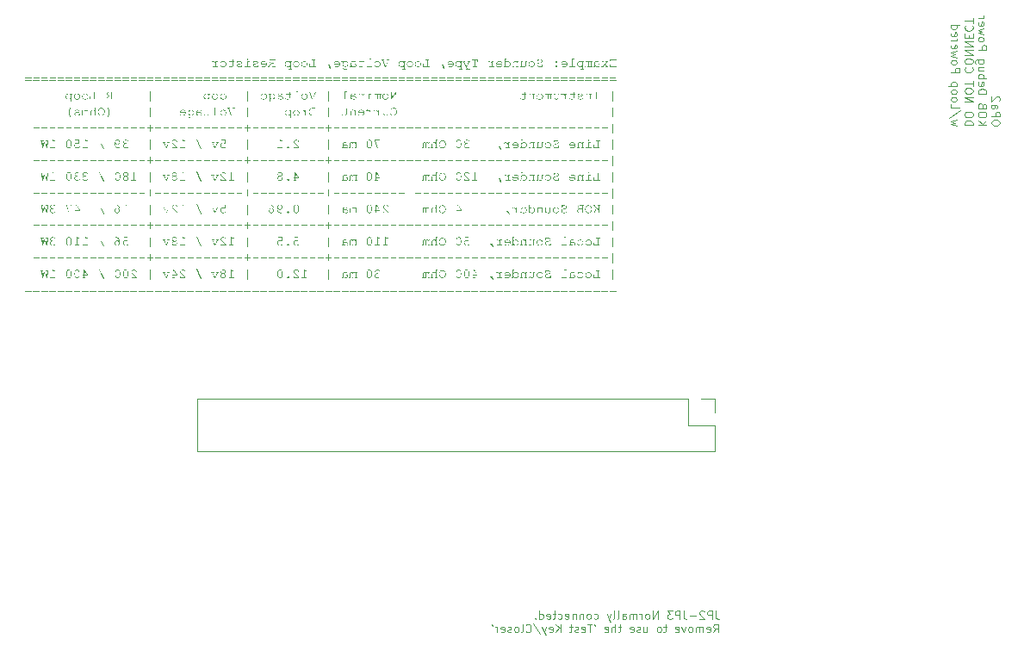
<source format=gbr>
%TF.GenerationSoftware,KiCad,Pcbnew,7.0.2*%
%TF.CreationDate,2024-04-06T10:45:21-07:00*%
%TF.ProjectId,MK-KS-MkIII,4d4b2d4b-532d-44d6-9b49-49492e6b6963,1.0*%
%TF.SameCoordinates,PX3a67068PY9f701d0*%
%TF.FileFunction,Legend,Bot*%
%TF.FilePolarity,Positive*%
%FSLAX46Y46*%
G04 Gerber Fmt 4.6, Leading zero omitted, Abs format (unit mm)*
G04 Created by KiCad (PCBNEW 7.0.2) date 2024-04-06 10:45:21*
%MOMM*%
%LPD*%
G01*
G04 APERTURE LIST*
%ADD10C,0.100000*%
%ADD11C,0.101600*%
%ADD12C,0.120000*%
G04 APERTURE END LIST*
D10*
G36*
X60056082Y52177550D02*
G01*
X60056082Y51865700D01*
X59634482Y51865700D01*
X59634482Y52029050D01*
X59633605Y52038960D01*
X59630306Y52047844D01*
X59627057Y52051789D01*
X59618859Y52056785D01*
X59609368Y52058689D01*
X59607103Y52058750D01*
X59597275Y52057418D01*
X59588815Y52053033D01*
X59587380Y52051789D01*
X59581884Y52043441D01*
X59579910Y52033827D01*
X59579723Y52029050D01*
X59579723Y51806300D01*
X60184627Y51806300D01*
X60194728Y51806961D01*
X60203928Y51809245D01*
X60212156Y51814140D01*
X60212703Y51814654D01*
X60218111Y51822318D01*
X60220762Y51831362D01*
X60221056Y51836000D01*
X60219881Y51845343D01*
X60215958Y51853771D01*
X60212703Y51857579D01*
X60204730Y51862528D01*
X60195744Y51864907D01*
X60185835Y51865692D01*
X60184627Y51865700D01*
X60110841Y51865700D01*
X60110841Y52504249D01*
X60184627Y52504249D01*
X60194728Y52504891D01*
X60203928Y52507112D01*
X60212156Y52511870D01*
X60212703Y52512370D01*
X60218413Y52520497D01*
X60220852Y52529874D01*
X60221056Y52533949D01*
X60219881Y52543292D01*
X60215958Y52551719D01*
X60212703Y52555528D01*
X60204730Y52560476D01*
X60195744Y52562856D01*
X60185835Y52563641D01*
X60184627Y52563649D01*
X59608495Y52563649D01*
X59608495Y52370599D01*
X59609400Y52360662D01*
X59612802Y52351674D01*
X59616152Y52347628D01*
X59624183Y52342798D01*
X59633611Y52340958D01*
X59635874Y52340899D01*
X59645100Y52342010D01*
X59653842Y52346051D01*
X59655829Y52347628D01*
X59660905Y52355451D01*
X59662993Y52364914D01*
X59663254Y52370599D01*
X59663254Y52504249D01*
X60056082Y52504249D01*
X60056082Y52236949D01*
X59859552Y52236949D01*
X59859552Y52311199D01*
X59858647Y52321110D01*
X59855245Y52329994D01*
X59851895Y52333938D01*
X59843479Y52338935D01*
X59833785Y52340838D01*
X59831476Y52340899D01*
X59821921Y52339567D01*
X59813458Y52335182D01*
X59811986Y52333938D01*
X59806593Y52326274D01*
X59804374Y52316877D01*
X59804097Y52311199D01*
X59804097Y52103300D01*
X59805029Y52093362D01*
X59808534Y52084375D01*
X59811986Y52080329D01*
X59820082Y52075499D01*
X59829294Y52073659D01*
X59831476Y52073600D01*
X59840891Y52074710D01*
X59849850Y52078752D01*
X59851895Y52080329D01*
X59857129Y52088152D01*
X59859283Y52097614D01*
X59859552Y52103300D01*
X59859552Y52177550D01*
X60056082Y52177550D01*
G37*
G36*
X59040716Y52101444D02*
G01*
X58790587Y51865700D01*
X58780602Y51865578D01*
X58770342Y51865062D01*
X58760642Y51863604D01*
X58759262Y51863148D01*
X58751435Y51857704D01*
X58747893Y51852939D01*
X58744091Y51844345D01*
X58743020Y51836000D01*
X58744437Y51826321D01*
X58748688Y51818020D01*
X58751605Y51814654D01*
X58759534Y51809563D01*
X58768684Y51807116D01*
X58778895Y51806309D01*
X58780145Y51806300D01*
X58956489Y51806300D01*
X58965857Y51806823D01*
X58975528Y51808943D01*
X58984142Y51813642D01*
X58985260Y51814654D01*
X58990669Y51822318D01*
X58993320Y51831362D01*
X58993613Y51836000D01*
X58992439Y51845343D01*
X58988515Y51853771D01*
X58985260Y51857579D01*
X58977190Y51862528D01*
X58967972Y51864907D01*
X58957739Y51865692D01*
X58956489Y51865700D01*
X58865765Y51865700D01*
X59078537Y52065943D01*
X59291077Y51865700D01*
X59199657Y51865700D01*
X59189574Y51865058D01*
X59180438Y51862837D01*
X59172346Y51858079D01*
X59171813Y51857579D01*
X59166254Y51850100D01*
X59163530Y51840859D01*
X59163228Y51836000D01*
X59164645Y51826321D01*
X59168895Y51818020D01*
X59171813Y51814654D01*
X59179677Y51809563D01*
X59188672Y51807116D01*
X59198667Y51806309D01*
X59199889Y51806300D01*
X59377856Y51806300D01*
X59388069Y51806961D01*
X59397351Y51809245D01*
X59405617Y51814140D01*
X59406164Y51814654D01*
X59411572Y51822318D01*
X59414223Y51831362D01*
X59414517Y51836000D01*
X59413142Y51845403D01*
X59409645Y51852939D01*
X59403367Y51860344D01*
X59398507Y51863148D01*
X59388555Y51864980D01*
X59378668Y51865541D01*
X59368949Y51865698D01*
X59367415Y51865700D01*
X59116358Y52101444D01*
X59339339Y52311199D01*
X59348770Y52311333D01*
X59358482Y52311895D01*
X59367714Y52313486D01*
X59369039Y52313984D01*
X59376662Y52319737D01*
X59380177Y52324425D01*
X59383979Y52333019D01*
X59385049Y52341363D01*
X59383671Y52350854D01*
X59379103Y52359534D01*
X59376696Y52362246D01*
X59368626Y52367336D01*
X59359408Y52369783D01*
X59349175Y52370591D01*
X59347924Y52370599D01*
X59198497Y52370599D01*
X59189056Y52370077D01*
X59179417Y52367956D01*
X59171020Y52363258D01*
X59169957Y52362246D01*
X59164405Y52353960D01*
X59162034Y52344516D01*
X59161836Y52340435D01*
X59163176Y52330944D01*
X59167617Y52322265D01*
X59169957Y52319552D01*
X59177777Y52314462D01*
X59186936Y52312015D01*
X59197232Y52311207D01*
X59198497Y52311199D01*
X59263697Y52311199D01*
X59078537Y52136944D01*
X58893144Y52311199D01*
X58958345Y52311199D01*
X58968464Y52311860D01*
X58977727Y52314144D01*
X58986091Y52319039D01*
X58986653Y52319552D01*
X58992361Y52327182D01*
X58995160Y52336496D01*
X58995470Y52341363D01*
X58994091Y52350854D01*
X58989523Y52359534D01*
X58987117Y52362246D01*
X58979046Y52367336D01*
X58969828Y52369783D01*
X58959595Y52370591D01*
X58958345Y52370599D01*
X58808917Y52370599D01*
X58798722Y52369938D01*
X58789505Y52367654D01*
X58781374Y52362760D01*
X58780841Y52362246D01*
X58775283Y52354617D01*
X58772558Y52345302D01*
X58772256Y52340435D01*
X58773798Y52331258D01*
X58777129Y52324425D01*
X58783406Y52317050D01*
X58788266Y52313984D01*
X58797912Y52311985D01*
X58807322Y52311373D01*
X58817966Y52311199D01*
X59040716Y52101444D01*
G37*
G36*
X58294728Y52385337D02*
G01*
X58305535Y52384747D01*
X58317215Y52383651D01*
X58329768Y52382049D01*
X58343193Y52379942D01*
X58352629Y52378256D01*
X58362452Y52376346D01*
X58372663Y52374210D01*
X58383262Y52371850D01*
X58394249Y52369265D01*
X58405624Y52366455D01*
X58417387Y52363421D01*
X58429538Y52360161D01*
X58442076Y52356677D01*
X58449924Y52354501D01*
X58460886Y52351342D01*
X58470877Y52348310D01*
X58479898Y52345404D01*
X58490415Y52341726D01*
X58499207Y52338272D01*
X58507770Y52334272D01*
X58515862Y52328602D01*
X58516649Y52327741D01*
X58521116Y52319490D01*
X58522359Y52310271D01*
X58522243Y52307258D01*
X58520010Y52297684D01*
X58514934Y52289620D01*
X58513966Y52288637D01*
X58506013Y52283284D01*
X58496836Y52281499D01*
X58488873Y52282787D01*
X58479651Y52285284D01*
X58470152Y52288228D01*
X58455909Y52292808D01*
X58442069Y52297093D01*
X58428631Y52301082D01*
X58415596Y52304775D01*
X58402963Y52308173D01*
X58390732Y52311275D01*
X58378904Y52314082D01*
X58367479Y52316594D01*
X58356455Y52318810D01*
X58345834Y52320731D01*
X58335616Y52322356D01*
X58325800Y52323685D01*
X58316387Y52324720D01*
X58303021Y52325717D01*
X58290560Y52326049D01*
X58280282Y52325929D01*
X58270330Y52325567D01*
X58260705Y52324964D01*
X58251405Y52324121D01*
X58238068Y52322403D01*
X58225465Y52320142D01*
X58213596Y52317340D01*
X58202461Y52313995D01*
X58192061Y52310107D01*
X58182394Y52305677D01*
X58173462Y52300704D01*
X58165264Y52295189D01*
X58162694Y52293264D01*
X58155475Y52287362D01*
X58146991Y52279194D01*
X58139813Y52270685D01*
X58133940Y52261835D01*
X58129372Y52252644D01*
X58126109Y52243113D01*
X58124151Y52233241D01*
X58123498Y52223028D01*
X58123498Y52140889D01*
X58133095Y52142965D01*
X58142570Y52144932D01*
X58151923Y52146789D01*
X58161153Y52148535D01*
X58173269Y52150692D01*
X58185168Y52152653D01*
X58196849Y52154419D01*
X58208313Y52155989D01*
X58219559Y52157363D01*
X58230537Y52158614D01*
X58241312Y52159698D01*
X58251884Y52160615D01*
X58262253Y52161365D01*
X58272419Y52161949D01*
X58282381Y52162366D01*
X58292141Y52162616D01*
X58301698Y52162700D01*
X58318982Y52162467D01*
X58335741Y52161768D01*
X58351974Y52160603D01*
X58367682Y52158973D01*
X58382863Y52156876D01*
X58397519Y52154314D01*
X58411650Y52151286D01*
X58425254Y52147792D01*
X58438333Y52143832D01*
X58450886Y52139406D01*
X58462914Y52134514D01*
X58474416Y52129157D01*
X58485392Y52123333D01*
X58495842Y52117044D01*
X58505767Y52110289D01*
X58515166Y52103068D01*
X58524017Y52095564D01*
X58532297Y52087902D01*
X58540005Y52080083D01*
X58547143Y52072106D01*
X58553710Y52063972D01*
X58559705Y52055679D01*
X58565130Y52047229D01*
X58569983Y52038621D01*
X58574266Y52029856D01*
X58577978Y52020933D01*
X58581118Y52011852D01*
X58583688Y52002613D01*
X58585686Y51993217D01*
X58587114Y51983663D01*
X58587970Y51973951D01*
X58588256Y51964081D01*
X58588039Y51955091D01*
X58586902Y51941935D01*
X58584790Y51929175D01*
X58581703Y51916811D01*
X58577641Y51904842D01*
X58572605Y51893269D01*
X58566594Y51882091D01*
X58559608Y51871309D01*
X58551647Y51860923D01*
X58542711Y51850932D01*
X58532800Y51841337D01*
X58525700Y51835296D01*
X58518262Y51829645D01*
X58510487Y51824383D01*
X58502375Y51819512D01*
X58493926Y51815030D01*
X58485140Y51810937D01*
X58476016Y51807235D01*
X58466556Y51803922D01*
X58456758Y51800999D01*
X58446623Y51798466D01*
X58436151Y51796322D01*
X58425341Y51794568D01*
X58414195Y51793204D01*
X58402711Y51792230D01*
X58390890Y51791645D01*
X58378732Y51791451D01*
X58361828Y51791855D01*
X58345051Y51793067D01*
X58328401Y51795089D01*
X58311878Y51797918D01*
X58295482Y51801557D01*
X58279213Y51806003D01*
X58263070Y51811258D01*
X58247055Y51817322D01*
X58231166Y51824194D01*
X58215404Y51831875D01*
X58199769Y51840364D01*
X58184261Y51849661D01*
X58168880Y51859767D01*
X58161237Y51865123D01*
X58153626Y51870682D01*
X58146047Y51876442D01*
X58138499Y51882405D01*
X58130983Y51888569D01*
X58123498Y51894936D01*
X58123498Y51806300D01*
X57994953Y51806300D01*
X57993703Y51806309D01*
X57983492Y51807116D01*
X57974342Y51809563D01*
X57966414Y51814654D01*
X57963496Y51818020D01*
X57959245Y51826321D01*
X57957828Y51836000D01*
X57958130Y51840859D01*
X57960855Y51850100D01*
X57966414Y51857579D01*
X57967504Y51858563D01*
X57975988Y51863131D01*
X57985600Y51865193D01*
X57994953Y51865700D01*
X58068043Y51865700D01*
X58068043Y51965706D01*
X58123498Y51965706D01*
X58131576Y51958349D01*
X58139624Y51951244D01*
X58147644Y51944390D01*
X58155635Y51937789D01*
X58163596Y51931440D01*
X58171529Y51925343D01*
X58179432Y51919498D01*
X58187307Y51913905D01*
X58195152Y51908564D01*
X58202969Y51903474D01*
X58214639Y51896313D01*
X58226244Y51889718D01*
X58237784Y51883691D01*
X58249259Y51878230D01*
X58256926Y51874915D01*
X58268573Y51870342D01*
X58280395Y51866251D01*
X58292392Y51862642D01*
X58304565Y51859513D01*
X58316913Y51856866D01*
X58329436Y51854701D01*
X58342135Y51853016D01*
X58355010Y51851813D01*
X58368059Y51851091D01*
X58381284Y51850850D01*
X58390456Y51850978D01*
X58403693Y51851649D01*
X58416307Y51852895D01*
X58428296Y51854716D01*
X58439661Y51857113D01*
X58450402Y51860084D01*
X58460519Y51863630D01*
X58470012Y51867752D01*
X58478881Y51872448D01*
X58487126Y51877720D01*
X58494747Y51883567D01*
X58503829Y51892039D01*
X58511700Y51900984D01*
X58518360Y51910399D01*
X58523809Y51920286D01*
X58528047Y51930644D01*
X58531075Y51941473D01*
X58532891Y51952774D01*
X58533497Y51964545D01*
X58533298Y51970956D01*
X58532256Y51980358D01*
X58530321Y51989503D01*
X58527492Y51998391D01*
X58523770Y52007022D01*
X58519155Y52015397D01*
X58513647Y52023514D01*
X58507246Y52031374D01*
X58499951Y52038977D01*
X58491763Y52046324D01*
X58482682Y52053413D01*
X58474067Y52059454D01*
X58465044Y52065105D01*
X58455613Y52070367D01*
X58445774Y52075239D01*
X58435528Y52079721D01*
X58424874Y52083813D01*
X58413811Y52087515D01*
X58402341Y52090828D01*
X58390463Y52093751D01*
X58378177Y52096284D01*
X58365484Y52098428D01*
X58352382Y52100182D01*
X58338873Y52101546D01*
X58324955Y52102520D01*
X58310630Y52103105D01*
X58295897Y52103300D01*
X58284024Y52103220D01*
X58272303Y52102981D01*
X58260734Y52102582D01*
X58249317Y52102024D01*
X58238053Y52101306D01*
X58226941Y52100428D01*
X58215981Y52099392D01*
X58205173Y52098195D01*
X58194456Y52096832D01*
X58183884Y52095295D01*
X58173457Y52093584D01*
X58163176Y52091698D01*
X58153039Y52089639D01*
X58143047Y52087406D01*
X58133200Y52084998D01*
X58123498Y52082417D01*
X58123498Y51965706D01*
X58068043Y51965706D01*
X58068043Y52221635D01*
X58068555Y52233396D01*
X58070090Y52244925D01*
X58072650Y52256220D01*
X58076233Y52267284D01*
X58080840Y52278115D01*
X58086470Y52288713D01*
X58093125Y52299079D01*
X58100803Y52309213D01*
X58109505Y52319114D01*
X58119230Y52328782D01*
X58126283Y52335098D01*
X58133712Y52341196D01*
X58141499Y52346899D01*
X58149643Y52352210D01*
X58158143Y52357127D01*
X58167001Y52361651D01*
X58176216Y52365781D01*
X58185789Y52369518D01*
X58195718Y52372861D01*
X58206004Y52375812D01*
X58216648Y52378369D01*
X58227648Y52380532D01*
X58239006Y52382302D01*
X58250721Y52383679D01*
X58262793Y52384662D01*
X58275222Y52385252D01*
X58288008Y52385449D01*
X58294728Y52385337D01*
G37*
G36*
X57732527Y52370599D02*
G01*
X57732527Y52306791D01*
X57723795Y52316316D01*
X57715059Y52325226D01*
X57706320Y52333522D01*
X57697577Y52341204D01*
X57688830Y52348271D01*
X57680080Y52354723D01*
X57671327Y52360561D01*
X57662569Y52365785D01*
X57653808Y52370393D01*
X57645044Y52374388D01*
X57636276Y52377768D01*
X57623116Y52381685D01*
X57609949Y52384220D01*
X57596774Y52385372D01*
X57592380Y52385449D01*
X57581931Y52385083D01*
X57571816Y52383984D01*
X57562035Y52382154D01*
X57552587Y52379590D01*
X57543472Y52376295D01*
X57534691Y52372267D01*
X57526244Y52367507D01*
X57518130Y52362014D01*
X57510288Y52355836D01*
X57502773Y52348904D01*
X57495583Y52341218D01*
X57488720Y52332778D01*
X57482184Y52323584D01*
X57475973Y52313636D01*
X57470089Y52302933D01*
X57465890Y52294412D01*
X57464531Y52291477D01*
X57457651Y52300140D01*
X57450759Y52308379D01*
X57443854Y52316193D01*
X57436938Y52323584D01*
X57430009Y52330550D01*
X57423067Y52337092D01*
X57413793Y52345156D01*
X57404498Y52352465D01*
X57395180Y52359019D01*
X57390513Y52362014D01*
X57381112Y52367507D01*
X57371704Y52372267D01*
X57362289Y52376295D01*
X57352866Y52379590D01*
X57343436Y52382154D01*
X57333999Y52383984D01*
X57324555Y52385083D01*
X57315103Y52385449D01*
X57304178Y52385117D01*
X57293677Y52384119D01*
X57283600Y52382457D01*
X57273947Y52380131D01*
X57264718Y52377139D01*
X57255914Y52373482D01*
X57247533Y52369161D01*
X57239577Y52364175D01*
X57232045Y52358524D01*
X57224938Y52352208D01*
X57220435Y52347628D01*
X57212142Y52338454D01*
X57204664Y52329116D01*
X57198002Y52319616D01*
X57192156Y52309952D01*
X57187126Y52300125D01*
X57182911Y52290135D01*
X57179512Y52279982D01*
X57176929Y52269666D01*
X57175162Y52259186D01*
X57174210Y52248544D01*
X57174029Y52241358D01*
X57174029Y51865700D01*
X57127623Y51865700D01*
X57117540Y51865058D01*
X57108404Y51862837D01*
X57100312Y51858079D01*
X57099779Y51857579D01*
X57094220Y51850100D01*
X57091496Y51840859D01*
X57091194Y51836000D01*
X57092611Y51826321D01*
X57096861Y51818020D01*
X57099779Y51814654D01*
X57107610Y51809563D01*
X57117540Y51806961D01*
X57127623Y51806300D01*
X57228788Y51806300D01*
X57228788Y52231149D01*
X57229187Y52241195D01*
X57230383Y52250799D01*
X57232377Y52259960D01*
X57235991Y52270790D01*
X57240852Y52280929D01*
X57246958Y52290377D01*
X57254311Y52299134D01*
X57262413Y52306888D01*
X57270911Y52313327D01*
X57279806Y52318453D01*
X57289098Y52322264D01*
X57298786Y52324761D01*
X57308870Y52325944D01*
X57313015Y52326049D01*
X57322454Y52325505D01*
X57332062Y52323874D01*
X57341841Y52321155D01*
X57351790Y52317348D01*
X57361908Y52312454D01*
X57370125Y52307755D01*
X57376359Y52303774D01*
X57384800Y52297597D01*
X57393530Y52290085D01*
X57400268Y52283575D01*
X57407169Y52276315D01*
X57414233Y52268304D01*
X57421460Y52259543D01*
X57428851Y52250032D01*
X57436405Y52239770D01*
X57444121Y52228758D01*
X57449357Y52220999D01*
X57452001Y52216995D01*
X57452001Y51865700D01*
X57406291Y51865700D01*
X57396209Y51865058D01*
X57387073Y51862837D01*
X57378981Y51858079D01*
X57378448Y51857579D01*
X57372889Y51850100D01*
X57370164Y51840859D01*
X57369863Y51836000D01*
X57371279Y51826321D01*
X57375530Y51818020D01*
X57378448Y51814654D01*
X57386279Y51809563D01*
X57396209Y51806961D01*
X57406291Y51806300D01*
X57507457Y51806300D01*
X57507457Y52227436D01*
X57507859Y52237932D01*
X57509067Y52247956D01*
X57511079Y52257510D01*
X57513896Y52266591D01*
X57517517Y52275202D01*
X57523177Y52285302D01*
X57528609Y52292852D01*
X57533212Y52298206D01*
X57541414Y52306227D01*
X57549921Y52312889D01*
X57558734Y52318191D01*
X57567854Y52322134D01*
X57577279Y52324717D01*
X57587010Y52325941D01*
X57590988Y52326049D01*
X57602006Y52325397D01*
X57612958Y52323439D01*
X57622036Y52320810D01*
X57631068Y52317276D01*
X57640054Y52312834D01*
X57648996Y52307487D01*
X57659031Y52300337D01*
X57666633Y52294195D01*
X57674301Y52287384D01*
X57682035Y52279903D01*
X57689833Y52271754D01*
X57697697Y52262936D01*
X57705626Y52253449D01*
X57713620Y52243293D01*
X57721679Y52232468D01*
X57727088Y52224880D01*
X57732527Y52216995D01*
X57732527Y51865700D01*
X57686352Y51865700D01*
X57676158Y51865058D01*
X57666940Y51862837D01*
X57658810Y51858079D01*
X57658277Y51857579D01*
X57652718Y51850100D01*
X57649993Y51840859D01*
X57649692Y51836000D01*
X57651108Y51826321D01*
X57655359Y51818020D01*
X57658277Y51814654D01*
X57666140Y51809563D01*
X57675136Y51807116D01*
X57685131Y51806309D01*
X57686352Y51806300D01*
X57833692Y51806300D01*
X57843905Y51806961D01*
X57853186Y51809245D01*
X57861452Y51814140D01*
X57862000Y51814654D01*
X57867408Y51822318D01*
X57870059Y51831362D01*
X57870353Y51836000D01*
X57869178Y51845343D01*
X57865254Y51853771D01*
X57862000Y51857579D01*
X57853995Y51862528D01*
X57844931Y51864907D01*
X57834914Y51865692D01*
X57833692Y51865700D01*
X57787518Y51865700D01*
X57787518Y52311199D01*
X57833692Y52311199D01*
X57843905Y52311842D01*
X57853186Y52314062D01*
X57861452Y52318821D01*
X57862000Y52319320D01*
X57867408Y52326911D01*
X57870059Y52336111D01*
X57870353Y52340899D01*
X57868974Y52350541D01*
X57864406Y52359296D01*
X57862000Y52362014D01*
X57853995Y52367246D01*
X57844931Y52369761D01*
X57834914Y52370591D01*
X57833692Y52370599D01*
X57732527Y52370599D01*
G37*
G36*
X56663279Y52385328D02*
G01*
X56677179Y52384690D01*
X56690723Y52383506D01*
X56703913Y52381775D01*
X56716748Y52379498D01*
X56729228Y52376674D01*
X56741353Y52373304D01*
X56753123Y52369387D01*
X56764539Y52364923D01*
X56775600Y52359914D01*
X56786305Y52354357D01*
X56796771Y52348302D01*
X56807109Y52341708D01*
X56817322Y52334576D01*
X56827407Y52326905D01*
X56837367Y52318696D01*
X56847200Y52309949D01*
X56856906Y52300663D01*
X56866486Y52290839D01*
X56872803Y52283990D01*
X56879063Y52276902D01*
X56885267Y52269575D01*
X56891415Y52262009D01*
X56891415Y52370599D01*
X57019960Y52370599D01*
X57021168Y52370591D01*
X57031077Y52369761D01*
X57040064Y52367246D01*
X57048036Y52362014D01*
X57050442Y52359296D01*
X57055011Y52350541D01*
X57056389Y52340899D01*
X57056095Y52336111D01*
X57053444Y52326911D01*
X57048036Y52319320D01*
X57047489Y52318821D01*
X57039261Y52314062D01*
X57030061Y52311842D01*
X57019960Y52311199D01*
X56946175Y52311199D01*
X56946175Y51613251D01*
X57019960Y51613251D01*
X57021168Y51613243D01*
X57031077Y51612458D01*
X57040064Y51610079D01*
X57048036Y51605130D01*
X57051291Y51601322D01*
X57055214Y51592894D01*
X57056389Y51583551D01*
X57056185Y51579476D01*
X57053746Y51570100D01*
X57048036Y51561972D01*
X57047489Y51561473D01*
X57039261Y51556714D01*
X57030061Y51554493D01*
X57019960Y51553851D01*
X56758230Y51553851D01*
X56748147Y51554530D01*
X56738217Y51557205D01*
X56730386Y51562436D01*
X56727913Y51565154D01*
X56723218Y51573910D01*
X56721801Y51583551D01*
X56722103Y51588410D01*
X56724827Y51597651D01*
X56730386Y51605130D01*
X56730919Y51605630D01*
X56739011Y51610388D01*
X56748147Y51612609D01*
X56758230Y51613251D01*
X56891415Y51613251D01*
X56891415Y51929741D01*
X56885647Y51922146D01*
X56879771Y51914793D01*
X56867694Y51900810D01*
X56855183Y51887790D01*
X56842239Y51875736D01*
X56828862Y51864645D01*
X56815052Y51854519D01*
X56800808Y51845358D01*
X56786131Y51837161D01*
X56771021Y51829928D01*
X56755478Y51823659D01*
X56739501Y51818355D01*
X56723091Y51814016D01*
X56706248Y51810640D01*
X56688972Y51808229D01*
X56671263Y51806783D01*
X56653120Y51806300D01*
X56637870Y51806632D01*
X56622923Y51807627D01*
X56608279Y51809286D01*
X56593937Y51811608D01*
X56579899Y51814594D01*
X56566163Y51818243D01*
X56552729Y51822555D01*
X56539599Y51827531D01*
X56526771Y51833171D01*
X56514246Y51839474D01*
X56502023Y51846440D01*
X56490104Y51854070D01*
X56478487Y51862363D01*
X56467173Y51871320D01*
X56456161Y51880940D01*
X56445452Y51891224D01*
X56435197Y51902003D01*
X56425603Y51913053D01*
X56416670Y51924372D01*
X56408400Y51935962D01*
X56400791Y51947822D01*
X56393844Y51959952D01*
X56387558Y51972352D01*
X56381934Y51985022D01*
X56376971Y51997962D01*
X56372671Y52011173D01*
X56369032Y52024653D01*
X56366054Y52038404D01*
X56363738Y52052424D01*
X56362084Y52066715D01*
X56361092Y52081276D01*
X56360761Y52096107D01*
X56416216Y52096107D01*
X56416486Y52084322D01*
X56417297Y52072752D01*
X56418647Y52061395D01*
X56420538Y52050252D01*
X56422969Y52039323D01*
X56425940Y52028608D01*
X56429451Y52018106D01*
X56433503Y52007819D01*
X56438094Y51997746D01*
X56443226Y51987886D01*
X56448898Y51978241D01*
X56455111Y51968809D01*
X56461863Y51959591D01*
X56469156Y51950587D01*
X56476988Y51941797D01*
X56485362Y51933221D01*
X56494120Y51925045D01*
X56503108Y51917396D01*
X56512327Y51910275D01*
X56521776Y51903681D01*
X56531455Y51897615D01*
X56541364Y51892076D01*
X56551504Y51887064D01*
X56561874Y51882581D01*
X56572474Y51878624D01*
X56583304Y51875195D01*
X56594364Y51872294D01*
X56605655Y51869920D01*
X56617176Y51868074D01*
X56628927Y51866755D01*
X56640908Y51865964D01*
X56653120Y51865700D01*
X56665500Y51865965D01*
X56677639Y51866759D01*
X56689537Y51868082D01*
X56701194Y51869935D01*
X56712609Y51872317D01*
X56723784Y51875228D01*
X56734718Y51878669D01*
X56745410Y51882639D01*
X56755861Y51887138D01*
X56766072Y51892166D01*
X56776041Y51897724D01*
X56785769Y51903811D01*
X56795256Y51910428D01*
X56804502Y51917574D01*
X56813506Y51925249D01*
X56822270Y51933453D01*
X56830643Y51942056D01*
X56838476Y51950867D01*
X56845769Y51959886D01*
X56852521Y51969114D01*
X56858733Y51978550D01*
X56864405Y51988194D01*
X56869537Y51998048D01*
X56874129Y52008109D01*
X56878180Y52018379D01*
X56881692Y52028858D01*
X56884663Y52039545D01*
X56887094Y52050440D01*
X56888984Y52061544D01*
X56890335Y52072857D01*
X56891145Y52084378D01*
X56891415Y52096107D01*
X56891145Y52107779D01*
X56890335Y52119245D01*
X56888984Y52130504D01*
X56887094Y52141556D01*
X56884663Y52152401D01*
X56881692Y52163040D01*
X56878180Y52173473D01*
X56874129Y52183698D01*
X56869537Y52193717D01*
X56864405Y52203530D01*
X56858733Y52213136D01*
X56852521Y52222535D01*
X56845769Y52231727D01*
X56838476Y52240713D01*
X56830643Y52249492D01*
X56822270Y52258064D01*
X56813506Y52266297D01*
X56804502Y52273998D01*
X56795256Y52281169D01*
X56785769Y52287808D01*
X56776041Y52293916D01*
X56766072Y52299493D01*
X56755861Y52304538D01*
X56745410Y52309053D01*
X56734718Y52313037D01*
X56723784Y52316489D01*
X56712609Y52319410D01*
X56701194Y52321800D01*
X56689537Y52323659D01*
X56677639Y52324987D01*
X56665500Y52325784D01*
X56653120Y52326049D01*
X56640853Y52325785D01*
X56628822Y52324991D01*
X56617026Y52323667D01*
X56605466Y52321815D01*
X56594142Y52319433D01*
X56583054Y52316522D01*
X56572201Y52313081D01*
X56561584Y52309111D01*
X56551202Y52304612D01*
X56541056Y52299583D01*
X56531146Y52294025D01*
X56521471Y52287938D01*
X56512032Y52281322D01*
X56502829Y52274176D01*
X56493861Y52266501D01*
X56485130Y52258296D01*
X56476785Y52249750D01*
X56468978Y52240992D01*
X56461710Y52232022D01*
X56454980Y52222839D01*
X56448789Y52213445D01*
X56443136Y52203838D01*
X56438021Y52194019D01*
X56433445Y52183988D01*
X56429407Y52173746D01*
X56425907Y52163291D01*
X56422946Y52152624D01*
X56420523Y52141744D01*
X56418639Y52130653D01*
X56417293Y52119350D01*
X56416486Y52107834D01*
X56416216Y52096107D01*
X56360761Y52096107D01*
X56360908Y52105534D01*
X56361348Y52114905D01*
X56362083Y52124220D01*
X56363110Y52133478D01*
X56364432Y52142681D01*
X56366047Y52151827D01*
X56367956Y52160917D01*
X56370158Y52169951D01*
X56372654Y52178928D01*
X56375444Y52187850D01*
X56378528Y52196715D01*
X56381905Y52205524D01*
X56385576Y52214277D01*
X56389540Y52222973D01*
X56393798Y52231614D01*
X56398350Y52240198D01*
X56403169Y52248636D01*
X56408229Y52256839D01*
X56413531Y52264806D01*
X56419073Y52272537D01*
X56424857Y52280033D01*
X56430881Y52287293D01*
X56437147Y52294317D01*
X56443654Y52301106D01*
X56450402Y52307659D01*
X56457391Y52313976D01*
X56464621Y52320058D01*
X56472092Y52325904D01*
X56479805Y52331515D01*
X56487758Y52336889D01*
X56495952Y52342029D01*
X56504388Y52346932D01*
X56512993Y52351596D01*
X56521696Y52355959D01*
X56530497Y52360022D01*
X56539396Y52363783D01*
X56548392Y52367244D01*
X56557487Y52370403D01*
X56566679Y52373262D01*
X56575970Y52375820D01*
X56585358Y52378077D01*
X56594844Y52380033D01*
X56604428Y52381688D01*
X56614110Y52383042D01*
X56623889Y52384095D01*
X56633767Y52384847D01*
X56643742Y52385299D01*
X56653816Y52385449D01*
X56663279Y52385328D01*
G37*
G36*
X55858879Y52623049D02*
G01*
X55858879Y51865700D01*
X55643554Y51865700D01*
X55634200Y51865193D01*
X55624588Y51863131D01*
X55616105Y51858563D01*
X55615014Y51857579D01*
X55609456Y51850100D01*
X55606731Y51840859D01*
X55606429Y51836000D01*
X55607846Y51826321D01*
X55612097Y51818020D01*
X55615014Y51814654D01*
X55622943Y51809563D01*
X55632093Y51807116D01*
X55642304Y51806309D01*
X55643554Y51806300D01*
X56129194Y51806300D01*
X56139295Y51806961D01*
X56148495Y51809245D01*
X56156723Y51814140D01*
X56157270Y51814654D01*
X56162678Y51822318D01*
X56165330Y51831362D01*
X56165623Y51836000D01*
X56164449Y51845343D01*
X56160525Y51853771D01*
X56157270Y51857579D01*
X56149298Y51862528D01*
X56140311Y51864907D01*
X56130402Y51865692D01*
X56129194Y51865700D01*
X55913638Y51865700D01*
X55913638Y52563649D01*
X56071651Y52563649D01*
X56081770Y52564309D01*
X56091033Y52566594D01*
X56099397Y52571488D01*
X56099959Y52572002D01*
X56105667Y52579631D01*
X56108466Y52588946D01*
X56108776Y52593813D01*
X56107397Y52603304D01*
X56102829Y52611983D01*
X56100423Y52614695D01*
X56092352Y52619786D01*
X56083134Y52622233D01*
X56072901Y52623040D01*
X56071651Y52623049D01*
X55858879Y52623049D01*
G37*
G36*
X55114678Y52385122D02*
G01*
X55130512Y52384140D01*
X55146017Y52382504D01*
X55161191Y52380214D01*
X55176036Y52377269D01*
X55190550Y52373670D01*
X55204735Y52369416D01*
X55218590Y52364508D01*
X55232115Y52358946D01*
X55245310Y52352729D01*
X55258175Y52345858D01*
X55270710Y52338332D01*
X55282915Y52330152D01*
X55294790Y52321318D01*
X55306336Y52311829D01*
X55317551Y52301686D01*
X55328256Y52291086D01*
X55338271Y52280227D01*
X55347594Y52269108D01*
X55356228Y52257731D01*
X55364170Y52246094D01*
X55371422Y52234198D01*
X55377983Y52222042D01*
X55383854Y52209628D01*
X55389034Y52196954D01*
X55393523Y52184021D01*
X55397322Y52170829D01*
X55400429Y52157377D01*
X55402847Y52143667D01*
X55404573Y52129697D01*
X55405609Y52115468D01*
X55405955Y52100979D01*
X55405587Y52085060D01*
X55404483Y52069438D01*
X55402643Y52054113D01*
X55400067Y52039085D01*
X55396755Y52024355D01*
X55392707Y52009922D01*
X55387923Y51995786D01*
X55382404Y51981948D01*
X55376148Y51968407D01*
X55369156Y51955163D01*
X55361428Y51942216D01*
X55352965Y51929567D01*
X55343765Y51917215D01*
X55333829Y51905160D01*
X55323158Y51893403D01*
X55311750Y51881943D01*
X55299764Y51870984D01*
X55287416Y51860733D01*
X55274705Y51851189D01*
X55261632Y51842352D01*
X55248196Y51834222D01*
X55234397Y51826799D01*
X55220236Y51820083D01*
X55205712Y51814074D01*
X55190826Y51808771D01*
X55175577Y51804176D01*
X55159966Y51800288D01*
X55143992Y51797106D01*
X55127656Y51794632D01*
X55110957Y51792864D01*
X55093895Y51791804D01*
X55076471Y51791451D01*
X55065960Y51791557D01*
X55055483Y51791878D01*
X55045041Y51792413D01*
X55034633Y51793162D01*
X55024260Y51794124D01*
X55013921Y51795301D01*
X55003616Y51796691D01*
X54993346Y51798295D01*
X54983110Y51800114D01*
X54972909Y51802146D01*
X54962743Y51804392D01*
X54952610Y51806852D01*
X54942512Y51809525D01*
X54932449Y51812413D01*
X54922420Y51815515D01*
X54912425Y51818830D01*
X54907470Y51820545D01*
X54897844Y51824001D01*
X54888599Y51827488D01*
X54879735Y51831009D01*
X54867152Y51836350D01*
X54855426Y51841765D01*
X54844556Y51847254D01*
X54834543Y51852816D01*
X54825387Y51858451D01*
X54817087Y51864160D01*
X54809643Y51869942D01*
X54801051Y51877766D01*
X54798043Y51880968D01*
X54792608Y51889398D01*
X54790609Y51898649D01*
X54790640Y51899972D01*
X54792836Y51909203D01*
X54798498Y51917211D01*
X54798994Y51917697D01*
X54806967Y51923128D01*
X54816597Y51925100D01*
X54820802Y51924689D01*
X54830077Y51921403D01*
X54838176Y51916515D01*
X54843580Y51912848D01*
X54852051Y51907517D01*
X54860958Y51902390D01*
X54870302Y51897467D01*
X54880082Y51892748D01*
X54890298Y51888233D01*
X54900951Y51883922D01*
X54912040Y51879815D01*
X54923566Y51875912D01*
X54935528Y51872212D01*
X54947926Y51868717D01*
X54956286Y51866553D01*
X54968745Y51863570D01*
X54981106Y51860900D01*
X54993370Y51858545D01*
X55005535Y51856503D01*
X55017602Y51854776D01*
X55029572Y51853363D01*
X55041444Y51852264D01*
X55053217Y51851479D01*
X55064893Y51851007D01*
X55076471Y51850850D01*
X55090109Y51851090D01*
X55103470Y51851808D01*
X55116553Y51853004D01*
X55129360Y51854679D01*
X55141888Y51856832D01*
X55154140Y51859465D01*
X55166114Y51862575D01*
X55177811Y51866164D01*
X55189230Y51870232D01*
X55200372Y51874779D01*
X55211237Y51879803D01*
X55221824Y51885307D01*
X55232134Y51891289D01*
X55242166Y51897750D01*
X55251922Y51904689D01*
X55261400Y51912107D01*
X55270503Y51919916D01*
X55279135Y51928030D01*
X55287296Y51936448D01*
X55294986Y51945171D01*
X55302204Y51954198D01*
X55308951Y51963530D01*
X55315227Y51973167D01*
X55321031Y51983108D01*
X55326365Y51993354D01*
X55331226Y52003904D01*
X55335617Y52014758D01*
X55339536Y52025918D01*
X55342984Y52037381D01*
X55345960Y52049150D01*
X55348465Y52061222D01*
X55350499Y52073600D01*
X54791769Y52073600D01*
X54791968Y52090657D01*
X54792853Y52107313D01*
X54794426Y52123569D01*
X54795770Y52133000D01*
X54847225Y52133000D01*
X55349803Y52133000D01*
X55347482Y52143743D01*
X55344753Y52154220D01*
X55341616Y52164430D01*
X55338071Y52174374D01*
X55334119Y52184051D01*
X55329758Y52193462D01*
X55324990Y52202606D01*
X55319813Y52211484D01*
X55314229Y52220096D01*
X55308237Y52228440D01*
X55301837Y52236519D01*
X55295030Y52244331D01*
X55287814Y52251876D01*
X55280190Y52259156D01*
X55272159Y52266168D01*
X55263720Y52272914D01*
X55254972Y52279349D01*
X55246013Y52285368D01*
X55236844Y52290972D01*
X55227465Y52296161D01*
X55217876Y52300935D01*
X55208076Y52305293D01*
X55198066Y52309237D01*
X55187846Y52312766D01*
X55177415Y52315879D01*
X55166775Y52318577D01*
X55155923Y52320860D01*
X55144862Y52322728D01*
X55133591Y52324181D01*
X55122109Y52325219D01*
X55110416Y52325842D01*
X55098514Y52326049D01*
X55086611Y52325839D01*
X55074916Y52325208D01*
X55063429Y52324157D01*
X55052151Y52322685D01*
X55041082Y52320792D01*
X55030221Y52318479D01*
X55019568Y52315746D01*
X55009124Y52312591D01*
X54998889Y52309017D01*
X54988861Y52305021D01*
X54979043Y52300606D01*
X54969432Y52295769D01*
X54960031Y52290512D01*
X54950837Y52284835D01*
X54941853Y52278737D01*
X54933076Y52272218D01*
X54924583Y52265393D01*
X54916508Y52258318D01*
X54908849Y52250993D01*
X54901607Y52243417D01*
X54894782Y52235592D01*
X54888374Y52227516D01*
X54882383Y52219190D01*
X54876809Y52210614D01*
X54871651Y52201788D01*
X54866911Y52192711D01*
X54862588Y52183385D01*
X54858681Y52173808D01*
X54855192Y52163981D01*
X54852119Y52153904D01*
X54849463Y52143577D01*
X54847225Y52133000D01*
X54795770Y52133000D01*
X54796686Y52139424D01*
X54799632Y52154879D01*
X54803266Y52169932D01*
X54807586Y52184586D01*
X54812594Y52198838D01*
X54818289Y52212690D01*
X54824671Y52226142D01*
X54831739Y52239193D01*
X54839495Y52251843D01*
X54847938Y52264093D01*
X54857068Y52275942D01*
X54866885Y52287390D01*
X54877389Y52298438D01*
X54888422Y52308974D01*
X54899827Y52318831D01*
X54911603Y52328008D01*
X54923751Y52336505D01*
X54936271Y52344323D01*
X54949162Y52351460D01*
X54962425Y52357918D01*
X54976060Y52363696D01*
X54990066Y52368795D01*
X55004444Y52373213D01*
X55019193Y52376952D01*
X55034314Y52380011D01*
X55049807Y52382390D01*
X55065671Y52384090D01*
X55081907Y52385109D01*
X55098514Y52385449D01*
X55114678Y52385122D01*
G37*
G36*
X54301721Y52370599D02*
G01*
X54278053Y52370599D01*
X54266924Y52369959D01*
X54256305Y52368039D01*
X54246196Y52364838D01*
X54236596Y52360357D01*
X54227506Y52354596D01*
X54218926Y52347555D01*
X54215637Y52344380D01*
X54208084Y52335948D01*
X54201811Y52327041D01*
X54196818Y52317658D01*
X54193105Y52307799D01*
X54190672Y52297464D01*
X54189520Y52286653D01*
X54189418Y52282195D01*
X54189831Y52272715D01*
X54191510Y52261445D01*
X54194481Y52250821D01*
X54198743Y52240843D01*
X54204297Y52231511D01*
X54211142Y52222825D01*
X54215869Y52217923D01*
X54224362Y52210570D01*
X54233308Y52204463D01*
X54242707Y52199603D01*
X54252559Y52195989D01*
X54262864Y52193621D01*
X54273623Y52192499D01*
X54278053Y52192400D01*
X54301721Y52192400D01*
X54312855Y52193040D01*
X54323492Y52194960D01*
X54333629Y52198161D01*
X54343269Y52202642D01*
X54352409Y52208403D01*
X54361052Y52215444D01*
X54364369Y52218619D01*
X54371855Y52227051D01*
X54378073Y52235958D01*
X54383022Y52245341D01*
X54386702Y52255200D01*
X54389113Y52265535D01*
X54390255Y52276346D01*
X54390356Y52280803D01*
X54389943Y52290284D01*
X54388264Y52301553D01*
X54385293Y52312177D01*
X54381031Y52322155D01*
X54375477Y52331487D01*
X54368632Y52340174D01*
X54363905Y52345076D01*
X54355412Y52352429D01*
X54346466Y52358535D01*
X54337067Y52363396D01*
X54327215Y52367010D01*
X54316910Y52369378D01*
X54306151Y52370499D01*
X54301721Y52370599D01*
G37*
G36*
X54301721Y51969650D02*
G01*
X54278053Y51969650D01*
X54266924Y51969016D01*
X54256305Y51967112D01*
X54246196Y51963940D01*
X54236596Y51959499D01*
X54227506Y51953789D01*
X54218926Y51946810D01*
X54215637Y51943663D01*
X54208084Y51935275D01*
X54201811Y51926356D01*
X54196818Y51916903D01*
X54193105Y51906918D01*
X54190672Y51896401D01*
X54189520Y51885351D01*
X54189418Y51880782D01*
X54189831Y51871461D01*
X54191510Y51860350D01*
X54194481Y51849840D01*
X54198743Y51839930D01*
X54204297Y51830620D01*
X54211142Y51821911D01*
X54215869Y51816974D01*
X54224362Y51809621D01*
X54233308Y51803514D01*
X54242707Y51798654D01*
X54252559Y51795040D01*
X54262864Y51792672D01*
X54273623Y51791550D01*
X54278053Y51791451D01*
X54301721Y51791451D01*
X54312855Y51792085D01*
X54323492Y51793988D01*
X54333629Y51797161D01*
X54343269Y51801602D01*
X54352409Y51807312D01*
X54361052Y51814291D01*
X54364369Y51817438D01*
X54371855Y51825825D01*
X54378073Y51834745D01*
X54383022Y51844197D01*
X54386702Y51854182D01*
X54389113Y51864700D01*
X54390255Y51875749D01*
X54390356Y51880318D01*
X54389943Y51889636D01*
X54388264Y51900732D01*
X54385293Y51911216D01*
X54381031Y51921089D01*
X54375477Y51930350D01*
X54368632Y51938999D01*
X54363905Y51943895D01*
X54355412Y51951314D01*
X54346466Y51957477D01*
X54337067Y51962381D01*
X54327215Y51966028D01*
X54316910Y51968418D01*
X54306151Y51969550D01*
X54301721Y51969650D01*
G37*
G36*
X52497914Y52501232D02*
G01*
X52497914Y52522115D01*
X52497450Y52532455D01*
X52495818Y52542181D01*
X52492229Y52551326D01*
X52490489Y52553903D01*
X52483502Y52560213D01*
X52474264Y52563411D01*
X52470534Y52563649D01*
X52461196Y52562155D01*
X52453025Y52557206D01*
X52450580Y52554600D01*
X52445914Y52546355D01*
X52443670Y52536992D01*
X52442930Y52526628D01*
X52442923Y52525364D01*
X52442923Y52379184D01*
X52443401Y52369686D01*
X52445345Y52359811D01*
X52449652Y52350892D01*
X52450580Y52349716D01*
X52458054Y52343689D01*
X52467482Y52341037D01*
X52470534Y52340899D01*
X52479931Y52342409D01*
X52488322Y52347378D01*
X52489793Y52348788D01*
X52494715Y52356995D01*
X52497145Y52366452D01*
X52497914Y52374776D01*
X52498961Y52385076D01*
X52500886Y52395180D01*
X52503687Y52405088D01*
X52507366Y52414801D01*
X52511921Y52424318D01*
X52517353Y52433639D01*
X52523662Y52442764D01*
X52530848Y52451694D01*
X52538911Y52460428D01*
X52547850Y52468966D01*
X52554297Y52474549D01*
X52564550Y52482510D01*
X52575381Y52489689D01*
X52586792Y52496084D01*
X52598782Y52501697D01*
X52611351Y52506526D01*
X52624499Y52510572D01*
X52633587Y52512834D01*
X52642931Y52514748D01*
X52652533Y52516314D01*
X52662393Y52517533D01*
X52672510Y52518403D01*
X52682884Y52518925D01*
X52693516Y52519099D01*
X52704711Y52518931D01*
X52715617Y52518428D01*
X52726232Y52517590D01*
X52736557Y52516416D01*
X52746593Y52514907D01*
X52756338Y52513062D01*
X52765793Y52510883D01*
X52774959Y52508367D01*
X52783834Y52505517D01*
X52796603Y52500612D01*
X52808719Y52494953D01*
X52820183Y52488539D01*
X52830994Y52481371D01*
X52837839Y52476173D01*
X52847376Y52468031D01*
X52855975Y52459616D01*
X52863636Y52450928D01*
X52870359Y52441967D01*
X52876144Y52432732D01*
X52880991Y52423224D01*
X52884900Y52413443D01*
X52887870Y52403388D01*
X52889903Y52393060D01*
X52890997Y52382459D01*
X52891206Y52375240D01*
X52890684Y52364203D01*
X52889118Y52353541D01*
X52886507Y52343255D01*
X52882853Y52333344D01*
X52878154Y52323808D01*
X52876356Y52320713D01*
X52870358Y52311894D01*
X52863674Y52303713D01*
X52856305Y52296167D01*
X52848251Y52289258D01*
X52839512Y52282985D01*
X52836447Y52281035D01*
X52826908Y52275505D01*
X52818610Y52271220D01*
X52809995Y52267229D01*
X52801063Y52263534D01*
X52791813Y52260133D01*
X52782247Y52257026D01*
X52780295Y52256440D01*
X52769645Y52253517D01*
X52759886Y52251146D01*
X52749024Y52248746D01*
X52737060Y52246317D01*
X52727363Y52244476D01*
X52717047Y52242619D01*
X52706111Y52240745D01*
X52694554Y52238856D01*
X52682378Y52236949D01*
X52668726Y52234627D01*
X52655611Y52232302D01*
X52643035Y52229972D01*
X52630998Y52227639D01*
X52619499Y52225303D01*
X52608538Y52222962D01*
X52598116Y52220619D01*
X52588232Y52218271D01*
X52578886Y52215920D01*
X52565877Y52212386D01*
X52554080Y52208845D01*
X52543494Y52205295D01*
X52534119Y52201737D01*
X52528542Y52199361D01*
X52518128Y52194356D01*
X52508203Y52189001D01*
X52498768Y52183295D01*
X52489822Y52177238D01*
X52481365Y52170830D01*
X52473398Y52164072D01*
X52465921Y52156963D01*
X52458933Y52149503D01*
X52452434Y52141692D01*
X52446425Y52133531D01*
X52442691Y52127895D01*
X52437507Y52119223D01*
X52432834Y52110262D01*
X52428670Y52101011D01*
X52425016Y52091470D01*
X52421872Y52081640D01*
X52419238Y52071520D01*
X52417114Y52061110D01*
X52415499Y52050411D01*
X52414395Y52039423D01*
X52413800Y52028145D01*
X52413687Y52020465D01*
X52413980Y52008683D01*
X52414861Y51997120D01*
X52416330Y51985777D01*
X52418385Y51974653D01*
X52421028Y51963749D01*
X52424259Y51953064D01*
X52428076Y51942598D01*
X52432481Y51932351D01*
X52437474Y51922324D01*
X52443053Y51912516D01*
X52449220Y51902928D01*
X52455974Y51893559D01*
X52463316Y51884409D01*
X52471245Y51875478D01*
X52479761Y51866767D01*
X52488865Y51858275D01*
X52498437Y51850183D01*
X52508417Y51842613D01*
X52518805Y51835565D01*
X52529601Y51829040D01*
X52540804Y51823036D01*
X52552416Y51817554D01*
X52564435Y51812594D01*
X52576862Y51808157D01*
X52589697Y51804241D01*
X52602940Y51800848D01*
X52616591Y51797976D01*
X52630650Y51795627D01*
X52645117Y51793800D01*
X52659991Y51792495D01*
X52675273Y51791712D01*
X52690963Y51791451D01*
X52708605Y51791808D01*
X52725797Y51792879D01*
X52742539Y51794665D01*
X52758832Y51797164D01*
X52774676Y51800378D01*
X52790070Y51804306D01*
X52805014Y51808949D01*
X52819508Y51814306D01*
X52833554Y51820376D01*
X52847149Y51827162D01*
X52860295Y51834661D01*
X52872992Y51842874D01*
X52885238Y51851802D01*
X52897036Y51861444D01*
X52908383Y51871800D01*
X52919282Y51882871D01*
X52919282Y51847602D01*
X52919760Y51837349D01*
X52921443Y51827652D01*
X52925144Y51818442D01*
X52926939Y51815814D01*
X52934413Y51809311D01*
X52943841Y51806449D01*
X52946893Y51806300D01*
X52956334Y51807899D01*
X52964354Y51812696D01*
X52966384Y51814654D01*
X52971492Y51823279D01*
X52973649Y51832415D01*
X52974273Y51842497D01*
X52974273Y51992157D01*
X52973809Y52001511D01*
X52971924Y52011123D01*
X52967747Y52019607D01*
X52966848Y52020697D01*
X52959260Y52026407D01*
X52949895Y52028919D01*
X52946893Y52029050D01*
X52937383Y52027629D01*
X52929066Y52022952D01*
X52927635Y52021625D01*
X52922267Y52013555D01*
X52919787Y52003809D01*
X52919282Y51997958D01*
X52918165Y51987604D01*
X52916032Y51977426D01*
X52912884Y51967423D01*
X52908721Y51957595D01*
X52903541Y51947943D01*
X52897347Y51938466D01*
X52890136Y51929165D01*
X52881910Y51920039D01*
X52872669Y51911088D01*
X52862411Y51902313D01*
X52855009Y51896560D01*
X52847217Y51891025D01*
X52839097Y51885847D01*
X52830649Y51881026D01*
X52821872Y51876562D01*
X52812768Y51872456D01*
X52803335Y51868706D01*
X52793574Y51865313D01*
X52783486Y51862278D01*
X52773069Y51859600D01*
X52762324Y51857278D01*
X52751251Y51855314D01*
X52739849Y51853707D01*
X52728120Y51852457D01*
X52716063Y51851565D01*
X52703677Y51851029D01*
X52690963Y51850850D01*
X52678255Y51851047D01*
X52665886Y51851637D01*
X52653856Y51852621D01*
X52642164Y51853997D01*
X52630812Y51855767D01*
X52619799Y51857931D01*
X52609125Y51860488D01*
X52598789Y51863438D01*
X52588793Y51866782D01*
X52579135Y51870519D01*
X52569817Y51874649D01*
X52560838Y51879173D01*
X52552197Y51884090D01*
X52543896Y51889400D01*
X52535933Y51895104D01*
X52528310Y51901201D01*
X52521061Y51907595D01*
X52514279Y51914133D01*
X52504984Y51924208D01*
X52496741Y51934605D01*
X52489550Y51945325D01*
X52483412Y51956366D01*
X52478326Y51967730D01*
X52474292Y51979416D01*
X52471311Y51991425D01*
X52469381Y52003755D01*
X52468504Y52016408D01*
X52468446Y52020697D01*
X52468805Y52031051D01*
X52469882Y52041116D01*
X52471676Y52050890D01*
X52474189Y52060374D01*
X52477419Y52069568D01*
X52481367Y52078473D01*
X52486033Y52087087D01*
X52491417Y52095411D01*
X52497450Y52103434D01*
X52504179Y52111029D01*
X52511604Y52118197D01*
X52519725Y52124937D01*
X52528542Y52131249D01*
X52538055Y52137133D01*
X52548265Y52142589D01*
X52559170Y52147618D01*
X52568060Y52151029D01*
X52579067Y52154535D01*
X52588711Y52157226D01*
X52599547Y52159971D01*
X52611574Y52162768D01*
X52624791Y52165618D01*
X52634265Y52167548D01*
X52644267Y52169501D01*
X52654799Y52171478D01*
X52665861Y52173478D01*
X52677451Y52175502D01*
X52689571Y52177550D01*
X52706327Y52180397D01*
X52722487Y52183430D01*
X52738050Y52186648D01*
X52753017Y52190050D01*
X52767388Y52193638D01*
X52781162Y52197410D01*
X52794339Y52201367D01*
X52806921Y52205509D01*
X52818906Y52209836D01*
X52830294Y52214348D01*
X52841086Y52219045D01*
X52851282Y52223927D01*
X52860882Y52228993D01*
X52869884Y52234245D01*
X52878291Y52239681D01*
X52886101Y52245303D01*
X52893378Y52251138D01*
X52903414Y52260455D01*
X52912393Y52270449D01*
X52920316Y52281120D01*
X52927182Y52292468D01*
X52932993Y52304494D01*
X52937746Y52317196D01*
X52941444Y52330575D01*
X52943322Y52339871D01*
X52944730Y52349468D01*
X52945669Y52359365D01*
X52946139Y52369564D01*
X52946197Y52374776D01*
X52945929Y52385126D01*
X52945124Y52395292D01*
X52943783Y52405276D01*
X52941905Y52415077D01*
X52939490Y52424694D01*
X52936539Y52434128D01*
X52933051Y52443380D01*
X52929027Y52452448D01*
X52924466Y52461333D01*
X52919369Y52470035D01*
X52913735Y52478554D01*
X52907564Y52486890D01*
X52900857Y52495043D01*
X52893613Y52503013D01*
X52885833Y52510799D01*
X52877516Y52518403D01*
X52868730Y52525680D01*
X52859599Y52532488D01*
X52850124Y52538826D01*
X52840304Y52544695D01*
X52830140Y52550094D01*
X52819632Y52555024D01*
X52808779Y52559484D01*
X52797582Y52563475D01*
X52786040Y52566996D01*
X52774154Y52570048D01*
X52761923Y52572630D01*
X52749348Y52574743D01*
X52736429Y52576386D01*
X52723165Y52577560D01*
X52709557Y52578264D01*
X52695604Y52578499D01*
X52681372Y52578197D01*
X52667391Y52577291D01*
X52653659Y52575782D01*
X52640178Y52573670D01*
X52626947Y52570953D01*
X52613965Y52567633D01*
X52601235Y52563709D01*
X52588754Y52559182D01*
X52576523Y52554051D01*
X52564543Y52548317D01*
X52552813Y52541978D01*
X52541333Y52535036D01*
X52530103Y52527491D01*
X52519123Y52519342D01*
X52508393Y52510589D01*
X52497914Y52501232D01*
G37*
G36*
X51911162Y52385108D02*
G01*
X51926694Y52384086D01*
X51941928Y52382382D01*
X51956862Y52379996D01*
X51971497Y52376929D01*
X51985833Y52373181D01*
X51999870Y52368750D01*
X52013608Y52363638D01*
X52027047Y52357845D01*
X52040186Y52351370D01*
X52053027Y52344213D01*
X52065568Y52336375D01*
X52077811Y52327855D01*
X52089754Y52318653D01*
X52101398Y52308770D01*
X52112743Y52298206D01*
X52123560Y52287161D01*
X52133680Y52275840D01*
X52143102Y52264241D01*
X52151826Y52252365D01*
X52159851Y52240212D01*
X52167179Y52227781D01*
X52173810Y52215072D01*
X52179742Y52202087D01*
X52184976Y52188824D01*
X52189512Y52175284D01*
X52193351Y52161466D01*
X52196491Y52147371D01*
X52198934Y52132999D01*
X52200679Y52118349D01*
X52201726Y52103422D01*
X52202075Y52088218D01*
X52201726Y52073070D01*
X52200679Y52058195D01*
X52198934Y52043594D01*
X52196491Y52029268D01*
X52193351Y52015214D01*
X52189512Y52001435D01*
X52184976Y51987929D01*
X52179742Y51974697D01*
X52173810Y51961738D01*
X52167179Y51949054D01*
X52159851Y51936643D01*
X52151826Y51924506D01*
X52143102Y51912642D01*
X52133680Y51901052D01*
X52123560Y51889736D01*
X52112743Y51878694D01*
X52101398Y51868129D01*
X52089754Y51858246D01*
X52077811Y51849045D01*
X52065568Y51840525D01*
X52053027Y51832687D01*
X52040186Y51825530D01*
X52027047Y51819055D01*
X52013608Y51813261D01*
X51999870Y51808149D01*
X51985833Y51803719D01*
X51971497Y51799970D01*
X51956862Y51796903D01*
X51941928Y51794518D01*
X51926694Y51792814D01*
X51911162Y51791791D01*
X51895330Y51791451D01*
X51879639Y51791790D01*
X51864238Y51792810D01*
X51849127Y51794510D01*
X51834306Y51796889D01*
X51819775Y51799948D01*
X51805534Y51803687D01*
X51791583Y51808105D01*
X51777923Y51813203D01*
X51764552Y51818982D01*
X51751471Y51825439D01*
X51738680Y51832577D01*
X51726180Y51840395D01*
X51713969Y51848892D01*
X51702049Y51858069D01*
X51690418Y51867925D01*
X51679078Y51878462D01*
X51668204Y51889478D01*
X51658032Y51900773D01*
X51648561Y51912348D01*
X51639792Y51924201D01*
X51631724Y51936334D01*
X51624358Y51948746D01*
X51617694Y51961437D01*
X51611731Y51974407D01*
X51606469Y51987656D01*
X51601909Y52001185D01*
X51598051Y52014992D01*
X51594894Y52029079D01*
X51592439Y52043445D01*
X51590685Y52058090D01*
X51589632Y52073014D01*
X51589282Y52088218D01*
X51589287Y52088450D01*
X51644737Y52088450D01*
X51645024Y52076292D01*
X51645886Y52064355D01*
X51647323Y52052639D01*
X51649334Y52041145D01*
X51651920Y52029871D01*
X51655080Y52018819D01*
X51658816Y52007988D01*
X51663125Y51997378D01*
X51668010Y51986989D01*
X51673469Y51976821D01*
X51679503Y51966875D01*
X51686111Y51957149D01*
X51693294Y51947645D01*
X51701052Y51938362D01*
X51709384Y51929300D01*
X51718291Y51920460D01*
X51727577Y51912030D01*
X51737107Y51904145D01*
X51746879Y51896803D01*
X51756895Y51890006D01*
X51767153Y51883752D01*
X51777654Y51878041D01*
X51788398Y51872875D01*
X51799385Y51868253D01*
X51810615Y51864174D01*
X51822088Y51860639D01*
X51833804Y51857648D01*
X51845763Y51855201D01*
X51857964Y51853298D01*
X51870409Y51851938D01*
X51883096Y51851122D01*
X51896026Y51850850D01*
X51908957Y51851124D01*
X51921647Y51851945D01*
X51934096Y51853314D01*
X51946304Y51855230D01*
X51958271Y51857693D01*
X51969997Y51860704D01*
X51981482Y51864263D01*
X51992725Y51868369D01*
X52003727Y51873022D01*
X52014489Y51878223D01*
X52025009Y51883971D01*
X52035288Y51890267D01*
X52045326Y51897110D01*
X52055123Y51904500D01*
X52064679Y51912438D01*
X52073994Y51920924D01*
X52082873Y51929790D01*
X52091179Y51938870D01*
X52098912Y51948164D01*
X52106072Y51957672D01*
X52112660Y51967393D01*
X52118674Y51977329D01*
X52124116Y51987478D01*
X52128985Y51997842D01*
X52133281Y52008419D01*
X52137005Y52019210D01*
X52140155Y52030216D01*
X52142733Y52041435D01*
X52144738Y52052868D01*
X52146170Y52064514D01*
X52147029Y52076375D01*
X52147315Y52088450D01*
X52147029Y52100607D01*
X52146170Y52112541D01*
X52144738Y52124252D01*
X52142733Y52135741D01*
X52140155Y52147006D01*
X52137005Y52158048D01*
X52133281Y52168868D01*
X52128985Y52179464D01*
X52124116Y52189837D01*
X52118674Y52199988D01*
X52112660Y52209915D01*
X52106072Y52219620D01*
X52098912Y52229101D01*
X52091179Y52238360D01*
X52082873Y52247395D01*
X52073994Y52256208D01*
X52064679Y52264665D01*
X52055123Y52272577D01*
X52045326Y52279943D01*
X52035288Y52286764D01*
X52025009Y52293038D01*
X52014489Y52298768D01*
X52003727Y52303951D01*
X51992725Y52308589D01*
X51981482Y52312681D01*
X51969997Y52316228D01*
X51958271Y52319229D01*
X51946304Y52321684D01*
X51934096Y52323594D01*
X51921647Y52324958D01*
X51908957Y52325776D01*
X51896026Y52326049D01*
X51883096Y52325778D01*
X51870409Y52324965D01*
X51857964Y52323610D01*
X51845763Y52321713D01*
X51833804Y52319274D01*
X51822088Y52316293D01*
X51810615Y52312770D01*
X51799385Y52308705D01*
X51788398Y52304098D01*
X51777654Y52298949D01*
X51767153Y52293258D01*
X51756895Y52287025D01*
X51746879Y52280249D01*
X51737107Y52272932D01*
X51727577Y52265073D01*
X51718291Y52256672D01*
X51709384Y52247885D01*
X51701052Y52238867D01*
X51693294Y52229620D01*
X51686111Y52220142D01*
X51679503Y52210434D01*
X51673469Y52200495D01*
X51668010Y52190327D01*
X51663125Y52179928D01*
X51658816Y52169299D01*
X51655080Y52158440D01*
X51651920Y52147350D01*
X51649334Y52136031D01*
X51647323Y52124481D01*
X51645886Y52112701D01*
X51645024Y52100690D01*
X51644737Y52088450D01*
X51589287Y52088450D01*
X51589632Y52103477D01*
X51590685Y52118454D01*
X51592439Y52133148D01*
X51594894Y52147560D01*
X51598051Y52161688D01*
X51601909Y52175534D01*
X51606469Y52189097D01*
X51611731Y52202377D01*
X51617694Y52215374D01*
X51624358Y52228089D01*
X51631724Y52240521D01*
X51639792Y52252670D01*
X51648561Y52264536D01*
X51658032Y52276119D01*
X51668204Y52287420D01*
X51679078Y52298438D01*
X51690418Y52308974D01*
X51702049Y52318831D01*
X51713969Y52328008D01*
X51726180Y52336505D01*
X51738680Y52344323D01*
X51751471Y52351460D01*
X51764552Y52357918D01*
X51777923Y52363696D01*
X51791583Y52368795D01*
X51805534Y52373213D01*
X51819775Y52376952D01*
X51834306Y52380011D01*
X51849127Y52382390D01*
X51864238Y52384090D01*
X51879639Y52385109D01*
X51895330Y52385449D01*
X51911162Y52385108D01*
G37*
G36*
X50909896Y51806300D02*
G01*
X50909896Y51896792D01*
X50916932Y51890311D01*
X50924004Y51884036D01*
X50931112Y51877967D01*
X50945432Y51866445D01*
X50959894Y51855746D01*
X50974498Y51845870D01*
X50989243Y51836818D01*
X51004129Y51828588D01*
X51019156Y51821181D01*
X51034325Y51814597D01*
X51049636Y51808836D01*
X51065088Y51803898D01*
X51080681Y51799783D01*
X51096415Y51796491D01*
X51112291Y51794022D01*
X51128309Y51792376D01*
X51144467Y51791553D01*
X51152600Y51791451D01*
X51162486Y51791617D01*
X51172072Y51792118D01*
X51181360Y51792951D01*
X51194730Y51794828D01*
X51207428Y51797454D01*
X51219453Y51800831D01*
X51230804Y51804959D01*
X51241483Y51809837D01*
X51251488Y51815466D01*
X51260821Y51821845D01*
X51269481Y51828974D01*
X51274880Y51834144D01*
X51281427Y51841264D01*
X51287551Y51848526D01*
X51293253Y51855932D01*
X51301014Y51867310D01*
X51307825Y51879009D01*
X51313685Y51891031D01*
X51318595Y51903375D01*
X51322555Y51916042D01*
X51325564Y51929030D01*
X51327623Y51942341D01*
X51328732Y51955974D01*
X51328943Y51965242D01*
X51328943Y52311199D01*
X51402729Y52311199D01*
X51412830Y52311842D01*
X51422029Y52314062D01*
X51430257Y52318821D01*
X51430805Y52319320D01*
X51436213Y52326911D01*
X51438864Y52336111D01*
X51439158Y52340899D01*
X51437779Y52350541D01*
X51433211Y52359296D01*
X51430805Y52362014D01*
X51422832Y52367246D01*
X51413846Y52369761D01*
X51403936Y52370591D01*
X51402729Y52370599D01*
X51273952Y52370599D01*
X51273952Y51970810D01*
X51273654Y51961141D01*
X51272761Y51951798D01*
X51270644Y51939849D01*
X51267468Y51928479D01*
X51263233Y51917690D01*
X51257940Y51907480D01*
X51251588Y51897851D01*
X51244178Y51888802D01*
X51240075Y51884495D01*
X51231338Y51876609D01*
X51222064Y51869775D01*
X51212253Y51863993D01*
X51201906Y51859262D01*
X51191023Y51855582D01*
X51179602Y51852953D01*
X51167646Y51851376D01*
X51158326Y51850883D01*
X51155152Y51850850D01*
X51138532Y51851319D01*
X51122084Y51852725D01*
X51105809Y51855068D01*
X51089705Y51858348D01*
X51073774Y51862565D01*
X51058015Y51867720D01*
X51042428Y51873811D01*
X51027013Y51880840D01*
X51011771Y51888806D01*
X50996701Y51897710D01*
X50981803Y51907550D01*
X50967077Y51918328D01*
X50959778Y51924068D01*
X50952523Y51930043D01*
X50945311Y51936252D01*
X50938142Y51942695D01*
X50931016Y51949372D01*
X50923933Y51956284D01*
X50916893Y51963430D01*
X50909896Y51970810D01*
X50909896Y52311199D01*
X51011061Y52311199D01*
X51021274Y52311842D01*
X51030555Y52314062D01*
X51038821Y52318821D01*
X51039369Y52319320D01*
X51044777Y52326911D01*
X51047428Y52336111D01*
X51047722Y52340899D01*
X51046343Y52350541D01*
X51041775Y52359296D01*
X51039369Y52362014D01*
X51031364Y52367246D01*
X51022300Y52369761D01*
X51012283Y52370591D01*
X51011061Y52370599D01*
X50855136Y52370599D01*
X50855136Y51865700D01*
X50808730Y51865700D01*
X50798648Y51865058D01*
X50789512Y51862837D01*
X50781420Y51858079D01*
X50780887Y51857579D01*
X50775328Y51850100D01*
X50772603Y51840859D01*
X50772302Y51836000D01*
X50773718Y51826321D01*
X50777969Y51818020D01*
X50780887Y51814654D01*
X50788718Y51809563D01*
X50798648Y51806961D01*
X50808730Y51806300D01*
X50909896Y51806300D01*
G37*
G36*
X50476462Y52370599D02*
G01*
X50476462Y52281499D01*
X50469314Y52288724D01*
X50462254Y52295664D01*
X50455283Y52302320D01*
X50448401Y52308690D01*
X50438245Y52317713D01*
X50428288Y52326096D01*
X50418531Y52333837D01*
X50408974Y52340939D01*
X50399617Y52347400D01*
X50390460Y52353221D01*
X50381502Y52358402D01*
X50372745Y52362942D01*
X50363942Y52366964D01*
X50354934Y52370591D01*
X50345723Y52373822D01*
X50336309Y52376657D01*
X50326690Y52379097D01*
X50316867Y52381141D01*
X50306840Y52382790D01*
X50296610Y52384042D01*
X50286175Y52384900D01*
X50275536Y52385361D01*
X50268331Y52385449D01*
X50256680Y52385219D01*
X50245221Y52384527D01*
X50233954Y52383375D01*
X50222878Y52381762D01*
X50211994Y52379688D01*
X50201302Y52377153D01*
X50190802Y52374157D01*
X50180493Y52370701D01*
X50170376Y52366783D01*
X50160450Y52362405D01*
X50153940Y52359230D01*
X50144938Y52354020D01*
X50136146Y52348020D01*
X50127564Y52341229D01*
X50119193Y52333648D01*
X50111032Y52325277D01*
X50103081Y52316115D01*
X50097256Y52308726D01*
X50091550Y52300891D01*
X50087811Y52295421D01*
X50082503Y52287089D01*
X50077718Y52278712D01*
X50073454Y52270291D01*
X50068581Y52258992D01*
X50064637Y52247613D01*
X50061620Y52236155D01*
X50059532Y52224617D01*
X50058372Y52212999D01*
X50058111Y52204233D01*
X50058111Y51865700D01*
X50011937Y51865700D01*
X50001742Y51865058D01*
X49992524Y51862837D01*
X49984394Y51858079D01*
X49983861Y51857579D01*
X49978303Y51850100D01*
X49975578Y51840859D01*
X49975276Y51836000D01*
X49976693Y51826321D01*
X49980944Y51818020D01*
X49983861Y51814654D01*
X49991725Y51809563D01*
X50000721Y51807116D01*
X50010715Y51806309D01*
X50011937Y51806300D01*
X50158812Y51806300D01*
X50168181Y51806823D01*
X50177852Y51808943D01*
X50186466Y51813642D01*
X50187584Y51814654D01*
X50192992Y51822318D01*
X50195644Y51831362D01*
X50195937Y51836000D01*
X50194763Y51845343D01*
X50190839Y51853771D01*
X50187584Y51857579D01*
X50179514Y51862528D01*
X50170296Y51864907D01*
X50160063Y51865692D01*
X50158812Y51865700D01*
X50113102Y51865700D01*
X50113102Y52191704D01*
X50113475Y52202122D01*
X50114595Y52212235D01*
X50116461Y52222043D01*
X50119073Y52231544D01*
X50122432Y52240739D01*
X50126537Y52249629D01*
X50131389Y52258212D01*
X50136987Y52266490D01*
X50143331Y52274462D01*
X50150422Y52282127D01*
X50155564Y52287068D01*
X50163737Y52294034D01*
X50172420Y52300316D01*
X50181612Y52305912D01*
X50191315Y52310822D01*
X50201527Y52315048D01*
X50212249Y52318588D01*
X50223481Y52321443D01*
X50235223Y52323613D01*
X50247475Y52325098D01*
X50260236Y52325897D01*
X50269027Y52326049D01*
X50279039Y52325851D01*
X50288803Y52325258D01*
X50298318Y52324269D01*
X50307584Y52322884D01*
X50319552Y52320423D01*
X50331077Y52317257D01*
X50342160Y52313389D01*
X50352801Y52308817D01*
X50362999Y52303542D01*
X50373452Y52296933D01*
X50381990Y52290610D01*
X50391129Y52283117D01*
X50400866Y52274453D01*
X50407691Y52268027D01*
X50414783Y52261081D01*
X50422141Y52253614D01*
X50429765Y52245627D01*
X50437656Y52237120D01*
X50445813Y52228093D01*
X50454237Y52218545D01*
X50462927Y52208477D01*
X50471884Y52197889D01*
X50476462Y52192400D01*
X50476462Y51865700D01*
X50414510Y51865700D01*
X50404428Y51865058D01*
X50395292Y51862837D01*
X50387199Y51858079D01*
X50386666Y51857579D01*
X50381108Y51850100D01*
X50378383Y51840859D01*
X50378081Y51836000D01*
X50379498Y51826321D01*
X50383749Y51818020D01*
X50386666Y51814654D01*
X50394498Y51809563D01*
X50404428Y51806961D01*
X50414510Y51806300D01*
X50593406Y51806300D01*
X50603507Y51806961D01*
X50612706Y51809245D01*
X50620934Y51814140D01*
X50621482Y51814654D01*
X50626890Y51822318D01*
X50629541Y51831362D01*
X50629835Y51836000D01*
X50628660Y51845343D01*
X50624736Y51853771D01*
X50621482Y51857579D01*
X50613509Y51862528D01*
X50604522Y51864907D01*
X50594613Y51865692D01*
X50593406Y51865700D01*
X50531454Y51865700D01*
X50531454Y52311199D01*
X50577628Y52311199D01*
X50587841Y52311842D01*
X50597122Y52314062D01*
X50605388Y52318821D01*
X50605936Y52319320D01*
X50611344Y52326911D01*
X50613995Y52336111D01*
X50614289Y52340899D01*
X50612910Y52350541D01*
X50608342Y52359296D01*
X50605936Y52362014D01*
X50597930Y52367246D01*
X50588867Y52369761D01*
X50578850Y52370591D01*
X50577628Y52370599D01*
X50476462Y52370599D01*
G37*
G36*
X49362355Y52623040D02*
G01*
X49372697Y52622210D01*
X49381992Y52619695D01*
X49390095Y52614463D01*
X49392501Y52611745D01*
X49397069Y52602990D01*
X49398448Y52593349D01*
X49398154Y52588560D01*
X49395503Y52579361D01*
X49390095Y52571770D01*
X49388975Y52570786D01*
X49380318Y52566218D01*
X49370561Y52564156D01*
X49361091Y52563649D01*
X49288001Y52563649D01*
X49288001Y52254120D01*
X49294166Y52262200D01*
X49300419Y52270023D01*
X49306762Y52277590D01*
X49313195Y52284900D01*
X49319716Y52291954D01*
X49326327Y52298751D01*
X49339816Y52311576D01*
X49353663Y52323375D01*
X49367867Y52334149D01*
X49382428Y52343896D01*
X49397346Y52352617D01*
X49412621Y52360312D01*
X49428253Y52366981D01*
X49444242Y52372624D01*
X49460588Y52377241D01*
X49477292Y52380832D01*
X49494353Y52383397D01*
X49511770Y52384936D01*
X49529545Y52385449D01*
X49538915Y52385297D01*
X49548231Y52384840D01*
X49562102Y52383584D01*
X49575852Y52381642D01*
X49589478Y52379016D01*
X49602983Y52375704D01*
X49611918Y52373115D01*
X49620798Y52370222D01*
X49629625Y52367024D01*
X49638396Y52363522D01*
X49647114Y52359715D01*
X49655777Y52355604D01*
X49664386Y52351188D01*
X49672940Y52346468D01*
X49681355Y52341468D01*
X49689545Y52336215D01*
X49697510Y52330708D01*
X49705250Y52324947D01*
X49712766Y52318932D01*
X49720057Y52312664D01*
X49727123Y52306142D01*
X49733964Y52299366D01*
X49740581Y52292336D01*
X49746972Y52285052D01*
X49753139Y52277515D01*
X49759081Y52269724D01*
X49764799Y52261679D01*
X49770291Y52253380D01*
X49775559Y52244828D01*
X49780602Y52236021D01*
X49785379Y52227096D01*
X49789847Y52218130D01*
X49794008Y52209121D01*
X49797860Y52200071D01*
X49801403Y52190979D01*
X49804639Y52181846D01*
X49807567Y52172671D01*
X49810186Y52163454D01*
X49812497Y52154195D01*
X49814501Y52144895D01*
X49816195Y52135553D01*
X49817582Y52126169D01*
X49818661Y52116744D01*
X49819431Y52107277D01*
X49819893Y52097768D01*
X49820048Y52088218D01*
X49819893Y52078722D01*
X49819431Y52069260D01*
X49818661Y52059833D01*
X49817582Y52050440D01*
X49816195Y52041082D01*
X49814501Y52031758D01*
X49812497Y52022469D01*
X49810186Y52013214D01*
X49807567Y52003993D01*
X49804639Y51994807D01*
X49801403Y51985656D01*
X49797860Y51976539D01*
X49794008Y51967456D01*
X49789847Y51958408D01*
X49785379Y51949394D01*
X49780602Y51940414D01*
X49775559Y51931581D01*
X49770291Y51923005D01*
X49764799Y51914686D01*
X49759081Y51906625D01*
X49753139Y51898821D01*
X49746972Y51891274D01*
X49740581Y51883985D01*
X49733964Y51876954D01*
X49727123Y51870180D01*
X49720057Y51863663D01*
X49712766Y51857403D01*
X49705250Y51851401D01*
X49697510Y51845657D01*
X49689545Y51840170D01*
X49681355Y51834940D01*
X49672940Y51829968D01*
X49664388Y51825303D01*
X49655788Y51820940D01*
X49647138Y51816878D01*
X49638440Y51813116D01*
X49629693Y51809656D01*
X49620896Y51806496D01*
X49607610Y51802321D01*
X49594214Y51798823D01*
X49580707Y51796002D01*
X49567091Y51793858D01*
X49553364Y51792391D01*
X49539527Y51791601D01*
X49530241Y51791451D01*
X49521112Y51791579D01*
X49503155Y51792611D01*
X49485600Y51794674D01*
X49468448Y51797768D01*
X49451698Y51801894D01*
X49435351Y51807051D01*
X49419406Y51813240D01*
X49403864Y51820460D01*
X49388724Y51828712D01*
X49373986Y51837995D01*
X49359651Y51848309D01*
X49345718Y51859655D01*
X49332188Y51872032D01*
X49325574Y51878608D01*
X49319060Y51885441D01*
X49312647Y51892533D01*
X49306335Y51899882D01*
X49300123Y51907489D01*
X49294012Y51915353D01*
X49288001Y51923476D01*
X49288001Y51806300D01*
X49159456Y51806300D01*
X49158206Y51806309D01*
X49147995Y51807116D01*
X49138845Y51809563D01*
X49130916Y51814654D01*
X49127999Y51818020D01*
X49123748Y51826321D01*
X49122331Y51836000D01*
X49122633Y51840859D01*
X49125358Y51850100D01*
X49130916Y51857579D01*
X49132007Y51858563D01*
X49140490Y51863131D01*
X49150102Y51865193D01*
X49159456Y51865700D01*
X49232546Y51865700D01*
X49232546Y52088450D01*
X49288001Y52088450D01*
X49288277Y52076154D01*
X49289103Y52064094D01*
X49290481Y52052269D01*
X49292410Y52040681D01*
X49294890Y52029327D01*
X49297920Y52018210D01*
X49301502Y52007328D01*
X49305635Y51996682D01*
X49310320Y51986271D01*
X49315555Y51976096D01*
X49321341Y51966157D01*
X49327678Y51956453D01*
X49334567Y51946985D01*
X49342006Y51937753D01*
X49349997Y51928757D01*
X49358538Y51919996D01*
X49367460Y51911622D01*
X49376590Y51903790D01*
X49385928Y51896497D01*
X49395475Y51889745D01*
X49405230Y51883532D01*
X49415194Y51877860D01*
X49425366Y51872728D01*
X49435747Y51868137D01*
X49446336Y51864085D01*
X49457133Y51860574D01*
X49468139Y51857603D01*
X49479354Y51855172D01*
X49490777Y51853281D01*
X49502408Y51851931D01*
X49514248Y51851120D01*
X49526297Y51850850D01*
X49538401Y51851120D01*
X49550294Y51851931D01*
X49561974Y51853281D01*
X49573442Y51855172D01*
X49584699Y51857603D01*
X49595743Y51860574D01*
X49606575Y51864085D01*
X49617195Y51868137D01*
X49627603Y51872728D01*
X49637798Y51877860D01*
X49647782Y51883532D01*
X49657554Y51889745D01*
X49667113Y51896497D01*
X49676460Y51903790D01*
X49685596Y51911622D01*
X49694519Y51919996D01*
X49703061Y51928757D01*
X49711051Y51937753D01*
X49718491Y51946985D01*
X49725379Y51956453D01*
X49731716Y51966157D01*
X49737503Y51976096D01*
X49742738Y51986271D01*
X49747422Y51996682D01*
X49751555Y52007328D01*
X49755137Y52018210D01*
X49758168Y52029327D01*
X49760648Y52040681D01*
X49762576Y52052269D01*
X49763954Y52064094D01*
X49764781Y52076154D01*
X49765056Y52088450D01*
X49764781Y52100828D01*
X49763954Y52112962D01*
X49762576Y52124851D01*
X49760648Y52136495D01*
X49758168Y52147894D01*
X49755137Y52159049D01*
X49751555Y52169959D01*
X49747422Y52180624D01*
X49742738Y52191045D01*
X49737503Y52201220D01*
X49731716Y52211151D01*
X49725379Y52220838D01*
X49718491Y52230280D01*
X49711051Y52239476D01*
X49703061Y52248429D01*
X49694519Y52257136D01*
X49685596Y52265481D01*
X49676460Y52273288D01*
X49667113Y52280556D01*
X49657554Y52287286D01*
X49647782Y52293477D01*
X49637798Y52299130D01*
X49627603Y52304245D01*
X49617195Y52308821D01*
X49606575Y52312859D01*
X49595743Y52316358D01*
X49584699Y52319319D01*
X49573442Y52321742D01*
X49561974Y52323627D01*
X49550294Y52324973D01*
X49538401Y52325780D01*
X49526297Y52326049D01*
X49514248Y52325780D01*
X49502408Y52324973D01*
X49490777Y52323627D01*
X49479354Y52321742D01*
X49468139Y52319319D01*
X49457133Y52316358D01*
X49446336Y52312859D01*
X49435747Y52308821D01*
X49425366Y52304245D01*
X49415194Y52299130D01*
X49405230Y52293477D01*
X49395475Y52287286D01*
X49385928Y52280556D01*
X49376590Y52273288D01*
X49367460Y52265481D01*
X49358538Y52257136D01*
X49349997Y52248429D01*
X49342006Y52239476D01*
X49334567Y52230280D01*
X49327678Y52220838D01*
X49321341Y52211151D01*
X49315555Y52201220D01*
X49310320Y52191045D01*
X49305635Y52180624D01*
X49301502Y52169959D01*
X49297920Y52159049D01*
X49294890Y52147894D01*
X49292410Y52136495D01*
X49290481Y52124851D01*
X49289103Y52112962D01*
X49288277Y52100828D01*
X49288001Y52088450D01*
X49232546Y52088450D01*
X49232546Y52623049D01*
X49361091Y52623049D01*
X49362355Y52623040D01*
G37*
G36*
X48729193Y52385122D02*
G01*
X48745028Y52384140D01*
X48760532Y52382504D01*
X48775706Y52380214D01*
X48790551Y52377269D01*
X48805065Y52373670D01*
X48819250Y52369416D01*
X48833105Y52364508D01*
X48846630Y52358946D01*
X48859825Y52352729D01*
X48872690Y52345858D01*
X48885225Y52338332D01*
X48897430Y52330152D01*
X48909305Y52321318D01*
X48920851Y52311829D01*
X48932066Y52301686D01*
X48942771Y52291086D01*
X48952786Y52280227D01*
X48962109Y52269108D01*
X48970743Y52257731D01*
X48978685Y52246094D01*
X48985937Y52234198D01*
X48992498Y52222042D01*
X48998369Y52209628D01*
X49003549Y52196954D01*
X49008038Y52184021D01*
X49011837Y52170829D01*
X49014944Y52157377D01*
X49017362Y52143667D01*
X49019088Y52129697D01*
X49020124Y52115468D01*
X49020470Y52100979D01*
X49020102Y52085060D01*
X49018998Y52069438D01*
X49017158Y52054113D01*
X49014582Y52039085D01*
X49011270Y52024355D01*
X49007222Y52009922D01*
X49002438Y51995786D01*
X48996919Y51981948D01*
X48990663Y51968407D01*
X48983671Y51955163D01*
X48975943Y51942216D01*
X48967480Y51929567D01*
X48958280Y51917215D01*
X48948344Y51905160D01*
X48937673Y51893403D01*
X48926265Y51881943D01*
X48914279Y51870984D01*
X48901931Y51860733D01*
X48889220Y51851189D01*
X48876147Y51842352D01*
X48862711Y51834222D01*
X48848912Y51826799D01*
X48834751Y51820083D01*
X48820227Y51814074D01*
X48805341Y51808771D01*
X48790092Y51804176D01*
X48774481Y51800288D01*
X48758507Y51797106D01*
X48742171Y51794632D01*
X48725472Y51792864D01*
X48708410Y51791804D01*
X48690986Y51791451D01*
X48680475Y51791557D01*
X48669998Y51791878D01*
X48659556Y51792413D01*
X48649148Y51793162D01*
X48638775Y51794124D01*
X48628436Y51795301D01*
X48618131Y51796691D01*
X48607861Y51798295D01*
X48597625Y51800114D01*
X48587424Y51802146D01*
X48577258Y51804392D01*
X48567125Y51806852D01*
X48557027Y51809525D01*
X48546964Y51812413D01*
X48536935Y51815515D01*
X48526940Y51818830D01*
X48521985Y51820545D01*
X48512359Y51824001D01*
X48503114Y51827488D01*
X48494250Y51831009D01*
X48481667Y51836350D01*
X48469941Y51841765D01*
X48459071Y51847254D01*
X48449058Y51852816D01*
X48439902Y51858451D01*
X48431602Y51864160D01*
X48424158Y51869942D01*
X48415566Y51877766D01*
X48412558Y51880968D01*
X48407123Y51889398D01*
X48405124Y51898649D01*
X48405155Y51899972D01*
X48407351Y51909203D01*
X48413013Y51917211D01*
X48413509Y51917697D01*
X48421482Y51923128D01*
X48431112Y51925100D01*
X48435317Y51924689D01*
X48444592Y51921403D01*
X48452691Y51916515D01*
X48458095Y51912848D01*
X48466566Y51907517D01*
X48475473Y51902390D01*
X48484817Y51897467D01*
X48494597Y51892748D01*
X48504813Y51888233D01*
X48515466Y51883922D01*
X48526555Y51879815D01*
X48538081Y51875912D01*
X48550043Y51872212D01*
X48562441Y51868717D01*
X48570801Y51866553D01*
X48583260Y51863570D01*
X48595621Y51860900D01*
X48607885Y51858545D01*
X48620050Y51856503D01*
X48632117Y51854776D01*
X48644087Y51853363D01*
X48655959Y51852264D01*
X48667732Y51851479D01*
X48679408Y51851007D01*
X48690986Y51850850D01*
X48704624Y51851090D01*
X48717985Y51851808D01*
X48731068Y51853004D01*
X48743875Y51854679D01*
X48756403Y51856832D01*
X48768655Y51859465D01*
X48780629Y51862575D01*
X48792326Y51866164D01*
X48803745Y51870232D01*
X48814887Y51874779D01*
X48825752Y51879803D01*
X48836339Y51885307D01*
X48846649Y51891289D01*
X48856681Y51897750D01*
X48866437Y51904689D01*
X48875915Y51912107D01*
X48885018Y51919916D01*
X48893650Y51928030D01*
X48901811Y51936448D01*
X48909501Y51945171D01*
X48916719Y51954198D01*
X48923466Y51963530D01*
X48929742Y51973167D01*
X48935546Y51983108D01*
X48940880Y51993354D01*
X48945741Y52003904D01*
X48950132Y52014758D01*
X48954051Y52025918D01*
X48957499Y52037381D01*
X48960475Y52049150D01*
X48962980Y52061222D01*
X48965014Y52073600D01*
X48406284Y52073600D01*
X48406483Y52090657D01*
X48407368Y52107313D01*
X48408941Y52123569D01*
X48410285Y52133000D01*
X48461740Y52133000D01*
X48964318Y52133000D01*
X48961997Y52143743D01*
X48959268Y52154220D01*
X48956131Y52164430D01*
X48952586Y52174374D01*
X48948634Y52184051D01*
X48944273Y52193462D01*
X48939505Y52202606D01*
X48934328Y52211484D01*
X48928744Y52220096D01*
X48922752Y52228440D01*
X48916352Y52236519D01*
X48909545Y52244331D01*
X48902329Y52251876D01*
X48894705Y52259156D01*
X48886674Y52266168D01*
X48878235Y52272914D01*
X48869487Y52279349D01*
X48860528Y52285368D01*
X48851359Y52290972D01*
X48841980Y52296161D01*
X48832391Y52300935D01*
X48822591Y52305293D01*
X48812581Y52309237D01*
X48802361Y52312766D01*
X48791930Y52315879D01*
X48781290Y52318577D01*
X48770438Y52320860D01*
X48759377Y52322728D01*
X48748106Y52324181D01*
X48736624Y52325219D01*
X48724931Y52325842D01*
X48713029Y52326049D01*
X48701126Y52325839D01*
X48689431Y52325208D01*
X48677944Y52324157D01*
X48666666Y52322685D01*
X48655597Y52320792D01*
X48644736Y52318479D01*
X48634083Y52315746D01*
X48623639Y52312591D01*
X48613404Y52309017D01*
X48603376Y52305021D01*
X48593558Y52300606D01*
X48583947Y52295769D01*
X48574546Y52290512D01*
X48565352Y52284835D01*
X48556368Y52278737D01*
X48547591Y52272218D01*
X48539098Y52265393D01*
X48531023Y52258318D01*
X48523364Y52250993D01*
X48516122Y52243417D01*
X48509297Y52235592D01*
X48502889Y52227516D01*
X48496898Y52219190D01*
X48491324Y52210614D01*
X48486166Y52201788D01*
X48481426Y52192711D01*
X48477103Y52183385D01*
X48473196Y52173808D01*
X48469707Y52163981D01*
X48466634Y52153904D01*
X48463978Y52143577D01*
X48461740Y52133000D01*
X48410285Y52133000D01*
X48411201Y52139424D01*
X48414147Y52154879D01*
X48417781Y52169932D01*
X48422101Y52184586D01*
X48427109Y52198838D01*
X48432804Y52212690D01*
X48439186Y52226142D01*
X48446254Y52239193D01*
X48454010Y52251843D01*
X48462453Y52264093D01*
X48471583Y52275942D01*
X48481400Y52287390D01*
X48491904Y52298438D01*
X48502937Y52308974D01*
X48514342Y52318831D01*
X48526118Y52328008D01*
X48538266Y52336505D01*
X48550786Y52344323D01*
X48563677Y52351460D01*
X48576940Y52357918D01*
X48590575Y52363696D01*
X48604581Y52368795D01*
X48618959Y52373213D01*
X48633708Y52376952D01*
X48648829Y52380011D01*
X48664322Y52382390D01*
X48680186Y52384090D01*
X48696422Y52385109D01*
X48713029Y52385449D01*
X48729193Y52385122D01*
G37*
G36*
X47970299Y52370599D02*
G01*
X47970299Y52232541D01*
X47957138Y52244423D01*
X47944398Y52255762D01*
X47932079Y52266560D01*
X47920180Y52276815D01*
X47908702Y52286529D01*
X47897644Y52295700D01*
X47887007Y52304330D01*
X47876790Y52312417D01*
X47866994Y52319963D01*
X47857619Y52326967D01*
X47848664Y52333428D01*
X47840130Y52339348D01*
X47832016Y52344725D01*
X47820633Y52351775D01*
X47810198Y52357605D01*
X47800306Y52362581D01*
X47790557Y52367068D01*
X47780951Y52371065D01*
X47771488Y52374573D01*
X47762168Y52377591D01*
X47752990Y52380120D01*
X47740975Y52382730D01*
X47729214Y52384470D01*
X47717707Y52385340D01*
X47712049Y52385449D01*
X47699918Y52384931D01*
X47688004Y52383375D01*
X47676309Y52380783D01*
X47664830Y52377154D01*
X47653570Y52372488D01*
X47645267Y52368308D01*
X47637086Y52363545D01*
X47629028Y52358198D01*
X47621093Y52352269D01*
X47613546Y52346232D01*
X47604638Y52338620D01*
X47597050Y52331509D01*
X47589420Y52323323D01*
X47582987Y52314532D01*
X47579234Y52305699D01*
X47578863Y52302382D01*
X47580203Y52292891D01*
X47584644Y52284212D01*
X47586984Y52281499D01*
X47594934Y52275948D01*
X47604571Y52273505D01*
X47607635Y52273378D01*
X47616967Y52274910D01*
X47618772Y52275699D01*
X47626301Y52281466D01*
X47633433Y52288098D01*
X47635710Y52290317D01*
X47642675Y52296959D01*
X47650658Y52303898D01*
X47658234Y52309712D01*
X47666556Y52315071D01*
X47675388Y52319320D01*
X47684860Y52322573D01*
X47694223Y52324761D01*
X47703475Y52325885D01*
X47708568Y52326049D01*
X47720164Y52325364D01*
X47729955Y52323828D01*
X47740202Y52321416D01*
X47750906Y52318126D01*
X47762067Y52313958D01*
X47770738Y52310257D01*
X47779665Y52306062D01*
X47788850Y52301373D01*
X47795116Y52297974D01*
X47805250Y52291998D01*
X47816686Y52284598D01*
X47825033Y52278875D01*
X47833958Y52272518D01*
X47843461Y52265529D01*
X47853543Y52257907D01*
X47864203Y52249653D01*
X47875441Y52240766D01*
X47887257Y52231247D01*
X47899652Y52221094D01*
X47912625Y52210309D01*
X47926176Y52198892D01*
X47940305Y52186842D01*
X47947587Y52180579D01*
X47955013Y52174159D01*
X47962583Y52167580D01*
X47970299Y52160843D01*
X47970299Y51865700D01*
X47727595Y51865700D01*
X47718241Y51865193D01*
X47708629Y51863131D01*
X47700145Y51858563D01*
X47699055Y51857579D01*
X47693496Y51850100D01*
X47690772Y51840859D01*
X47690470Y51836000D01*
X47691887Y51826321D01*
X47696137Y51818020D01*
X47699055Y51814654D01*
X47706984Y51809563D01*
X47716134Y51807116D01*
X47726345Y51806309D01*
X47727595Y51806300D01*
X48157780Y51806300D01*
X48167880Y51806961D01*
X48177080Y51809245D01*
X48185308Y51814140D01*
X48185855Y51814654D01*
X48191264Y51822206D01*
X48193915Y51831291D01*
X48194208Y51836000D01*
X48192868Y51845530D01*
X48188427Y51854336D01*
X48186087Y51857115D01*
X48178300Y51862347D01*
X48169218Y51864862D01*
X48159029Y51865692D01*
X48157780Y51865700D01*
X48025290Y51865700D01*
X48025290Y52311199D01*
X48126455Y52311199D01*
X48136556Y52311842D01*
X48145756Y52314062D01*
X48153984Y52318821D01*
X48154531Y52319320D01*
X48159939Y52326911D01*
X48162591Y52336111D01*
X48162884Y52340899D01*
X48161544Y52350541D01*
X48157103Y52359296D01*
X48154763Y52362014D01*
X48146976Y52367246D01*
X48137894Y52369761D01*
X48127705Y52370591D01*
X48126455Y52370599D01*
X47970299Y52370599D01*
G37*
G36*
X46281347Y52504249D02*
G01*
X46281347Y51865700D01*
X46139112Y51865700D01*
X46128918Y51865058D01*
X46119700Y51862837D01*
X46111570Y51858079D01*
X46111037Y51857579D01*
X46105478Y51850100D01*
X46102753Y51840859D01*
X46102452Y51836000D01*
X46103868Y51826321D01*
X46108119Y51818020D01*
X46111037Y51814654D01*
X46118900Y51809563D01*
X46127896Y51807116D01*
X46137891Y51806309D01*
X46139112Y51806300D01*
X46479037Y51806300D01*
X46489250Y51806961D01*
X46498532Y51809245D01*
X46506798Y51814140D01*
X46507345Y51814654D01*
X46512753Y51822318D01*
X46515405Y51831362D01*
X46515698Y51836000D01*
X46514524Y51845343D01*
X46510600Y51853771D01*
X46507345Y51857579D01*
X46499340Y51862528D01*
X46490276Y51864907D01*
X46480259Y51865692D01*
X46479037Y51865700D01*
X46336803Y51865700D01*
X46336803Y52504249D01*
X46561408Y52504249D01*
X46561408Y52326049D01*
X46561775Y52316158D01*
X46563091Y52306485D01*
X46566082Y52296842D01*
X46569065Y52291709D01*
X46575902Y52285099D01*
X46585064Y52281749D01*
X46588788Y52281499D01*
X46598387Y52283454D01*
X46606477Y52289316D01*
X46608511Y52291709D01*
X46612870Y52300373D01*
X46615091Y52309909D01*
X46616048Y52320234D01*
X46616168Y52326049D01*
X46616168Y52563649D01*
X46001982Y52563649D01*
X46001982Y52326049D01*
X46002349Y52316158D01*
X46003665Y52306485D01*
X46006656Y52296842D01*
X46009639Y52291709D01*
X46016476Y52285099D01*
X46025638Y52281749D01*
X46029362Y52281499D01*
X46038588Y52283184D01*
X46046810Y52288768D01*
X46049317Y52291709D01*
X46053544Y52300373D01*
X46055697Y52309909D01*
X46056625Y52320234D01*
X46056742Y52326049D01*
X46056742Y52504249D01*
X46281347Y52504249D01*
G37*
G36*
X45506597Y51806997D02*
G01*
X45761134Y52311199D01*
X45777377Y52311199D01*
X45787590Y52311860D01*
X45796871Y52314144D01*
X45805137Y52319039D01*
X45805684Y52319552D01*
X45811093Y52327217D01*
X45813744Y52336260D01*
X45814037Y52340899D01*
X45812716Y52350492D01*
X45809861Y52357141D01*
X45803808Y52364211D01*
X45798723Y52367351D01*
X45789232Y52369885D01*
X45779146Y52370586D01*
X45777377Y52370599D01*
X45627485Y52370599D01*
X45617290Y52369938D01*
X45608072Y52367654D01*
X45599942Y52362760D01*
X45599409Y52362246D01*
X45593850Y52354805D01*
X45591126Y52345679D01*
X45590824Y52340899D01*
X45592241Y52331220D01*
X45596491Y52322919D01*
X45599409Y52319552D01*
X45607273Y52314462D01*
X45616268Y52312015D01*
X45626263Y52311207D01*
X45627485Y52311199D01*
X45701038Y52311199D01*
X45477361Y51869181D01*
X45256700Y52311199D01*
X45330485Y52311199D01*
X45340586Y52311842D01*
X45349786Y52314062D01*
X45358014Y52318821D01*
X45358561Y52319320D01*
X45363969Y52326911D01*
X45366621Y52336111D01*
X45366914Y52340899D01*
X45365536Y52350541D01*
X45360968Y52359296D01*
X45358561Y52362014D01*
X45350589Y52367246D01*
X45341602Y52369761D01*
X45331693Y52370591D01*
X45330485Y52370599D01*
X45181058Y52370599D01*
X45171602Y52370077D01*
X45161904Y52367956D01*
X45153377Y52363258D01*
X45152286Y52362246D01*
X45146727Y52354805D01*
X45144003Y52345679D01*
X45143701Y52340899D01*
X45145207Y52331431D01*
X45149037Y52323729D01*
X45155221Y52316730D01*
X45160639Y52313520D01*
X45169824Y52312017D01*
X45179359Y52311473D01*
X45190129Y52311236D01*
X45197300Y52311199D01*
X45544418Y51613251D01*
X45459030Y51613251D01*
X45448836Y51612609D01*
X45439618Y51610388D01*
X45431488Y51605630D01*
X45430955Y51605130D01*
X45425396Y51597651D01*
X45422671Y51588410D01*
X45422370Y51583551D01*
X45423786Y51573910D01*
X45428481Y51565154D01*
X45430955Y51562436D01*
X45438818Y51557205D01*
X45447814Y51554689D01*
X45457809Y51553859D01*
X45459030Y51553851D01*
X45774824Y51553851D01*
X45785037Y51554493D01*
X45794318Y51556714D01*
X45802585Y51561473D01*
X45803132Y51561972D01*
X45808842Y51570100D01*
X45811281Y51579476D01*
X45811485Y51583551D01*
X45810310Y51592894D01*
X45806387Y51601322D01*
X45803132Y51605130D01*
X45795127Y51610079D01*
X45786063Y51612458D01*
X45776046Y51613243D01*
X45774824Y51613251D01*
X45603121Y51613251D01*
X45506597Y51806997D01*
G37*
G36*
X44690495Y52385328D02*
G01*
X44704394Y52384690D01*
X44717939Y52383506D01*
X44731129Y52381775D01*
X44743963Y52379498D01*
X44756443Y52376674D01*
X44768569Y52373304D01*
X44780339Y52369387D01*
X44791755Y52364923D01*
X44802815Y52359914D01*
X44813521Y52354357D01*
X44823986Y52348302D01*
X44834325Y52341708D01*
X44844537Y52334576D01*
X44854623Y52326905D01*
X44864582Y52318696D01*
X44874415Y52309949D01*
X44884122Y52300663D01*
X44893702Y52290839D01*
X44900019Y52283990D01*
X44906279Y52276902D01*
X44912483Y52269575D01*
X44918631Y52262009D01*
X44918631Y52370599D01*
X45047176Y52370599D01*
X45048383Y52370591D01*
X45058293Y52369761D01*
X45067279Y52367246D01*
X45075252Y52362014D01*
X45077658Y52359296D01*
X45082226Y52350541D01*
X45083605Y52340899D01*
X45083311Y52336111D01*
X45080660Y52326911D01*
X45075252Y52319320D01*
X45074704Y52318821D01*
X45066476Y52314062D01*
X45057277Y52311842D01*
X45047176Y52311199D01*
X44973390Y52311199D01*
X44973390Y51613251D01*
X45047176Y51613251D01*
X45048383Y51613243D01*
X45058293Y51612458D01*
X45067279Y51610079D01*
X45075252Y51605130D01*
X45078506Y51601322D01*
X45082430Y51592894D01*
X45083605Y51583551D01*
X45083401Y51579476D01*
X45080962Y51570100D01*
X45075252Y51561972D01*
X45074704Y51561473D01*
X45066476Y51556714D01*
X45057277Y51554493D01*
X45047176Y51553851D01*
X44785445Y51553851D01*
X44775363Y51554530D01*
X44765433Y51557205D01*
X44757602Y51562436D01*
X44755128Y51565154D01*
X44750433Y51573910D01*
X44749016Y51583551D01*
X44749318Y51588410D01*
X44752043Y51597651D01*
X44757602Y51605130D01*
X44758135Y51605630D01*
X44766227Y51610388D01*
X44775363Y51612609D01*
X44785445Y51613251D01*
X44918631Y51613251D01*
X44918631Y51929741D01*
X44912863Y51922146D01*
X44906987Y51914793D01*
X44894909Y51900810D01*
X44882399Y51887790D01*
X44869455Y51875736D01*
X44856078Y51864645D01*
X44842267Y51854519D01*
X44828024Y51845358D01*
X44813347Y51837161D01*
X44798237Y51829928D01*
X44782694Y51823659D01*
X44766717Y51818355D01*
X44750307Y51814016D01*
X44733464Y51810640D01*
X44716188Y51808229D01*
X44698478Y51806783D01*
X44680335Y51806300D01*
X44665086Y51806632D01*
X44650139Y51807627D01*
X44635495Y51809286D01*
X44621153Y51811608D01*
X44607114Y51814594D01*
X44593378Y51818243D01*
X44579945Y51822555D01*
X44566814Y51827531D01*
X44553986Y51833171D01*
X44541461Y51839474D01*
X44529239Y51846440D01*
X44517319Y51854070D01*
X44505702Y51862363D01*
X44494388Y51871320D01*
X44483377Y51880940D01*
X44472668Y51891224D01*
X44462412Y51902003D01*
X44452818Y51913053D01*
X44443886Y51924372D01*
X44435615Y51935962D01*
X44428007Y51947822D01*
X44421059Y51959952D01*
X44414774Y51972352D01*
X44409149Y51985022D01*
X44404187Y51997962D01*
X44399886Y52011173D01*
X44396247Y52024653D01*
X44393270Y52038404D01*
X44390954Y52052424D01*
X44389300Y52066715D01*
X44388308Y52081276D01*
X44387977Y52096107D01*
X44443432Y52096107D01*
X44443702Y52084322D01*
X44444512Y52072752D01*
X44445863Y52061395D01*
X44447754Y52050252D01*
X44450184Y52039323D01*
X44453156Y52028608D01*
X44456667Y52018106D01*
X44460718Y52007819D01*
X44465310Y51997746D01*
X44470442Y51987886D01*
X44476114Y51978241D01*
X44482326Y51968809D01*
X44489079Y51959591D01*
X44496371Y51950587D01*
X44504204Y51941797D01*
X44512577Y51933221D01*
X44521335Y51925045D01*
X44530324Y51917396D01*
X44539543Y51910275D01*
X44548991Y51903681D01*
X44558671Y51897615D01*
X44568580Y51892076D01*
X44578720Y51887064D01*
X44589089Y51882581D01*
X44599689Y51878624D01*
X44610520Y51875195D01*
X44621580Y51872294D01*
X44632871Y51869920D01*
X44644391Y51868074D01*
X44656143Y51866755D01*
X44668124Y51865964D01*
X44680335Y51865700D01*
X44692715Y51865965D01*
X44704854Y51866759D01*
X44716752Y51868082D01*
X44728409Y51869935D01*
X44739825Y51872317D01*
X44751000Y51875228D01*
X44761933Y51878669D01*
X44772626Y51882639D01*
X44783077Y51887138D01*
X44793287Y51892166D01*
X44803256Y51897724D01*
X44812984Y51903811D01*
X44822471Y51910428D01*
X44831717Y51917574D01*
X44840722Y51925249D01*
X44849486Y51933453D01*
X44857859Y51942056D01*
X44865692Y51950867D01*
X44872984Y51959886D01*
X44879737Y51969114D01*
X44885949Y51978550D01*
X44891621Y51988194D01*
X44896753Y51998048D01*
X44901345Y52008109D01*
X44905396Y52018379D01*
X44908907Y52028858D01*
X44911878Y52039545D01*
X44914309Y52050440D01*
X44916200Y52061544D01*
X44917551Y52072857D01*
X44918361Y52084378D01*
X44918631Y52096107D01*
X44918361Y52107779D01*
X44917551Y52119245D01*
X44916200Y52130504D01*
X44914309Y52141556D01*
X44911878Y52152401D01*
X44908907Y52163040D01*
X44905396Y52173473D01*
X44901345Y52183698D01*
X44896753Y52193717D01*
X44891621Y52203530D01*
X44885949Y52213136D01*
X44879737Y52222535D01*
X44872984Y52231727D01*
X44865692Y52240713D01*
X44857859Y52249492D01*
X44849486Y52258064D01*
X44840722Y52266297D01*
X44831717Y52273998D01*
X44822471Y52281169D01*
X44812984Y52287808D01*
X44803256Y52293916D01*
X44793287Y52299493D01*
X44783077Y52304538D01*
X44772626Y52309053D01*
X44761933Y52313037D01*
X44751000Y52316489D01*
X44739825Y52319410D01*
X44728409Y52321800D01*
X44716752Y52323659D01*
X44704854Y52324987D01*
X44692715Y52325784D01*
X44680335Y52326049D01*
X44668069Y52325785D01*
X44656037Y52324991D01*
X44644242Y52323667D01*
X44632682Y52321815D01*
X44621358Y52319433D01*
X44610269Y52316522D01*
X44599416Y52313081D01*
X44588799Y52309111D01*
X44578418Y52304612D01*
X44568272Y52299583D01*
X44558362Y52294025D01*
X44548687Y52287938D01*
X44539248Y52281322D01*
X44530045Y52274176D01*
X44521077Y52266501D01*
X44512345Y52258296D01*
X44504000Y52249750D01*
X44496194Y52240992D01*
X44488925Y52232022D01*
X44482196Y52222839D01*
X44476004Y52213445D01*
X44470351Y52203838D01*
X44465237Y52194019D01*
X44460660Y52183988D01*
X44456622Y52173746D01*
X44453123Y52163291D01*
X44450162Y52152624D01*
X44447739Y52141744D01*
X44445855Y52130653D01*
X44444509Y52119350D01*
X44443701Y52107834D01*
X44443432Y52096107D01*
X44387977Y52096107D01*
X44388124Y52105534D01*
X44388564Y52114905D01*
X44389298Y52124220D01*
X44390326Y52133478D01*
X44391647Y52142681D01*
X44393263Y52151827D01*
X44395171Y52160917D01*
X44397374Y52169951D01*
X44399870Y52178928D01*
X44402660Y52187850D01*
X44405743Y52196715D01*
X44409120Y52205524D01*
X44412791Y52214277D01*
X44416756Y52222973D01*
X44421014Y52231614D01*
X44425566Y52240198D01*
X44430385Y52248636D01*
X44435445Y52256839D01*
X44440746Y52264806D01*
X44446289Y52272537D01*
X44452072Y52280033D01*
X44458097Y52287293D01*
X44464363Y52294317D01*
X44470870Y52301106D01*
X44477618Y52307659D01*
X44484607Y52313976D01*
X44491837Y52320058D01*
X44499308Y52325904D01*
X44507020Y52331515D01*
X44514974Y52336889D01*
X44523168Y52342029D01*
X44531604Y52346932D01*
X44540209Y52351596D01*
X44548912Y52355959D01*
X44557713Y52360022D01*
X44566611Y52363783D01*
X44575608Y52367244D01*
X44584702Y52370403D01*
X44593895Y52373262D01*
X44603185Y52375820D01*
X44612573Y52378077D01*
X44622059Y52380033D01*
X44631643Y52381688D01*
X44641325Y52383042D01*
X44651105Y52384095D01*
X44660983Y52384847D01*
X44670958Y52385299D01*
X44681031Y52385449D01*
X44690495Y52385328D01*
G37*
G36*
X43940079Y52385122D02*
G01*
X43955914Y52384140D01*
X43971418Y52382504D01*
X43986593Y52380214D01*
X44001437Y52377269D01*
X44015952Y52373670D01*
X44030136Y52369416D01*
X44043991Y52364508D01*
X44057516Y52358946D01*
X44070711Y52352729D01*
X44083576Y52345858D01*
X44096111Y52338332D01*
X44108316Y52330152D01*
X44120191Y52321318D01*
X44131737Y52311829D01*
X44142952Y52301686D01*
X44153657Y52291086D01*
X44163672Y52280227D01*
X44172996Y52269108D01*
X44181629Y52257731D01*
X44189571Y52246094D01*
X44196823Y52234198D01*
X44203384Y52222042D01*
X44209255Y52209628D01*
X44214435Y52196954D01*
X44218924Y52184021D01*
X44222723Y52170829D01*
X44225831Y52157377D01*
X44228248Y52143667D01*
X44229975Y52129697D01*
X44231011Y52115468D01*
X44231356Y52100979D01*
X44230988Y52085060D01*
X44229884Y52069438D01*
X44228044Y52054113D01*
X44225468Y52039085D01*
X44222156Y52024355D01*
X44218108Y52009922D01*
X44213325Y51995786D01*
X44207805Y51981948D01*
X44201549Y51968407D01*
X44194557Y51955163D01*
X44186830Y51942216D01*
X44178366Y51929567D01*
X44169166Y51917215D01*
X44159231Y51905160D01*
X44148559Y51893403D01*
X44137151Y51881943D01*
X44125166Y51870984D01*
X44112817Y51860733D01*
X44100106Y51851189D01*
X44087033Y51842352D01*
X44073597Y51834222D01*
X44059798Y51826799D01*
X44045637Y51820083D01*
X44031113Y51814074D01*
X44016227Y51808771D01*
X44000978Y51804176D01*
X43985367Y51800288D01*
X43969393Y51797106D01*
X43953057Y51794632D01*
X43936358Y51792864D01*
X43919296Y51791804D01*
X43901872Y51791451D01*
X43891361Y51791557D01*
X43880884Y51791878D01*
X43870442Y51792413D01*
X43860034Y51793162D01*
X43849661Y51794124D01*
X43839322Y51795301D01*
X43829017Y51796691D01*
X43818747Y51798295D01*
X43808512Y51800114D01*
X43798311Y51802146D01*
X43788144Y51804392D01*
X43778011Y51806852D01*
X43767914Y51809525D01*
X43757850Y51812413D01*
X43747821Y51815515D01*
X43737827Y51818830D01*
X43732871Y51820545D01*
X43723245Y51824001D01*
X43714000Y51827488D01*
X43705136Y51831009D01*
X43692553Y51836350D01*
X43680827Y51841765D01*
X43669958Y51847254D01*
X43659945Y51852816D01*
X43650788Y51858451D01*
X43642488Y51864160D01*
X43635044Y51869942D01*
X43626452Y51877766D01*
X43623444Y51880968D01*
X43618009Y51889398D01*
X43616011Y51898649D01*
X43616041Y51899972D01*
X43618237Y51909203D01*
X43623900Y51917211D01*
X43624395Y51917697D01*
X43632369Y51923128D01*
X43641998Y51925100D01*
X43646203Y51924689D01*
X43655479Y51921403D01*
X43663577Y51916515D01*
X43668982Y51912848D01*
X43677452Y51907517D01*
X43686359Y51902390D01*
X43695703Y51897467D01*
X43705483Y51892748D01*
X43715699Y51888233D01*
X43726352Y51883922D01*
X43737441Y51879815D01*
X43748967Y51875912D01*
X43760929Y51872212D01*
X43773327Y51868717D01*
X43781688Y51866553D01*
X43794147Y51863570D01*
X43806508Y51860900D01*
X43818771Y51858545D01*
X43830936Y51856503D01*
X43843004Y51854776D01*
X43854973Y51853363D01*
X43866845Y51852264D01*
X43878619Y51851479D01*
X43890294Y51851007D01*
X43901872Y51850850D01*
X43915511Y51851090D01*
X43928871Y51851808D01*
X43941955Y51853004D01*
X43954761Y51854679D01*
X43967290Y51856832D01*
X43979541Y51859465D01*
X43991515Y51862575D01*
X44003212Y51866164D01*
X44014631Y51870232D01*
X44025773Y51874779D01*
X44036638Y51879803D01*
X44047225Y51885307D01*
X44057535Y51891289D01*
X44067568Y51897750D01*
X44077323Y51904689D01*
X44086801Y51912107D01*
X44095904Y51919916D01*
X44104537Y51928030D01*
X44112698Y51936448D01*
X44120387Y51945171D01*
X44127606Y51954198D01*
X44134353Y51963530D01*
X44140628Y51973167D01*
X44146433Y51983108D01*
X44151766Y51993354D01*
X44156628Y52003904D01*
X44161018Y52014758D01*
X44164937Y52025918D01*
X44168385Y52037381D01*
X44171362Y52049150D01*
X44173867Y52061222D01*
X44175901Y52073600D01*
X43617171Y52073600D01*
X43617369Y52090657D01*
X43618255Y52107313D01*
X43619827Y52123569D01*
X43621171Y52133000D01*
X43672626Y52133000D01*
X44175205Y52133000D01*
X44172883Y52143743D01*
X44170154Y52154220D01*
X44167017Y52164430D01*
X44163472Y52174374D01*
X44159520Y52184051D01*
X44155159Y52193462D01*
X44150391Y52202606D01*
X44145215Y52211484D01*
X44139630Y52220096D01*
X44133638Y52228440D01*
X44127239Y52236519D01*
X44120431Y52244331D01*
X44113215Y52251876D01*
X44105592Y52259156D01*
X44097560Y52266168D01*
X44089121Y52272914D01*
X44080373Y52279349D01*
X44071414Y52285368D01*
X44062245Y52290972D01*
X44052866Y52296161D01*
X44043277Y52300935D01*
X44033477Y52305293D01*
X44023467Y52309237D01*
X44013247Y52312766D01*
X44002817Y52315879D01*
X43992176Y52318577D01*
X43981325Y52320860D01*
X43970263Y52322728D01*
X43958992Y52324181D01*
X43947510Y52325219D01*
X43935818Y52325842D01*
X43923915Y52326049D01*
X43912012Y52325839D01*
X43900317Y52325208D01*
X43888831Y52324157D01*
X43877553Y52322685D01*
X43866483Y52320792D01*
X43855622Y52318479D01*
X43844970Y52315746D01*
X43834525Y52312591D01*
X43824290Y52309017D01*
X43814263Y52305021D01*
X43804444Y52300606D01*
X43794834Y52295769D01*
X43785432Y52290512D01*
X43776239Y52284835D01*
X43767254Y52278737D01*
X43758477Y52272218D01*
X43749985Y52265393D01*
X43741909Y52258318D01*
X43734250Y52250993D01*
X43727008Y52243417D01*
X43720183Y52235592D01*
X43713775Y52227516D01*
X43707784Y52219190D01*
X43702210Y52210614D01*
X43697053Y52201788D01*
X43692312Y52192711D01*
X43687989Y52183385D01*
X43684083Y52173808D01*
X43680593Y52163981D01*
X43677520Y52153904D01*
X43674865Y52143577D01*
X43672626Y52133000D01*
X43621171Y52133000D01*
X43622087Y52139424D01*
X43625033Y52154879D01*
X43628667Y52169932D01*
X43632988Y52184586D01*
X43637995Y52198838D01*
X43643690Y52212690D01*
X43650072Y52226142D01*
X43657141Y52239193D01*
X43664896Y52251843D01*
X43673339Y52264093D01*
X43682469Y52275942D01*
X43692286Y52287390D01*
X43702790Y52298438D01*
X43713823Y52308974D01*
X43725228Y52318831D01*
X43737005Y52328008D01*
X43749153Y52336505D01*
X43761672Y52344323D01*
X43774564Y52351460D01*
X43787827Y52357918D01*
X43801461Y52363696D01*
X43815467Y52368795D01*
X43829845Y52373213D01*
X43844594Y52376952D01*
X43859715Y52380011D01*
X43875208Y52382390D01*
X43891072Y52384090D01*
X43907308Y52385109D01*
X43923915Y52385449D01*
X43940079Y52385122D01*
G37*
G36*
X43224343Y51999350D02*
G01*
X43046143Y51999350D01*
X43239889Y51645271D01*
X43245575Y51636047D01*
X43251613Y51628386D01*
X43259321Y51621256D01*
X43267536Y51616378D01*
X43277758Y51613532D01*
X43282350Y51613251D01*
X43292049Y51614361D01*
X43300840Y51617692D01*
X43308726Y51623244D01*
X43310194Y51624620D01*
X43316190Y51632057D01*
X43320220Y51641337D01*
X43321552Y51650772D01*
X43321564Y51651768D01*
X43320686Y51661150D01*
X43319707Y51665922D01*
X43224343Y51999350D01*
G37*
G36*
X41614282Y52504249D02*
G01*
X41614282Y51865700D01*
X41250225Y51865700D01*
X41250225Y52088450D01*
X41249293Y52098360D01*
X41245788Y52107244D01*
X41242336Y52111189D01*
X41233972Y52116185D01*
X41224417Y52118089D01*
X41222150Y52118150D01*
X41212550Y52116862D01*
X41203941Y52112623D01*
X41202427Y52111421D01*
X41197034Y52103826D01*
X41194815Y52094277D01*
X41194538Y52088450D01*
X41194538Y51806300D01*
X41800138Y51806300D01*
X41810351Y51806961D01*
X41819632Y51809245D01*
X41827899Y51814140D01*
X41828446Y51814654D01*
X41833854Y51822318D01*
X41836505Y51831362D01*
X41836799Y51836000D01*
X41835624Y51845343D01*
X41831701Y51853771D01*
X41828446Y51857579D01*
X41820441Y51862528D01*
X41811377Y51864907D01*
X41801360Y51865692D01*
X41800138Y51865700D01*
X41669737Y51865700D01*
X41669737Y52504249D01*
X41800138Y52504249D01*
X41810351Y52504891D01*
X41819632Y52507112D01*
X41827899Y52511870D01*
X41828446Y52512370D01*
X41834156Y52520497D01*
X41836595Y52529874D01*
X41836799Y52533949D01*
X41835624Y52543292D01*
X41831701Y52551719D01*
X41828446Y52555528D01*
X41820441Y52560476D01*
X41811377Y52562856D01*
X41801360Y52563641D01*
X41800138Y52563649D01*
X41483648Y52563649D01*
X41473566Y52563006D01*
X41464430Y52560786D01*
X41456338Y52556027D01*
X41455805Y52555528D01*
X41450246Y52548049D01*
X41447521Y52538808D01*
X41447220Y52533949D01*
X41448427Y52524606D01*
X41452459Y52516178D01*
X41455805Y52512370D01*
X41464430Y52507112D01*
X41473566Y52504891D01*
X41483648Y52504249D01*
X41614282Y52504249D01*
G37*
G36*
X40736563Y52385108D02*
G01*
X40752095Y52384086D01*
X40767329Y52382382D01*
X40782263Y52379996D01*
X40796898Y52376929D01*
X40811234Y52373181D01*
X40825271Y52368750D01*
X40839009Y52363638D01*
X40852448Y52357845D01*
X40865587Y52351370D01*
X40878428Y52344213D01*
X40890969Y52336375D01*
X40903212Y52327855D01*
X40915155Y52318653D01*
X40926799Y52308770D01*
X40938144Y52298206D01*
X40948962Y52287161D01*
X40959081Y52275840D01*
X40968503Y52264241D01*
X40977227Y52252365D01*
X40985253Y52240212D01*
X40992581Y52227781D01*
X40999211Y52215072D01*
X41005143Y52202087D01*
X41010377Y52188824D01*
X41014914Y52175284D01*
X41018752Y52161466D01*
X41021893Y52147371D01*
X41024335Y52132999D01*
X41026080Y52118349D01*
X41027127Y52103422D01*
X41027476Y52088218D01*
X41027127Y52073070D01*
X41026080Y52058195D01*
X41024335Y52043594D01*
X41021893Y52029268D01*
X41018752Y52015214D01*
X41014914Y52001435D01*
X41010377Y51987929D01*
X41005143Y51974697D01*
X40999211Y51961738D01*
X40992581Y51949054D01*
X40985253Y51936643D01*
X40977227Y51924506D01*
X40968503Y51912642D01*
X40959081Y51901052D01*
X40948962Y51889736D01*
X40938144Y51878694D01*
X40926799Y51868129D01*
X40915155Y51858246D01*
X40903212Y51849045D01*
X40890969Y51840525D01*
X40878428Y51832687D01*
X40865587Y51825530D01*
X40852448Y51819055D01*
X40839009Y51813261D01*
X40825271Y51808149D01*
X40811234Y51803719D01*
X40796898Y51799970D01*
X40782263Y51796903D01*
X40767329Y51794518D01*
X40752095Y51792814D01*
X40736563Y51791791D01*
X40720731Y51791451D01*
X40705040Y51791790D01*
X40689639Y51792810D01*
X40674528Y51794510D01*
X40659707Y51796889D01*
X40645176Y51799948D01*
X40630936Y51803687D01*
X40616985Y51808105D01*
X40603324Y51813203D01*
X40589953Y51818982D01*
X40576872Y51825439D01*
X40564082Y51832577D01*
X40551581Y51840395D01*
X40539370Y51848892D01*
X40527450Y51858069D01*
X40515819Y51867925D01*
X40504479Y51878462D01*
X40493605Y51889478D01*
X40483433Y51900773D01*
X40473962Y51912348D01*
X40465193Y51924201D01*
X40457125Y51936334D01*
X40449759Y51948746D01*
X40443095Y51961437D01*
X40437132Y51974407D01*
X40431870Y51987656D01*
X40427310Y52001185D01*
X40423452Y52014992D01*
X40420295Y52029079D01*
X40417840Y52043445D01*
X40416086Y52058090D01*
X40415034Y52073014D01*
X40414683Y52088218D01*
X40414688Y52088450D01*
X40470138Y52088450D01*
X40470426Y52076292D01*
X40471288Y52064355D01*
X40472724Y52052639D01*
X40474735Y52041145D01*
X40477321Y52029871D01*
X40480482Y52018819D01*
X40484217Y52007988D01*
X40488527Y51997378D01*
X40493411Y51986989D01*
X40498870Y51976821D01*
X40504904Y51966875D01*
X40511512Y51957149D01*
X40518695Y51947645D01*
X40526453Y51938362D01*
X40534785Y51929300D01*
X40543692Y51920460D01*
X40552979Y51912030D01*
X40562508Y51904145D01*
X40572281Y51896803D01*
X40582296Y51890006D01*
X40592554Y51883752D01*
X40603056Y51878041D01*
X40613800Y51872875D01*
X40624787Y51868253D01*
X40636017Y51864174D01*
X40647489Y51860639D01*
X40659205Y51857648D01*
X40671164Y51855201D01*
X40683365Y51853298D01*
X40695810Y51851938D01*
X40708497Y51851122D01*
X40721427Y51850850D01*
X40734359Y51851124D01*
X40747049Y51851945D01*
X40759498Y51853314D01*
X40771706Y51855230D01*
X40783672Y51857693D01*
X40795398Y51860704D01*
X40806883Y51864263D01*
X40818126Y51868369D01*
X40829129Y51873022D01*
X40839890Y51878223D01*
X40850410Y51883971D01*
X40860689Y51890267D01*
X40870727Y51897110D01*
X40880524Y51904500D01*
X40890080Y51912438D01*
X40899395Y51920924D01*
X40908274Y51929790D01*
X40916580Y51938870D01*
X40924313Y51948164D01*
X40931473Y51957672D01*
X40938061Y51967393D01*
X40944075Y51977329D01*
X40949517Y51987478D01*
X40954386Y51997842D01*
X40958683Y52008419D01*
X40962406Y52019210D01*
X40965556Y52030216D01*
X40968134Y52041435D01*
X40970139Y52052868D01*
X40971571Y52064514D01*
X40972430Y52076375D01*
X40972717Y52088450D01*
X40972430Y52100607D01*
X40971571Y52112541D01*
X40970139Y52124252D01*
X40968134Y52135741D01*
X40965556Y52147006D01*
X40962406Y52158048D01*
X40958683Y52168868D01*
X40954386Y52179464D01*
X40949517Y52189837D01*
X40944075Y52199988D01*
X40938061Y52209915D01*
X40931473Y52219620D01*
X40924313Y52229101D01*
X40916580Y52238360D01*
X40908274Y52247395D01*
X40899395Y52256208D01*
X40890080Y52264665D01*
X40880524Y52272577D01*
X40870727Y52279943D01*
X40860689Y52286764D01*
X40850410Y52293038D01*
X40839890Y52298768D01*
X40829129Y52303951D01*
X40818126Y52308589D01*
X40806883Y52312681D01*
X40795398Y52316228D01*
X40783672Y52319229D01*
X40771706Y52321684D01*
X40759498Y52323594D01*
X40747049Y52324958D01*
X40734359Y52325776D01*
X40721427Y52326049D01*
X40708497Y52325778D01*
X40695810Y52324965D01*
X40683365Y52323610D01*
X40671164Y52321713D01*
X40659205Y52319274D01*
X40647489Y52316293D01*
X40636017Y52312770D01*
X40624787Y52308705D01*
X40613800Y52304098D01*
X40603056Y52298949D01*
X40592554Y52293258D01*
X40582296Y52287025D01*
X40572281Y52280249D01*
X40562508Y52272932D01*
X40552979Y52265073D01*
X40543692Y52256672D01*
X40534785Y52247885D01*
X40526453Y52238867D01*
X40518695Y52229620D01*
X40511512Y52220142D01*
X40504904Y52210434D01*
X40498870Y52200495D01*
X40493411Y52190327D01*
X40488527Y52179928D01*
X40484217Y52169299D01*
X40480482Y52158440D01*
X40477321Y52147350D01*
X40474735Y52136031D01*
X40472724Y52124481D01*
X40471288Y52112701D01*
X40470426Y52100690D01*
X40470138Y52088450D01*
X40414688Y52088450D01*
X40415034Y52103477D01*
X40416086Y52118454D01*
X40417840Y52133148D01*
X40420295Y52147560D01*
X40423452Y52161688D01*
X40427310Y52175534D01*
X40431870Y52189097D01*
X40437132Y52202377D01*
X40443095Y52215374D01*
X40449759Y52228089D01*
X40457125Y52240521D01*
X40465193Y52252670D01*
X40473962Y52264536D01*
X40483433Y52276119D01*
X40493605Y52287420D01*
X40504479Y52298438D01*
X40515819Y52308974D01*
X40527450Y52318831D01*
X40539370Y52328008D01*
X40551581Y52336505D01*
X40564082Y52344323D01*
X40576872Y52351460D01*
X40589953Y52357918D01*
X40603324Y52363696D01*
X40616985Y52368795D01*
X40630936Y52373213D01*
X40645176Y52376952D01*
X40659707Y52380011D01*
X40674528Y52382390D01*
X40689639Y52384090D01*
X40705040Y52385109D01*
X40720731Y52385449D01*
X40736563Y52385108D01*
G37*
G36*
X39938377Y52385108D02*
G01*
X39953910Y52384086D01*
X39969143Y52382382D01*
X39984077Y52379996D01*
X39998713Y52376929D01*
X40013049Y52373181D01*
X40027086Y52368750D01*
X40040823Y52363638D01*
X40054262Y52357845D01*
X40067402Y52351370D01*
X40080242Y52344213D01*
X40092784Y52336375D01*
X40105026Y52327855D01*
X40116969Y52318653D01*
X40128614Y52308770D01*
X40139959Y52298206D01*
X40150776Y52287161D01*
X40160896Y52275840D01*
X40170317Y52264241D01*
X40179041Y52252365D01*
X40187067Y52240212D01*
X40194395Y52227781D01*
X40201025Y52215072D01*
X40206957Y52202087D01*
X40212192Y52188824D01*
X40216728Y52175284D01*
X40220567Y52161466D01*
X40223707Y52147371D01*
X40226150Y52132999D01*
X40227895Y52118349D01*
X40228941Y52103422D01*
X40229290Y52088218D01*
X40228941Y52073070D01*
X40227895Y52058195D01*
X40226150Y52043594D01*
X40223707Y52029268D01*
X40220567Y52015214D01*
X40216728Y52001435D01*
X40212192Y51987929D01*
X40206957Y51974697D01*
X40201025Y51961738D01*
X40194395Y51949054D01*
X40187067Y51936643D01*
X40179041Y51924506D01*
X40170317Y51912642D01*
X40160896Y51901052D01*
X40150776Y51889736D01*
X40139959Y51878694D01*
X40128614Y51868129D01*
X40116969Y51858246D01*
X40105026Y51849045D01*
X40092784Y51840525D01*
X40080242Y51832687D01*
X40067402Y51825530D01*
X40054262Y51819055D01*
X40040823Y51813261D01*
X40027086Y51808149D01*
X40013049Y51803719D01*
X39998713Y51799970D01*
X39984077Y51796903D01*
X39969143Y51794518D01*
X39953910Y51792814D01*
X39938377Y51791791D01*
X39922546Y51791451D01*
X39906855Y51791790D01*
X39891454Y51792810D01*
X39876343Y51794510D01*
X39861522Y51796889D01*
X39846991Y51799948D01*
X39832750Y51803687D01*
X39818799Y51808105D01*
X39805138Y51813203D01*
X39791767Y51818982D01*
X39778687Y51825439D01*
X39765896Y51832577D01*
X39753395Y51840395D01*
X39741185Y51848892D01*
X39729264Y51858069D01*
X39717634Y51867925D01*
X39706293Y51878462D01*
X39695419Y51889478D01*
X39685247Y51900773D01*
X39675777Y51912348D01*
X39667007Y51924201D01*
X39658940Y51936334D01*
X39651574Y51948746D01*
X39644909Y51961437D01*
X39638946Y51974407D01*
X39633685Y51987656D01*
X39629125Y52001185D01*
X39625266Y52014992D01*
X39622110Y52029079D01*
X39619654Y52043445D01*
X39617900Y52058090D01*
X39616848Y52073014D01*
X39616497Y52088218D01*
X39616502Y52088450D01*
X39671953Y52088450D01*
X39672240Y52076292D01*
X39673102Y52064355D01*
X39674538Y52052639D01*
X39676550Y52041145D01*
X39679136Y52029871D01*
X39682296Y52018819D01*
X39686031Y52007988D01*
X39690341Y51997378D01*
X39695225Y51986989D01*
X39700685Y51976821D01*
X39706718Y51966875D01*
X39713327Y51957149D01*
X39720510Y51947645D01*
X39728267Y51938362D01*
X39736599Y51929300D01*
X39745506Y51920460D01*
X39754793Y51912030D01*
X39764323Y51904145D01*
X39774095Y51896803D01*
X39784110Y51890006D01*
X39794369Y51883752D01*
X39804870Y51878041D01*
X39815614Y51872875D01*
X39826601Y51868253D01*
X39837831Y51864174D01*
X39849304Y51860639D01*
X39861020Y51857648D01*
X39872978Y51855201D01*
X39885180Y51853298D01*
X39897624Y51851938D01*
X39910312Y51851122D01*
X39923242Y51850850D01*
X39936173Y51851124D01*
X39948863Y51851945D01*
X39961312Y51853314D01*
X39973520Y51855230D01*
X39985487Y51857693D01*
X39997213Y51860704D01*
X40008697Y51864263D01*
X40019941Y51868369D01*
X40030943Y51873022D01*
X40041704Y51878223D01*
X40052225Y51883971D01*
X40062504Y51890267D01*
X40072542Y51897110D01*
X40082339Y51904500D01*
X40091895Y51912438D01*
X40101209Y51920924D01*
X40110088Y51929790D01*
X40118394Y51938870D01*
X40126127Y51948164D01*
X40133288Y51957672D01*
X40139875Y51967393D01*
X40145890Y51977329D01*
X40151332Y51987478D01*
X40156201Y51997842D01*
X40160497Y52008419D01*
X40164220Y52019210D01*
X40167371Y52030216D01*
X40169949Y52041435D01*
X40171953Y52052868D01*
X40173385Y52064514D01*
X40174245Y52076375D01*
X40174531Y52088450D01*
X40174245Y52100607D01*
X40173385Y52112541D01*
X40171953Y52124252D01*
X40169949Y52135741D01*
X40167371Y52147006D01*
X40164220Y52158048D01*
X40160497Y52168868D01*
X40156201Y52179464D01*
X40151332Y52189837D01*
X40145890Y52199988D01*
X40139875Y52209915D01*
X40133288Y52219620D01*
X40126127Y52229101D01*
X40118394Y52238360D01*
X40110088Y52247395D01*
X40101209Y52256208D01*
X40091895Y52264665D01*
X40082339Y52272577D01*
X40072542Y52279943D01*
X40062504Y52286764D01*
X40052225Y52293038D01*
X40041704Y52298768D01*
X40030943Y52303951D01*
X40019941Y52308589D01*
X40008697Y52312681D01*
X39997213Y52316228D01*
X39985487Y52319229D01*
X39973520Y52321684D01*
X39961312Y52323594D01*
X39948863Y52324958D01*
X39936173Y52325776D01*
X39923242Y52326049D01*
X39910312Y52325778D01*
X39897624Y52324965D01*
X39885180Y52323610D01*
X39872978Y52321713D01*
X39861020Y52319274D01*
X39849304Y52316293D01*
X39837831Y52312770D01*
X39826601Y52308705D01*
X39815614Y52304098D01*
X39804870Y52298949D01*
X39794369Y52293258D01*
X39784110Y52287025D01*
X39774095Y52280249D01*
X39764323Y52272932D01*
X39754793Y52265073D01*
X39745506Y52256672D01*
X39736599Y52247885D01*
X39728267Y52238867D01*
X39720510Y52229620D01*
X39713327Y52220142D01*
X39706718Y52210434D01*
X39700685Y52200495D01*
X39695225Y52190327D01*
X39690341Y52179928D01*
X39686031Y52169299D01*
X39682296Y52158440D01*
X39679136Y52147350D01*
X39676550Y52136031D01*
X39674538Y52124481D01*
X39673102Y52112701D01*
X39672240Y52100690D01*
X39671953Y52088450D01*
X39616502Y52088450D01*
X39616848Y52103477D01*
X39617900Y52118454D01*
X39619654Y52133148D01*
X39622110Y52147560D01*
X39625266Y52161688D01*
X39629125Y52175534D01*
X39633685Y52189097D01*
X39638946Y52202377D01*
X39644909Y52215374D01*
X39651574Y52228089D01*
X39658940Y52240521D01*
X39667007Y52252670D01*
X39675777Y52264536D01*
X39685247Y52276119D01*
X39695419Y52287420D01*
X39706293Y52298438D01*
X39717634Y52308974D01*
X39729264Y52318831D01*
X39741185Y52328008D01*
X39753395Y52336505D01*
X39765896Y52344323D01*
X39778687Y52351460D01*
X39791767Y52357918D01*
X39805138Y52363696D01*
X39818799Y52368795D01*
X39832750Y52373213D01*
X39846991Y52376952D01*
X39861522Y52380011D01*
X39876343Y52382390D01*
X39891454Y52384090D01*
X39906855Y52385109D01*
X39922546Y52385449D01*
X39938377Y52385108D01*
G37*
G36*
X39103195Y52385328D02*
G01*
X39117095Y52384690D01*
X39130639Y52383506D01*
X39143829Y52381775D01*
X39156664Y52379498D01*
X39169144Y52376674D01*
X39181269Y52373304D01*
X39193040Y52369387D01*
X39204455Y52364923D01*
X39215516Y52359914D01*
X39226222Y52354357D01*
X39236687Y52348302D01*
X39247026Y52341708D01*
X39257238Y52334576D01*
X39267324Y52326905D01*
X39277283Y52318696D01*
X39287116Y52309949D01*
X39296823Y52300663D01*
X39306403Y52290839D01*
X39312719Y52283990D01*
X39318980Y52276902D01*
X39325184Y52269575D01*
X39331332Y52262009D01*
X39331332Y52370599D01*
X39459877Y52370599D01*
X39461084Y52370591D01*
X39470993Y52369761D01*
X39479980Y52367246D01*
X39487952Y52362014D01*
X39490359Y52359296D01*
X39494927Y52350541D01*
X39496305Y52340899D01*
X39496012Y52336111D01*
X39493361Y52326911D01*
X39487952Y52319320D01*
X39487405Y52318821D01*
X39479177Y52314062D01*
X39469977Y52311842D01*
X39459877Y52311199D01*
X39386091Y52311199D01*
X39386091Y51613251D01*
X39459877Y51613251D01*
X39461084Y51613243D01*
X39470993Y51612458D01*
X39479980Y51610079D01*
X39487952Y51605130D01*
X39491207Y51601322D01*
X39495131Y51592894D01*
X39496305Y51583551D01*
X39496101Y51579476D01*
X39493662Y51570100D01*
X39487952Y51561972D01*
X39487405Y51561473D01*
X39479177Y51556714D01*
X39469977Y51554493D01*
X39459877Y51553851D01*
X39198146Y51553851D01*
X39188063Y51554530D01*
X39178133Y51557205D01*
X39170302Y51562436D01*
X39167829Y51565154D01*
X39163134Y51573910D01*
X39161717Y51583551D01*
X39162019Y51588410D01*
X39164744Y51597651D01*
X39170302Y51605130D01*
X39170835Y51605630D01*
X39178927Y51610388D01*
X39188063Y51612609D01*
X39198146Y51613251D01*
X39331332Y51613251D01*
X39331332Y51929741D01*
X39325564Y51922146D01*
X39319687Y51914793D01*
X39307610Y51900810D01*
X39295099Y51887790D01*
X39282156Y51875736D01*
X39268778Y51864645D01*
X39254968Y51854519D01*
X39240724Y51845358D01*
X39226048Y51837161D01*
X39210938Y51829928D01*
X39195394Y51823659D01*
X39179418Y51818355D01*
X39163008Y51814016D01*
X39146165Y51810640D01*
X39128888Y51808229D01*
X39111179Y51806783D01*
X39093036Y51806300D01*
X39077786Y51806632D01*
X39062839Y51807627D01*
X39048195Y51809286D01*
X39033854Y51811608D01*
X39019815Y51814594D01*
X39006079Y51818243D01*
X38992646Y51822555D01*
X38979515Y51827531D01*
X38966687Y51833171D01*
X38954162Y51839474D01*
X38941940Y51846440D01*
X38930020Y51854070D01*
X38918403Y51862363D01*
X38907089Y51871320D01*
X38896077Y51880940D01*
X38885369Y51891224D01*
X38875113Y51902003D01*
X38865519Y51913053D01*
X38856587Y51924372D01*
X38848316Y51935962D01*
X38840707Y51947822D01*
X38833760Y51959952D01*
X38827474Y51972352D01*
X38821850Y51985022D01*
X38816888Y51997962D01*
X38812587Y52011173D01*
X38808948Y52024653D01*
X38805971Y52038404D01*
X38803655Y52052424D01*
X38802001Y52066715D01*
X38801008Y52081276D01*
X38800677Y52096107D01*
X38856133Y52096107D01*
X38856403Y52084322D01*
X38857213Y52072752D01*
X38858564Y52061395D01*
X38860454Y52050252D01*
X38862885Y52039323D01*
X38865856Y52028608D01*
X38869367Y52018106D01*
X38873419Y52007819D01*
X38878011Y51997746D01*
X38883142Y51987886D01*
X38888815Y51978241D01*
X38895027Y51968809D01*
X38901779Y51959591D01*
X38909072Y51950587D01*
X38916905Y51941797D01*
X38925278Y51933221D01*
X38934036Y51925045D01*
X38943025Y51917396D01*
X38952243Y51910275D01*
X38961692Y51903681D01*
X38971371Y51897615D01*
X38981281Y51892076D01*
X38991420Y51887064D01*
X39001790Y51882581D01*
X39012390Y51878624D01*
X39023220Y51875195D01*
X39034281Y51872294D01*
X39045571Y51869920D01*
X39057092Y51868074D01*
X39068843Y51866755D01*
X39080824Y51865964D01*
X39093036Y51865700D01*
X39105416Y51865965D01*
X39117555Y51866759D01*
X39129453Y51868082D01*
X39141110Y51869935D01*
X39152526Y51872317D01*
X39163700Y51875228D01*
X39174634Y51878669D01*
X39185326Y51882639D01*
X39195778Y51887138D01*
X39205988Y51892166D01*
X39215957Y51897724D01*
X39225685Y51903811D01*
X39235172Y51910428D01*
X39244418Y51917574D01*
X39253423Y51925249D01*
X39262186Y51933453D01*
X39270559Y51942056D01*
X39278392Y51950867D01*
X39285685Y51959886D01*
X39292437Y51969114D01*
X39298650Y51978550D01*
X39304322Y51988194D01*
X39309454Y51998048D01*
X39314045Y52008109D01*
X39318097Y52018379D01*
X39321608Y52028858D01*
X39324579Y52039545D01*
X39327010Y52050440D01*
X39328901Y52061544D01*
X39330251Y52072857D01*
X39331061Y52084378D01*
X39331332Y52096107D01*
X39331061Y52107779D01*
X39330251Y52119245D01*
X39328901Y52130504D01*
X39327010Y52141556D01*
X39324579Y52152401D01*
X39321608Y52163040D01*
X39318097Y52173473D01*
X39314045Y52183698D01*
X39309454Y52193717D01*
X39304322Y52203530D01*
X39298650Y52213136D01*
X39292437Y52222535D01*
X39285685Y52231727D01*
X39278392Y52240713D01*
X39270559Y52249492D01*
X39262186Y52258064D01*
X39253423Y52266297D01*
X39244418Y52273998D01*
X39235172Y52281169D01*
X39225685Y52287808D01*
X39215957Y52293916D01*
X39205988Y52299493D01*
X39195778Y52304538D01*
X39185326Y52309053D01*
X39174634Y52313037D01*
X39163700Y52316489D01*
X39152526Y52319410D01*
X39141110Y52321800D01*
X39129453Y52323659D01*
X39117555Y52324987D01*
X39105416Y52325784D01*
X39093036Y52326049D01*
X39080769Y52325785D01*
X39068738Y52324991D01*
X39056943Y52323667D01*
X39045383Y52321815D01*
X39034059Y52319433D01*
X39022970Y52316522D01*
X39012117Y52313081D01*
X39001500Y52309111D01*
X38991118Y52304612D01*
X38980972Y52299583D01*
X38971062Y52294025D01*
X38961388Y52287938D01*
X38951949Y52281322D01*
X38942745Y52274176D01*
X38933778Y52266501D01*
X38925046Y52258296D01*
X38916701Y52249750D01*
X38908894Y52240992D01*
X38901626Y52232022D01*
X38894896Y52222839D01*
X38888705Y52213445D01*
X38883052Y52203838D01*
X38877937Y52194019D01*
X38873361Y52183988D01*
X38869323Y52173746D01*
X38865824Y52163291D01*
X38862862Y52152624D01*
X38860440Y52141744D01*
X38858555Y52130653D01*
X38857209Y52119350D01*
X38856402Y52107834D01*
X38856133Y52096107D01*
X38800677Y52096107D01*
X38800824Y52105534D01*
X38801265Y52114905D01*
X38801999Y52124220D01*
X38803027Y52133478D01*
X38804348Y52142681D01*
X38805963Y52151827D01*
X38807872Y52160917D01*
X38810075Y52169951D01*
X38812571Y52178928D01*
X38815361Y52187850D01*
X38818444Y52196715D01*
X38821821Y52205524D01*
X38825492Y52214277D01*
X38829456Y52222973D01*
X38833714Y52231614D01*
X38838266Y52240198D01*
X38843085Y52248636D01*
X38848146Y52256839D01*
X38853447Y52264806D01*
X38858990Y52272537D01*
X38864773Y52280033D01*
X38870798Y52287293D01*
X38877063Y52294317D01*
X38883570Y52301106D01*
X38890318Y52307659D01*
X38897307Y52313976D01*
X38904537Y52320058D01*
X38912009Y52325904D01*
X38919721Y52331515D01*
X38927674Y52336889D01*
X38935869Y52342029D01*
X38944304Y52346932D01*
X38952909Y52351596D01*
X38961612Y52355959D01*
X38970413Y52360022D01*
X38979312Y52363783D01*
X38988309Y52367244D01*
X38997403Y52370403D01*
X39006595Y52373262D01*
X39015886Y52375820D01*
X39025274Y52378077D01*
X39034760Y52380033D01*
X39044344Y52381688D01*
X39054026Y52383042D01*
X39063806Y52384095D01*
X39073683Y52384847D01*
X39083659Y52385299D01*
X39093732Y52385449D01*
X39103195Y52385328D01*
G37*
G36*
X37487616Y51806300D02*
G01*
X37563954Y51806300D01*
X37840070Y52504249D01*
X37882300Y52504249D01*
X37891654Y52504605D01*
X37901140Y52506240D01*
X37903879Y52507265D01*
X37911506Y52513328D01*
X37914784Y52517939D01*
X37918161Y52526659D01*
X37918961Y52533949D01*
X37917639Y52543240D01*
X37914784Y52549959D01*
X37908813Y52557222D01*
X37903879Y52560400D01*
X37894553Y52562935D01*
X37885052Y52563620D01*
X37882300Y52563649D01*
X37678113Y52563649D01*
X37668522Y52563265D01*
X37658977Y52561504D01*
X37656302Y52560400D01*
X37648979Y52554543D01*
X37645860Y52549959D01*
X37642483Y52541239D01*
X37641684Y52533949D01*
X37643152Y52524658D01*
X37646325Y52517939D01*
X37652214Y52510594D01*
X37656998Y52507265D01*
X37666077Y52504912D01*
X37675404Y52504275D01*
X37678113Y52504249D01*
X37783223Y52504249D01*
X37528685Y51865700D01*
X37524740Y51865700D01*
X37273451Y52504249D01*
X37377865Y52504249D01*
X37387616Y52504605D01*
X37396853Y52506090D01*
X37400140Y52507265D01*
X37407768Y52513328D01*
X37411045Y52517939D01*
X37414423Y52526659D01*
X37415222Y52533949D01*
X37413754Y52543240D01*
X37410581Y52549959D01*
X37404580Y52557222D01*
X37399908Y52560400D01*
X37390567Y52562935D01*
X37380740Y52563620D01*
X37377865Y52563649D01*
X37174374Y52563649D01*
X37164755Y52563265D01*
X37155607Y52561666D01*
X37152331Y52560400D01*
X37144599Y52554543D01*
X37141426Y52549959D01*
X37138049Y52541239D01*
X37137249Y52533949D01*
X37138718Y52524658D01*
X37141890Y52517939D01*
X37147779Y52510594D01*
X37152563Y52507265D01*
X37161839Y52504912D01*
X37171541Y52504275D01*
X37174374Y52504249D01*
X37216140Y52504249D01*
X37487616Y51806300D01*
G37*
G36*
X36745635Y52385108D02*
G01*
X36761167Y52384086D01*
X36776401Y52382382D01*
X36791335Y52379996D01*
X36805970Y52376929D01*
X36820306Y52373181D01*
X36834343Y52368750D01*
X36848081Y52363638D01*
X36861520Y52357845D01*
X36874659Y52351370D01*
X36887500Y52344213D01*
X36900041Y52336375D01*
X36912284Y52327855D01*
X36924227Y52318653D01*
X36935871Y52308770D01*
X36947216Y52298206D01*
X36958034Y52287161D01*
X36968153Y52275840D01*
X36977575Y52264241D01*
X36986299Y52252365D01*
X36994325Y52240212D01*
X37001653Y52227781D01*
X37008283Y52215072D01*
X37014215Y52202087D01*
X37019449Y52188824D01*
X37023986Y52175284D01*
X37027824Y52161466D01*
X37030965Y52147371D01*
X37033407Y52132999D01*
X37035152Y52118349D01*
X37036199Y52103422D01*
X37036548Y52088218D01*
X37036199Y52073070D01*
X37035152Y52058195D01*
X37033407Y52043594D01*
X37030965Y52029268D01*
X37027824Y52015214D01*
X37023986Y52001435D01*
X37019449Y51987929D01*
X37014215Y51974697D01*
X37008283Y51961738D01*
X37001653Y51949054D01*
X36994325Y51936643D01*
X36986299Y51924506D01*
X36977575Y51912642D01*
X36968153Y51901052D01*
X36958034Y51889736D01*
X36947216Y51878694D01*
X36935871Y51868129D01*
X36924227Y51858246D01*
X36912284Y51849045D01*
X36900041Y51840525D01*
X36887500Y51832687D01*
X36874659Y51825530D01*
X36861520Y51819055D01*
X36848081Y51813261D01*
X36834343Y51808149D01*
X36820306Y51803719D01*
X36805970Y51799970D01*
X36791335Y51796903D01*
X36776401Y51794518D01*
X36761167Y51792814D01*
X36745635Y51791791D01*
X36729803Y51791451D01*
X36714112Y51791790D01*
X36698711Y51792810D01*
X36683600Y51794510D01*
X36668779Y51796889D01*
X36654248Y51799948D01*
X36640007Y51803687D01*
X36626057Y51808105D01*
X36612396Y51813203D01*
X36599025Y51818982D01*
X36585944Y51825439D01*
X36573154Y51832577D01*
X36560653Y51840395D01*
X36548442Y51848892D01*
X36536522Y51858069D01*
X36524891Y51867925D01*
X36513551Y51878462D01*
X36502677Y51889478D01*
X36492505Y51900773D01*
X36483034Y51912348D01*
X36474265Y51924201D01*
X36466197Y51936334D01*
X36458831Y51948746D01*
X36452167Y51961437D01*
X36446204Y51974407D01*
X36440942Y51987656D01*
X36436382Y52001185D01*
X36432524Y52014992D01*
X36429367Y52029079D01*
X36426912Y52043445D01*
X36425158Y52058090D01*
X36424106Y52073014D01*
X36423755Y52088218D01*
X36423760Y52088450D01*
X36479210Y52088450D01*
X36479497Y52076292D01*
X36480359Y52064355D01*
X36481796Y52052639D01*
X36483807Y52041145D01*
X36486393Y52029871D01*
X36489554Y52018819D01*
X36493289Y52007988D01*
X36497599Y51997378D01*
X36502483Y51986989D01*
X36507942Y51976821D01*
X36513976Y51966875D01*
X36520584Y51957149D01*
X36527767Y51947645D01*
X36535525Y51938362D01*
X36543857Y51929300D01*
X36552764Y51920460D01*
X36562051Y51912030D01*
X36571580Y51904145D01*
X36581353Y51896803D01*
X36591368Y51890006D01*
X36601626Y51883752D01*
X36612127Y51878041D01*
X36622872Y51872875D01*
X36633859Y51868253D01*
X36645088Y51864174D01*
X36656561Y51860639D01*
X36668277Y51857648D01*
X36680236Y51855201D01*
X36692437Y51853298D01*
X36704882Y51851938D01*
X36717569Y51851122D01*
X36730499Y51850850D01*
X36743431Y51851124D01*
X36756121Y51851945D01*
X36768570Y51853314D01*
X36780778Y51855230D01*
X36792744Y51857693D01*
X36804470Y51860704D01*
X36815955Y51864263D01*
X36827198Y51868369D01*
X36838201Y51873022D01*
X36848962Y51878223D01*
X36859482Y51883971D01*
X36869761Y51890267D01*
X36879799Y51897110D01*
X36889596Y51904500D01*
X36899152Y51912438D01*
X36908467Y51920924D01*
X36917346Y51929790D01*
X36925652Y51938870D01*
X36933385Y51948164D01*
X36940545Y51957672D01*
X36947133Y51967393D01*
X36953147Y51977329D01*
X36958589Y51987478D01*
X36963458Y51997842D01*
X36967754Y52008419D01*
X36971478Y52019210D01*
X36974628Y52030216D01*
X36977206Y52041435D01*
X36979211Y52052868D01*
X36980643Y52064514D01*
X36981502Y52076375D01*
X36981789Y52088450D01*
X36981502Y52100607D01*
X36980643Y52112541D01*
X36979211Y52124252D01*
X36977206Y52135741D01*
X36974628Y52147006D01*
X36971478Y52158048D01*
X36967754Y52168868D01*
X36963458Y52179464D01*
X36958589Y52189837D01*
X36953147Y52199988D01*
X36947133Y52209915D01*
X36940545Y52219620D01*
X36933385Y52229101D01*
X36925652Y52238360D01*
X36917346Y52247395D01*
X36908467Y52256208D01*
X36899152Y52264665D01*
X36889596Y52272577D01*
X36879799Y52279943D01*
X36869761Y52286764D01*
X36859482Y52293038D01*
X36848962Y52298768D01*
X36838201Y52303951D01*
X36827198Y52308589D01*
X36815955Y52312681D01*
X36804470Y52316228D01*
X36792744Y52319229D01*
X36780778Y52321684D01*
X36768570Y52323594D01*
X36756121Y52324958D01*
X36743431Y52325776D01*
X36730499Y52326049D01*
X36717569Y52325778D01*
X36704882Y52324965D01*
X36692437Y52323610D01*
X36680236Y52321713D01*
X36668277Y52319274D01*
X36656561Y52316293D01*
X36645088Y52312770D01*
X36633859Y52308705D01*
X36622872Y52304098D01*
X36612127Y52298949D01*
X36601626Y52293258D01*
X36591368Y52287025D01*
X36581353Y52280249D01*
X36571580Y52272932D01*
X36562051Y52265073D01*
X36552764Y52256672D01*
X36543857Y52247885D01*
X36535525Y52238867D01*
X36527767Y52229620D01*
X36520584Y52220142D01*
X36513976Y52210434D01*
X36507942Y52200495D01*
X36502483Y52190327D01*
X36497599Y52179928D01*
X36493289Y52169299D01*
X36489554Y52158440D01*
X36486393Y52147350D01*
X36483807Y52136031D01*
X36481796Y52124481D01*
X36480359Y52112701D01*
X36479497Y52100690D01*
X36479210Y52088450D01*
X36423760Y52088450D01*
X36424106Y52103477D01*
X36425158Y52118454D01*
X36426912Y52133148D01*
X36429367Y52147560D01*
X36432524Y52161688D01*
X36436382Y52175534D01*
X36440942Y52189097D01*
X36446204Y52202377D01*
X36452167Y52215374D01*
X36458831Y52228089D01*
X36466197Y52240521D01*
X36474265Y52252670D01*
X36483034Y52264536D01*
X36492505Y52276119D01*
X36502677Y52287420D01*
X36513551Y52298438D01*
X36524891Y52308974D01*
X36536522Y52318831D01*
X36548442Y52328008D01*
X36560653Y52336505D01*
X36573154Y52344323D01*
X36585944Y52351460D01*
X36599025Y52357918D01*
X36612396Y52363696D01*
X36626057Y52368795D01*
X36640007Y52373213D01*
X36654248Y52376952D01*
X36668779Y52380011D01*
X36683600Y52382390D01*
X36698711Y52384090D01*
X36714112Y52385109D01*
X36729803Y52385449D01*
X36745635Y52385108D01*
G37*
G36*
X35904238Y52623049D02*
G01*
X35904238Y51865700D01*
X35688914Y51865700D01*
X35679560Y51865193D01*
X35669948Y51863131D01*
X35661464Y51858563D01*
X35660374Y51857579D01*
X35654815Y51850100D01*
X35652090Y51840859D01*
X35651789Y51836000D01*
X35653205Y51826321D01*
X35657456Y51818020D01*
X35660374Y51814654D01*
X35668303Y51809563D01*
X35677452Y51807116D01*
X35687663Y51806309D01*
X35688914Y51806300D01*
X36174554Y51806300D01*
X36184655Y51806961D01*
X36193854Y51809245D01*
X36202082Y51814140D01*
X36202630Y51814654D01*
X36208038Y51822318D01*
X36210689Y51831362D01*
X36210983Y51836000D01*
X36209808Y51845343D01*
X36205884Y51853771D01*
X36202630Y51857579D01*
X36194657Y51862528D01*
X36185670Y51864907D01*
X36175761Y51865692D01*
X36174554Y51865700D01*
X35958997Y51865700D01*
X35958997Y52563649D01*
X36117010Y52563649D01*
X36127129Y52564309D01*
X36136392Y52566594D01*
X36144756Y52571488D01*
X36145318Y52572002D01*
X36151027Y52579631D01*
X36153825Y52588946D01*
X36154135Y52593813D01*
X36152757Y52603304D01*
X36148188Y52611983D01*
X36145782Y52614695D01*
X36137712Y52619786D01*
X36128494Y52622233D01*
X36118261Y52623040D01*
X36117010Y52623049D01*
X35904238Y52623049D01*
G37*
G36*
X35246431Y52370599D02*
G01*
X34948736Y52370599D01*
X34938653Y52369938D01*
X34929517Y52367654D01*
X34921425Y52362760D01*
X34920892Y52362246D01*
X34915333Y52354805D01*
X34912609Y52345679D01*
X34912307Y52340899D01*
X34913724Y52331220D01*
X34917974Y52322919D01*
X34920892Y52319552D01*
X34928723Y52314462D01*
X34938653Y52311860D01*
X34948736Y52311199D01*
X35246431Y52311199D01*
X35246431Y51958745D01*
X35245836Y51947440D01*
X35244053Y51936615D01*
X35241080Y51926268D01*
X35236918Y51916399D01*
X35231567Y51907009D01*
X35225026Y51898098D01*
X35217297Y51889665D01*
X35208378Y51881710D01*
X35200887Y51876195D01*
X35192773Y51871223D01*
X35184034Y51866793D01*
X35174672Y51862905D01*
X35164685Y51859560D01*
X35154075Y51856757D01*
X35142840Y51854497D01*
X35130981Y51852779D01*
X35118498Y51851604D01*
X35105392Y51850971D01*
X35096307Y51850850D01*
X35085830Y51851007D01*
X35075193Y51851479D01*
X35064398Y51852264D01*
X35053443Y51853363D01*
X35042329Y51854776D01*
X35031057Y51856503D01*
X35019625Y51858545D01*
X35008034Y51860900D01*
X34996284Y51863570D01*
X34984375Y51866553D01*
X34976347Y51868717D01*
X34964462Y51872151D01*
X34953083Y51875667D01*
X34942209Y51879264D01*
X34931841Y51882943D01*
X34921979Y51886704D01*
X34912622Y51890546D01*
X34903771Y51894469D01*
X34892757Y51899828D01*
X34882642Y51905331D01*
X34875646Y51909554D01*
X34867234Y51914838D01*
X34858034Y51918391D01*
X34854067Y51918835D01*
X34844890Y51916898D01*
X34836937Y51911086D01*
X34835969Y51910018D01*
X34830576Y51901681D01*
X34828203Y51892101D01*
X34828080Y51889135D01*
X34829966Y51879435D01*
X34835130Y51870933D01*
X34836665Y51869181D01*
X34844646Y51861828D01*
X34853128Y51855799D01*
X34863474Y51849639D01*
X34872455Y51844934D01*
X34882486Y51840155D01*
X34893564Y51835303D01*
X34905690Y51830377D01*
X34914357Y51827052D01*
X34923490Y51823695D01*
X34933088Y51820305D01*
X34938062Y51818598D01*
X34948100Y51815311D01*
X34958086Y51812235D01*
X34968019Y51809372D01*
X34977899Y51806721D01*
X34987727Y51804282D01*
X34997502Y51802055D01*
X35007225Y51800040D01*
X35016895Y51798237D01*
X35026512Y51796647D01*
X35036077Y51795268D01*
X35045589Y51794102D01*
X35055049Y51793147D01*
X35064456Y51792405D01*
X35073811Y51791875D01*
X35083113Y51791557D01*
X35092363Y51791451D01*
X35104217Y51791623D01*
X35115765Y51792139D01*
X35127007Y51793000D01*
X35137942Y51794206D01*
X35148571Y51795756D01*
X35158894Y51797650D01*
X35168910Y51799889D01*
X35178620Y51802472D01*
X35188024Y51805400D01*
X35197121Y51808672D01*
X35205912Y51812288D01*
X35214396Y51816249D01*
X35226549Y51822836D01*
X35238012Y51830198D01*
X35245271Y51835536D01*
X35255389Y51844072D01*
X35264511Y51853145D01*
X35272639Y51862757D01*
X35279771Y51872908D01*
X35285908Y51883597D01*
X35291050Y51894824D01*
X35295196Y51906589D01*
X35298348Y51918893D01*
X35300504Y51931736D01*
X35301665Y51945116D01*
X35301886Y51954336D01*
X35301886Y52311199D01*
X35403052Y52311199D01*
X35413153Y52311860D01*
X35422352Y52314144D01*
X35430580Y52319039D01*
X35431127Y52319552D01*
X35436536Y52327182D01*
X35439187Y52336496D01*
X35439481Y52341363D01*
X35438102Y52350854D01*
X35433534Y52359534D01*
X35431127Y52362246D01*
X35423155Y52367336D01*
X35414168Y52369783D01*
X35404259Y52370591D01*
X35403052Y52370599D01*
X35301886Y52370599D01*
X35301886Y52528148D01*
X35301281Y52537988D01*
X35298895Y52547671D01*
X35294229Y52555296D01*
X35286571Y52561006D01*
X35277403Y52563518D01*
X35274507Y52563649D01*
X35265131Y52562270D01*
X35256832Y52557702D01*
X35254320Y52555296D01*
X35249212Y52546897D01*
X35246924Y52536980D01*
X35246431Y52528148D01*
X35246431Y52370599D01*
G37*
G36*
X34349159Y52385337D02*
G01*
X34359966Y52384747D01*
X34371646Y52383651D01*
X34384199Y52382049D01*
X34397625Y52379942D01*
X34407060Y52378256D01*
X34416883Y52376346D01*
X34427094Y52374210D01*
X34437693Y52371850D01*
X34448680Y52369265D01*
X34460055Y52366455D01*
X34471818Y52363421D01*
X34483969Y52360161D01*
X34496508Y52356677D01*
X34504355Y52354501D01*
X34515317Y52351342D01*
X34525309Y52348310D01*
X34534329Y52345404D01*
X34544847Y52341726D01*
X34553638Y52338272D01*
X34562201Y52334272D01*
X34570293Y52328602D01*
X34571080Y52327741D01*
X34575547Y52319490D01*
X34576790Y52310271D01*
X34576674Y52307258D01*
X34574441Y52297684D01*
X34569365Y52289620D01*
X34568397Y52288637D01*
X34560444Y52283284D01*
X34551267Y52281499D01*
X34543305Y52282787D01*
X34534082Y52285284D01*
X34524583Y52288228D01*
X34510341Y52292808D01*
X34496500Y52297093D01*
X34483063Y52301082D01*
X34470027Y52304775D01*
X34457394Y52308173D01*
X34445164Y52311275D01*
X34433336Y52314082D01*
X34421910Y52316594D01*
X34410887Y52318810D01*
X34400266Y52320731D01*
X34390047Y52322356D01*
X34380231Y52323685D01*
X34370818Y52324720D01*
X34357452Y52325717D01*
X34344992Y52326049D01*
X34334713Y52325929D01*
X34324762Y52325567D01*
X34315136Y52324964D01*
X34305837Y52324121D01*
X34292499Y52322403D01*
X34279896Y52320142D01*
X34268027Y52317340D01*
X34256893Y52313995D01*
X34246492Y52310107D01*
X34236825Y52305677D01*
X34227893Y52300704D01*
X34219695Y52295189D01*
X34217126Y52293264D01*
X34209906Y52287362D01*
X34201423Y52279194D01*
X34194244Y52270685D01*
X34188371Y52261835D01*
X34183803Y52252644D01*
X34180540Y52243113D01*
X34178582Y52233241D01*
X34177930Y52223028D01*
X34177930Y52140889D01*
X34187527Y52142965D01*
X34197001Y52144932D01*
X34206354Y52146789D01*
X34215584Y52148535D01*
X34227700Y52150692D01*
X34239599Y52152653D01*
X34251280Y52154419D01*
X34262744Y52155989D01*
X34273990Y52157363D01*
X34284968Y52158614D01*
X34295743Y52159698D01*
X34306315Y52160615D01*
X34316684Y52161365D01*
X34326850Y52161949D01*
X34336813Y52162366D01*
X34346572Y52162616D01*
X34356129Y52162700D01*
X34373414Y52162467D01*
X34390172Y52161768D01*
X34406405Y52160603D01*
X34422113Y52158973D01*
X34437295Y52156876D01*
X34451951Y52154314D01*
X34466081Y52151286D01*
X34479686Y52147792D01*
X34492764Y52143832D01*
X34505318Y52139406D01*
X34517345Y52134514D01*
X34528847Y52129157D01*
X34539823Y52123333D01*
X34550274Y52117044D01*
X34560198Y52110289D01*
X34569597Y52103068D01*
X34578448Y52095564D01*
X34586728Y52087902D01*
X34594436Y52080083D01*
X34601574Y52072106D01*
X34608141Y52063972D01*
X34614136Y52055679D01*
X34619561Y52047229D01*
X34624415Y52038621D01*
X34628697Y52029856D01*
X34632409Y52020933D01*
X34635549Y52011852D01*
X34638119Y52002613D01*
X34640118Y51993217D01*
X34641545Y51983663D01*
X34642402Y51973951D01*
X34642687Y51964081D01*
X34642470Y51955091D01*
X34641333Y51941935D01*
X34639221Y51929175D01*
X34636134Y51916811D01*
X34632073Y51904842D01*
X34627036Y51893269D01*
X34621025Y51882091D01*
X34614039Y51871309D01*
X34606078Y51860923D01*
X34597142Y51850932D01*
X34587232Y51841337D01*
X34580131Y51835296D01*
X34572694Y51829645D01*
X34564919Y51824383D01*
X34556807Y51819512D01*
X34548358Y51815030D01*
X34539571Y51810937D01*
X34530448Y51807235D01*
X34520987Y51803922D01*
X34511189Y51800999D01*
X34501054Y51798466D01*
X34490582Y51796322D01*
X34479773Y51794568D01*
X34468626Y51793204D01*
X34457142Y51792230D01*
X34445321Y51791645D01*
X34433163Y51791451D01*
X34416260Y51791855D01*
X34399483Y51793067D01*
X34382833Y51795089D01*
X34366310Y51797918D01*
X34349913Y51801557D01*
X34333644Y51806003D01*
X34317501Y51811258D01*
X34301486Y51817322D01*
X34285597Y51824194D01*
X34269835Y51831875D01*
X34254201Y51840364D01*
X34238693Y51849661D01*
X34223312Y51859767D01*
X34215669Y51865123D01*
X34208057Y51870682D01*
X34200478Y51876442D01*
X34192930Y51882405D01*
X34185414Y51888569D01*
X34177930Y51894936D01*
X34177930Y51806300D01*
X34049385Y51806300D01*
X34048134Y51806309D01*
X34037924Y51807116D01*
X34028774Y51809563D01*
X34020845Y51814654D01*
X34017927Y51818020D01*
X34013677Y51826321D01*
X34012260Y51836000D01*
X34012561Y51840859D01*
X34015286Y51850100D01*
X34020845Y51857579D01*
X34021935Y51858563D01*
X34030419Y51863131D01*
X34040031Y51865193D01*
X34049385Y51865700D01*
X34122474Y51865700D01*
X34122474Y51965706D01*
X34177930Y51965706D01*
X34186007Y51958349D01*
X34194056Y51951244D01*
X34202075Y51944390D01*
X34210066Y51937789D01*
X34218027Y51931440D01*
X34225960Y51925343D01*
X34233863Y51919498D01*
X34241738Y51913905D01*
X34249584Y51908564D01*
X34257400Y51903474D01*
X34269071Y51896313D01*
X34280676Y51889718D01*
X34292216Y51883691D01*
X34303690Y51878230D01*
X34311357Y51874915D01*
X34323004Y51870342D01*
X34334826Y51866251D01*
X34346823Y51862642D01*
X34358996Y51859513D01*
X34371344Y51856866D01*
X34383868Y51854701D01*
X34396567Y51853016D01*
X34409441Y51851813D01*
X34422491Y51851091D01*
X34435716Y51850850D01*
X34444887Y51850978D01*
X34458125Y51851649D01*
X34470738Y51852895D01*
X34482727Y51854716D01*
X34494092Y51857113D01*
X34504833Y51860084D01*
X34514951Y51863630D01*
X34524444Y51867752D01*
X34533313Y51872448D01*
X34541558Y51877720D01*
X34549179Y51883567D01*
X34558261Y51892039D01*
X34566131Y51900984D01*
X34572791Y51910399D01*
X34578241Y51920286D01*
X34582479Y51930644D01*
X34585506Y51941473D01*
X34587322Y51952774D01*
X34587928Y51964545D01*
X34587729Y51970956D01*
X34586687Y51980358D01*
X34584752Y51989503D01*
X34581923Y51998391D01*
X34578202Y52007022D01*
X34573587Y52015397D01*
X34568078Y52023514D01*
X34561677Y52031374D01*
X34554382Y52038977D01*
X34546194Y52046324D01*
X34537113Y52053413D01*
X34528498Y52059454D01*
X34519475Y52065105D01*
X34510044Y52070367D01*
X34500206Y52075239D01*
X34489959Y52079721D01*
X34479305Y52083813D01*
X34468243Y52087515D01*
X34456772Y52090828D01*
X34444894Y52093751D01*
X34432609Y52096284D01*
X34419915Y52098428D01*
X34406813Y52100182D01*
X34393304Y52101546D01*
X34379387Y52102520D01*
X34365061Y52103105D01*
X34350328Y52103300D01*
X34338455Y52103220D01*
X34326734Y52102981D01*
X34315165Y52102582D01*
X34303748Y52102024D01*
X34292484Y52101306D01*
X34281372Y52100428D01*
X34270412Y52099392D01*
X34259604Y52098195D01*
X34248887Y52096832D01*
X34238316Y52095295D01*
X34227889Y52093584D01*
X34217607Y52091698D01*
X34207470Y52089639D01*
X34197478Y52087406D01*
X34187631Y52084998D01*
X34177930Y52082417D01*
X34177930Y51965706D01*
X34122474Y51965706D01*
X34122474Y52221635D01*
X34122986Y52233396D01*
X34124522Y52244925D01*
X34127081Y52256220D01*
X34130664Y52267284D01*
X34135271Y52278115D01*
X34140902Y52288713D01*
X34147556Y52299079D01*
X34155234Y52309213D01*
X34163936Y52319114D01*
X34173661Y52328782D01*
X34180714Y52335098D01*
X34188143Y52341196D01*
X34195930Y52346899D01*
X34204074Y52352210D01*
X34212575Y52357127D01*
X34221433Y52361651D01*
X34230648Y52365781D01*
X34240220Y52369518D01*
X34250149Y52372861D01*
X34260436Y52375812D01*
X34271079Y52378369D01*
X34282080Y52380532D01*
X34293437Y52382302D01*
X34305152Y52383679D01*
X34317224Y52384662D01*
X34329653Y52385252D01*
X34342439Y52385449D01*
X34349159Y52385337D01*
G37*
G36*
X33594194Y52385118D02*
G01*
X33607928Y52384126D01*
X33621421Y52382472D01*
X33634673Y52380156D01*
X33647684Y52377179D01*
X33660454Y52373539D01*
X33672983Y52369239D01*
X33685270Y52364276D01*
X33697317Y52358652D01*
X33709122Y52352367D01*
X33720687Y52345419D01*
X33732010Y52337810D01*
X33743092Y52329540D01*
X33753933Y52320607D01*
X33764533Y52311014D01*
X33774892Y52300758D01*
X33784811Y52290034D01*
X33794089Y52279034D01*
X33802728Y52267759D01*
X33810726Y52256208D01*
X33818085Y52244382D01*
X33824804Y52232280D01*
X33830883Y52219902D01*
X33836322Y52207250D01*
X33841122Y52194321D01*
X33845281Y52181117D01*
X33848800Y52167638D01*
X33851680Y52153882D01*
X33853920Y52139852D01*
X33855519Y52125546D01*
X33856479Y52110964D01*
X33856799Y52096107D01*
X33856479Y52081276D01*
X33855519Y52066715D01*
X33853920Y52052424D01*
X33851680Y52038404D01*
X33848800Y52024653D01*
X33845281Y52011173D01*
X33841122Y51997962D01*
X33836322Y51985022D01*
X33830883Y51972352D01*
X33824804Y51959952D01*
X33818085Y51947822D01*
X33810726Y51935962D01*
X33802728Y51924372D01*
X33794089Y51913053D01*
X33784811Y51902003D01*
X33774892Y51891224D01*
X33764533Y51880940D01*
X33753933Y51871320D01*
X33743092Y51862363D01*
X33732010Y51854070D01*
X33720687Y51846440D01*
X33709122Y51839474D01*
X33697317Y51833171D01*
X33685270Y51827531D01*
X33672983Y51822555D01*
X33660454Y51818243D01*
X33647684Y51814594D01*
X33634673Y51811608D01*
X33621421Y51809286D01*
X33607928Y51807627D01*
X33594194Y51806632D01*
X33580218Y51806300D01*
X33563044Y51806787D01*
X33546266Y51808247D01*
X33529885Y51810681D01*
X33513901Y51814088D01*
X33498314Y51818469D01*
X33483125Y51823822D01*
X33468332Y51830150D01*
X33453936Y51837451D01*
X33439937Y51845725D01*
X33426335Y51854973D01*
X33413130Y51865194D01*
X33400322Y51876388D01*
X33387911Y51888556D01*
X33375897Y51901698D01*
X33364280Y51915813D01*
X33358621Y51923235D01*
X33353060Y51930901D01*
X33353060Y51773352D01*
X33353187Y51765865D01*
X33353749Y51756276D01*
X33355083Y51744921D01*
X33357121Y51734269D01*
X33359860Y51724319D01*
X33363302Y51715072D01*
X33367446Y51706527D01*
X33370688Y51700900D01*
X33375745Y51692781D01*
X33381035Y51685050D01*
X33388449Y51675345D01*
X33396276Y51666328D01*
X33404517Y51658000D01*
X33413171Y51650361D01*
X33422238Y51643411D01*
X33431719Y51637150D01*
X33441558Y51631549D01*
X33451702Y51626694D01*
X33462151Y51622587D01*
X33472904Y51619226D01*
X33483962Y51616612D01*
X33495324Y51614745D01*
X33506991Y51613624D01*
X33518962Y51613251D01*
X33676047Y51613251D01*
X33677269Y51613243D01*
X33687286Y51612435D01*
X33696350Y51609988D01*
X33704355Y51604898D01*
X33707610Y51600999D01*
X33711533Y51592462D01*
X33712708Y51583087D01*
X33712504Y51579084D01*
X33710065Y51569897D01*
X33704355Y51561972D01*
X33703807Y51561473D01*
X33695541Y51556714D01*
X33686260Y51554493D01*
X33676047Y51553851D01*
X33520819Y51553851D01*
X33514605Y51553902D01*
X33502655Y51554308D01*
X33491343Y51555120D01*
X33480670Y51556338D01*
X33470635Y51557962D01*
X33461237Y51559993D01*
X33450388Y51563102D01*
X33440536Y51566845D01*
X33436769Y51568538D01*
X33427130Y51573373D01*
X33417173Y51579070D01*
X33408980Y51584247D01*
X33400583Y51589975D01*
X33391984Y51596255D01*
X33383181Y51603085D01*
X33374175Y51610467D01*
X33369674Y51614259D01*
X33361162Y51621800D01*
X33353302Y51629283D01*
X33346094Y51636708D01*
X33339539Y51644075D01*
X33333637Y51651384D01*
X33327177Y51660438D01*
X33321736Y51669402D01*
X33318898Y51674785D01*
X33313772Y51685829D01*
X33309378Y51697242D01*
X33305716Y51709024D01*
X33303450Y51718104D01*
X33301597Y51727392D01*
X33300155Y51736888D01*
X33299125Y51746592D01*
X33298507Y51756503D01*
X33298301Y51766623D01*
X33298301Y52096107D01*
X33353060Y52096107D01*
X33353320Y52084156D01*
X33354097Y52072436D01*
X33355393Y52060946D01*
X33357208Y52049686D01*
X33359541Y52038657D01*
X33362392Y52027857D01*
X33365762Y52017288D01*
X33369651Y52006949D01*
X33374057Y51996840D01*
X33378983Y51986962D01*
X33384426Y51977313D01*
X33390388Y51967895D01*
X33396869Y51958708D01*
X33403868Y51949750D01*
X33411385Y51941022D01*
X33419421Y51932525D01*
X33427788Y51924433D01*
X33436356Y51916863D01*
X33445125Y51909815D01*
X33454095Y51903289D01*
X33463267Y51897286D01*
X33472640Y51891804D01*
X33482214Y51886844D01*
X33491989Y51882407D01*
X33501965Y51878491D01*
X33512143Y51875098D01*
X33522522Y51872226D01*
X33533102Y51869877D01*
X33543883Y51868050D01*
X33554866Y51866744D01*
X33566049Y51865961D01*
X33577434Y51865700D01*
X33588846Y51865961D01*
X33600053Y51866744D01*
X33611056Y51868050D01*
X33621853Y51869877D01*
X33632446Y51872226D01*
X33642834Y51875098D01*
X33653017Y51878491D01*
X33662995Y51882407D01*
X33672769Y51886844D01*
X33682337Y51891804D01*
X33691701Y51897286D01*
X33700860Y51903289D01*
X33709814Y51909815D01*
X33718563Y51916863D01*
X33727108Y51924433D01*
X33735447Y51932525D01*
X33743427Y51941022D01*
X33750892Y51949750D01*
X33757842Y51958708D01*
X33764277Y51967895D01*
X33770197Y51977313D01*
X33775603Y51986962D01*
X33780494Y51996840D01*
X33784870Y52006949D01*
X33788731Y52017288D01*
X33792077Y52027857D01*
X33794909Y52038657D01*
X33797225Y52049686D01*
X33799027Y52060946D01*
X33800314Y52072436D01*
X33801086Y52084156D01*
X33801344Y52096107D01*
X33801086Y52108000D01*
X33800314Y52119665D01*
X33799027Y52131102D01*
X33797225Y52142310D01*
X33794909Y52153290D01*
X33792077Y52164041D01*
X33788731Y52174564D01*
X33784870Y52184859D01*
X33780494Y52194925D01*
X33775603Y52204762D01*
X33770197Y52214372D01*
X33764277Y52223753D01*
X33757842Y52232905D01*
X33750892Y52241829D01*
X33743427Y52250525D01*
X33735447Y52258992D01*
X33727108Y52267113D01*
X33718563Y52274709D01*
X33709814Y52281781D01*
X33700860Y52288330D01*
X33691701Y52294354D01*
X33682337Y52299855D01*
X33672769Y52304832D01*
X33662995Y52309285D01*
X33653017Y52313214D01*
X33642834Y52316619D01*
X33632446Y52319501D01*
X33621853Y52321858D01*
X33611056Y52323692D01*
X33600053Y52325002D01*
X33588846Y52325787D01*
X33577434Y52326049D01*
X33566049Y52325789D01*
X33554866Y52325009D01*
X33543883Y52323708D01*
X33533102Y52321887D01*
X33522522Y52319546D01*
X33512143Y52316685D01*
X33501965Y52313303D01*
X33491989Y52309401D01*
X33482214Y52304979D01*
X33472640Y52300036D01*
X33463267Y52294574D01*
X33454095Y52288591D01*
X33445125Y52282088D01*
X33436356Y52275064D01*
X33427788Y52267520D01*
X33419421Y52259456D01*
X33411385Y52251015D01*
X33403868Y52242337D01*
X33396869Y52233424D01*
X33390388Y52224275D01*
X33384426Y52214890D01*
X33378983Y52205270D01*
X33374057Y52195414D01*
X33369651Y52185323D01*
X33365762Y52174995D01*
X33362392Y52164433D01*
X33359541Y52153634D01*
X33357208Y52142600D01*
X33355393Y52131330D01*
X33354097Y52119825D01*
X33353320Y52108084D01*
X33353060Y52096107D01*
X33298301Y52096107D01*
X33298301Y52311199D01*
X33224515Y52311199D01*
X33214433Y52311860D01*
X33204503Y52314462D01*
X33196672Y52319552D01*
X33193754Y52322919D01*
X33189503Y52331220D01*
X33188087Y52340899D01*
X33188388Y52345679D01*
X33191113Y52354805D01*
X33196672Y52362246D01*
X33197205Y52362760D01*
X33205297Y52367654D01*
X33214433Y52369938D01*
X33224515Y52370599D01*
X33353060Y52370599D01*
X33353060Y52261313D01*
X33358621Y52268950D01*
X33364280Y52276345D01*
X33375897Y52290407D01*
X33387911Y52303500D01*
X33400322Y52315622D01*
X33413130Y52326775D01*
X33426335Y52336958D01*
X33439937Y52346172D01*
X33453936Y52354415D01*
X33468332Y52361689D01*
X33483125Y52367992D01*
X33498314Y52373326D01*
X33513901Y52377691D01*
X33529885Y52381085D01*
X33546266Y52383510D01*
X33563044Y52384964D01*
X33580218Y52385449D01*
X33594194Y52385118D01*
G37*
G36*
X32765481Y52385122D02*
G01*
X32781315Y52384140D01*
X32796819Y52382504D01*
X32811994Y52380214D01*
X32826838Y52377269D01*
X32841353Y52373670D01*
X32855538Y52369416D01*
X32869392Y52364508D01*
X32882917Y52358946D01*
X32896112Y52352729D01*
X32908977Y52345858D01*
X32921512Y52338332D01*
X32933717Y52330152D01*
X32945593Y52321318D01*
X32957138Y52311829D01*
X32968354Y52301686D01*
X32979059Y52291086D01*
X32989073Y52280227D01*
X32998397Y52269108D01*
X33007030Y52257731D01*
X33014973Y52246094D01*
X33022225Y52234198D01*
X33028786Y52222042D01*
X33034656Y52209628D01*
X33039836Y52196954D01*
X33044325Y52184021D01*
X33048124Y52170829D01*
X33051232Y52157377D01*
X33053649Y52143667D01*
X33055376Y52129697D01*
X33056412Y52115468D01*
X33056757Y52100979D01*
X33056389Y52085060D01*
X33055285Y52069438D01*
X33053445Y52054113D01*
X33050869Y52039085D01*
X33047558Y52024355D01*
X33043510Y52009922D01*
X33038726Y51995786D01*
X33033206Y51981948D01*
X33026950Y51968407D01*
X33019959Y51955163D01*
X33012231Y51942216D01*
X33003767Y51929567D01*
X32994568Y51917215D01*
X32984632Y51905160D01*
X32973960Y51893403D01*
X32962553Y51881943D01*
X32950567Y51870984D01*
X32938219Y51860733D01*
X32925508Y51851189D01*
X32912434Y51842352D01*
X32898998Y51834222D01*
X32885200Y51826799D01*
X32871038Y51820083D01*
X32856515Y51814074D01*
X32841628Y51808771D01*
X32826380Y51804176D01*
X32810768Y51800288D01*
X32794795Y51797106D01*
X32778458Y51794632D01*
X32761759Y51792864D01*
X32744698Y51791804D01*
X32727274Y51791451D01*
X32716762Y51791557D01*
X32706286Y51791878D01*
X32695843Y51792413D01*
X32685436Y51793162D01*
X32675062Y51794124D01*
X32664723Y51795301D01*
X32654419Y51796691D01*
X32644149Y51798295D01*
X32633913Y51800114D01*
X32623712Y51802146D01*
X32613545Y51804392D01*
X32603413Y51806852D01*
X32593315Y51809525D01*
X32583251Y51812413D01*
X32573222Y51815515D01*
X32563228Y51818830D01*
X32558272Y51820545D01*
X32548647Y51824001D01*
X32539402Y51827488D01*
X32530537Y51831009D01*
X32517955Y51836350D01*
X32506229Y51841765D01*
X32495359Y51847254D01*
X32485346Y51852816D01*
X32476189Y51858451D01*
X32467889Y51864160D01*
X32460446Y51869942D01*
X32451853Y51877766D01*
X32448845Y51880968D01*
X32443410Y51889398D01*
X32441412Y51898649D01*
X32441443Y51899972D01*
X32443638Y51909203D01*
X32449301Y51917211D01*
X32449796Y51917697D01*
X32457770Y51923128D01*
X32467399Y51925100D01*
X32471604Y51924689D01*
X32480880Y51921403D01*
X32488978Y51916515D01*
X32494383Y51912848D01*
X32502853Y51907517D01*
X32511761Y51902390D01*
X32521104Y51897467D01*
X32530884Y51892748D01*
X32541100Y51888233D01*
X32551753Y51883922D01*
X32562842Y51879815D01*
X32574368Y51875912D01*
X32586330Y51872212D01*
X32598729Y51868717D01*
X32607089Y51866553D01*
X32619548Y51863570D01*
X32631909Y51860900D01*
X32644172Y51858545D01*
X32656337Y51856503D01*
X32668405Y51854776D01*
X32680374Y51853363D01*
X32692246Y51852264D01*
X32704020Y51851479D01*
X32715696Y51851007D01*
X32727274Y51850850D01*
X32740912Y51851090D01*
X32754273Y51851808D01*
X32767356Y51853004D01*
X32780162Y51854679D01*
X32792691Y51856832D01*
X32804942Y51859465D01*
X32816916Y51862575D01*
X32828613Y51866164D01*
X32840032Y51870232D01*
X32851174Y51874779D01*
X32862039Y51879803D01*
X32872626Y51885307D01*
X32882936Y51891289D01*
X32892969Y51897750D01*
X32902724Y51904689D01*
X32912202Y51912107D01*
X32921306Y51919916D01*
X32929938Y51928030D01*
X32938099Y51936448D01*
X32945789Y51945171D01*
X32953007Y51954198D01*
X32959754Y51963530D01*
X32966030Y51973167D01*
X32971834Y51983108D01*
X32977167Y51993354D01*
X32982029Y52003904D01*
X32986419Y52014758D01*
X32990338Y52025918D01*
X32993786Y52037381D01*
X32996763Y52049150D01*
X32999268Y52061222D01*
X33001302Y52073600D01*
X32442572Y52073600D01*
X32442770Y52090657D01*
X32443656Y52107313D01*
X32445229Y52123569D01*
X32446573Y52133000D01*
X32498027Y52133000D01*
X33000606Y52133000D01*
X32998285Y52143743D01*
X32995555Y52154220D01*
X32992419Y52164430D01*
X32988874Y52174374D01*
X32984921Y52184051D01*
X32980561Y52193462D01*
X32975792Y52202606D01*
X32970616Y52211484D01*
X32965032Y52220096D01*
X32959040Y52228440D01*
X32952640Y52236519D01*
X32945832Y52244331D01*
X32938616Y52251876D01*
X32930993Y52259156D01*
X32922962Y52266168D01*
X32914522Y52272914D01*
X32905774Y52279349D01*
X32896816Y52285368D01*
X32887647Y52290972D01*
X32878268Y52296161D01*
X32868678Y52300935D01*
X32858879Y52305293D01*
X32848869Y52309237D01*
X32838648Y52312766D01*
X32828218Y52315879D01*
X32817577Y52318577D01*
X32806726Y52320860D01*
X32795665Y52322728D01*
X32784393Y52324181D01*
X32772911Y52325219D01*
X32761219Y52325842D01*
X32749317Y52326049D01*
X32737413Y52325839D01*
X32725718Y52325208D01*
X32714232Y52324157D01*
X32702954Y52322685D01*
X32691884Y52320792D01*
X32681023Y52318479D01*
X32670371Y52315746D01*
X32659927Y52312591D01*
X32649691Y52309017D01*
X32639664Y52305021D01*
X32629845Y52300606D01*
X32620235Y52295769D01*
X32610833Y52290512D01*
X32601640Y52284835D01*
X32592655Y52278737D01*
X32583879Y52272218D01*
X32575386Y52265393D01*
X32567310Y52258318D01*
X32559651Y52250993D01*
X32552409Y52243417D01*
X32545585Y52235592D01*
X32539176Y52227516D01*
X32533185Y52219190D01*
X32527611Y52210614D01*
X32522454Y52201788D01*
X32517714Y52192711D01*
X32513390Y52183385D01*
X32509484Y52173808D01*
X32505994Y52163981D01*
X32502922Y52153904D01*
X32500266Y52143577D01*
X32498027Y52133000D01*
X32446573Y52133000D01*
X32447488Y52139424D01*
X32450435Y52154879D01*
X32454068Y52169932D01*
X32458389Y52184586D01*
X32463397Y52198838D01*
X32469091Y52212690D01*
X32475473Y52226142D01*
X32482542Y52239193D01*
X32490298Y52251843D01*
X32498741Y52264093D01*
X32507870Y52275942D01*
X32517687Y52287390D01*
X32528191Y52298438D01*
X32539225Y52308974D01*
X32550629Y52318831D01*
X32562406Y52328008D01*
X32574554Y52336505D01*
X32587074Y52344323D01*
X32599965Y52351460D01*
X32613228Y52357918D01*
X32626862Y52363696D01*
X32640868Y52368795D01*
X32655246Y52373213D01*
X32669996Y52376952D01*
X32685117Y52380011D01*
X32700609Y52382390D01*
X32716473Y52384090D01*
X32732709Y52385109D01*
X32749317Y52385449D01*
X32765481Y52385122D01*
G37*
G36*
X32049744Y51999350D02*
G01*
X31871544Y51999350D01*
X32065290Y51645271D01*
X32070976Y51636047D01*
X32077014Y51628386D01*
X32084723Y51621256D01*
X32092937Y51616378D01*
X32103160Y51613532D01*
X32107752Y51613251D01*
X32117450Y51614361D01*
X32126242Y51617692D01*
X32134127Y51623244D01*
X32135595Y51624620D01*
X32141591Y51632057D01*
X32145621Y51641337D01*
X32146954Y51650772D01*
X32146965Y51651768D01*
X32146087Y51661150D01*
X32145109Y51665922D01*
X32049744Y51999350D01*
G37*
G36*
X30439683Y52504249D02*
G01*
X30439683Y51865700D01*
X30075627Y51865700D01*
X30075627Y52088450D01*
X30074695Y52098360D01*
X30071189Y52107244D01*
X30067738Y52111189D01*
X30059373Y52116185D01*
X30049818Y52118089D01*
X30047551Y52118150D01*
X30037952Y52116862D01*
X30029342Y52112623D01*
X30027828Y52111421D01*
X30022435Y52103826D01*
X30020217Y52094277D01*
X30019939Y52088450D01*
X30019939Y51806300D01*
X30625539Y51806300D01*
X30635752Y51806961D01*
X30645034Y51809245D01*
X30653300Y51814140D01*
X30653847Y51814654D01*
X30659256Y51822318D01*
X30661907Y51831362D01*
X30662200Y51836000D01*
X30661026Y51845343D01*
X30657102Y51853771D01*
X30653847Y51857579D01*
X30645842Y51862528D01*
X30636778Y51864907D01*
X30626761Y51865692D01*
X30625539Y51865700D01*
X30495138Y51865700D01*
X30495138Y52504249D01*
X30625539Y52504249D01*
X30635752Y52504891D01*
X30645034Y52507112D01*
X30653300Y52511870D01*
X30653847Y52512370D01*
X30659557Y52520497D01*
X30661996Y52529874D01*
X30662200Y52533949D01*
X30661026Y52543292D01*
X30657102Y52551719D01*
X30653847Y52555528D01*
X30645842Y52560476D01*
X30636778Y52562856D01*
X30626761Y52563641D01*
X30625539Y52563649D01*
X30309050Y52563649D01*
X30298967Y52563006D01*
X30289831Y52560786D01*
X30281739Y52556027D01*
X30281206Y52555528D01*
X30275647Y52548049D01*
X30272923Y52538808D01*
X30272621Y52533949D01*
X30273828Y52524606D01*
X30277861Y52516178D01*
X30281206Y52512370D01*
X30289831Y52507112D01*
X30298967Y52504891D01*
X30309050Y52504249D01*
X30439683Y52504249D01*
G37*
G36*
X29561964Y52385108D02*
G01*
X29577497Y52384086D01*
X29592730Y52382382D01*
X29607664Y52379996D01*
X29622299Y52376929D01*
X29636635Y52373181D01*
X29650672Y52368750D01*
X29664410Y52363638D01*
X29677849Y52357845D01*
X29690989Y52351370D01*
X29703829Y52344213D01*
X29716371Y52336375D01*
X29728613Y52327855D01*
X29740556Y52318653D01*
X29752200Y52308770D01*
X29763545Y52298206D01*
X29774363Y52287161D01*
X29784483Y52275840D01*
X29793904Y52264241D01*
X29802628Y52252365D01*
X29810654Y52240212D01*
X29817982Y52227781D01*
X29824612Y52215072D01*
X29830544Y52202087D01*
X29835779Y52188824D01*
X29840315Y52175284D01*
X29844153Y52161466D01*
X29847294Y52147371D01*
X29849737Y52132999D01*
X29851481Y52118349D01*
X29852528Y52103422D01*
X29852877Y52088218D01*
X29852528Y52073070D01*
X29851481Y52058195D01*
X29849737Y52043594D01*
X29847294Y52029268D01*
X29844153Y52015214D01*
X29840315Y52001435D01*
X29835779Y51987929D01*
X29830544Y51974697D01*
X29824612Y51961738D01*
X29817982Y51949054D01*
X29810654Y51936643D01*
X29802628Y51924506D01*
X29793904Y51912642D01*
X29784483Y51901052D01*
X29774363Y51889736D01*
X29763545Y51878694D01*
X29752200Y51868129D01*
X29740556Y51858246D01*
X29728613Y51849045D01*
X29716371Y51840525D01*
X29703829Y51832687D01*
X29690989Y51825530D01*
X29677849Y51819055D01*
X29664410Y51813261D01*
X29650672Y51808149D01*
X29636635Y51803719D01*
X29622299Y51799970D01*
X29607664Y51796903D01*
X29592730Y51794518D01*
X29577497Y51792814D01*
X29561964Y51791791D01*
X29546133Y51791451D01*
X29530442Y51791790D01*
X29515041Y51792810D01*
X29499930Y51794510D01*
X29485109Y51796889D01*
X29470578Y51799948D01*
X29456337Y51803687D01*
X29442386Y51808105D01*
X29428725Y51813203D01*
X29415354Y51818982D01*
X29402274Y51825439D01*
X29389483Y51832577D01*
X29376982Y51840395D01*
X29364772Y51848892D01*
X29352851Y51858069D01*
X29341221Y51867925D01*
X29329880Y51878462D01*
X29319006Y51889478D01*
X29308834Y51900773D01*
X29299363Y51912348D01*
X29290594Y51924201D01*
X29282527Y51936334D01*
X29275161Y51948746D01*
X29268496Y51961437D01*
X29262533Y51974407D01*
X29257272Y51987656D01*
X29252712Y52001185D01*
X29248853Y52014992D01*
X29245696Y52029079D01*
X29243241Y52043445D01*
X29241487Y52058090D01*
X29240435Y52073014D01*
X29240084Y52088218D01*
X29240089Y52088450D01*
X29295539Y52088450D01*
X29295827Y52076292D01*
X29296689Y52064355D01*
X29298125Y52052639D01*
X29300137Y52041145D01*
X29302722Y52029871D01*
X29305883Y52018819D01*
X29309618Y52007988D01*
X29313928Y51997378D01*
X29318812Y51986989D01*
X29324271Y51976821D01*
X29330305Y51966875D01*
X29336913Y51957149D01*
X29344096Y51947645D01*
X29351854Y51938362D01*
X29360186Y51929300D01*
X29369093Y51920460D01*
X29378380Y51912030D01*
X29387909Y51904145D01*
X29397682Y51896803D01*
X29407697Y51890006D01*
X29417956Y51883752D01*
X29428457Y51878041D01*
X29439201Y51872875D01*
X29450188Y51868253D01*
X29461418Y51864174D01*
X29472891Y51860639D01*
X29484606Y51857648D01*
X29496565Y51855201D01*
X29508767Y51853298D01*
X29521211Y51851938D01*
X29533898Y51851122D01*
X29546829Y51850850D01*
X29559760Y51851124D01*
X29572450Y51851945D01*
X29584899Y51853314D01*
X29597107Y51855230D01*
X29609074Y51857693D01*
X29620799Y51860704D01*
X29632284Y51864263D01*
X29643528Y51868369D01*
X29654530Y51873022D01*
X29665291Y51878223D01*
X29675812Y51883971D01*
X29686091Y51890267D01*
X29696129Y51897110D01*
X29705926Y51904500D01*
X29715482Y51912438D01*
X29724796Y51920924D01*
X29733675Y51929790D01*
X29741981Y51938870D01*
X29749714Y51948164D01*
X29756875Y51957672D01*
X29763462Y51967393D01*
X29769477Y51977329D01*
X29774919Y51987478D01*
X29779788Y51997842D01*
X29784084Y52008419D01*
X29787807Y52019210D01*
X29790958Y52030216D01*
X29793535Y52041435D01*
X29795540Y52052868D01*
X29796972Y52064514D01*
X29797832Y52076375D01*
X29798118Y52088450D01*
X29797832Y52100607D01*
X29796972Y52112541D01*
X29795540Y52124252D01*
X29793535Y52135741D01*
X29790958Y52147006D01*
X29787807Y52158048D01*
X29784084Y52168868D01*
X29779788Y52179464D01*
X29774919Y52189837D01*
X29769477Y52199988D01*
X29763462Y52209915D01*
X29756875Y52219620D01*
X29749714Y52229101D01*
X29741981Y52238360D01*
X29733675Y52247395D01*
X29724796Y52256208D01*
X29715482Y52264665D01*
X29705926Y52272577D01*
X29696129Y52279943D01*
X29686091Y52286764D01*
X29675812Y52293038D01*
X29665291Y52298768D01*
X29654530Y52303951D01*
X29643528Y52308589D01*
X29632284Y52312681D01*
X29620799Y52316228D01*
X29609074Y52319229D01*
X29597107Y52321684D01*
X29584899Y52323594D01*
X29572450Y52324958D01*
X29559760Y52325776D01*
X29546829Y52326049D01*
X29533898Y52325778D01*
X29521211Y52324965D01*
X29508767Y52323610D01*
X29496565Y52321713D01*
X29484606Y52319274D01*
X29472891Y52316293D01*
X29461418Y52312770D01*
X29450188Y52308705D01*
X29439201Y52304098D01*
X29428457Y52298949D01*
X29417956Y52293258D01*
X29407697Y52287025D01*
X29397682Y52280249D01*
X29387909Y52272932D01*
X29378380Y52265073D01*
X29369093Y52256672D01*
X29360186Y52247885D01*
X29351854Y52238867D01*
X29344096Y52229620D01*
X29336913Y52220142D01*
X29330305Y52210434D01*
X29324271Y52200495D01*
X29318812Y52190327D01*
X29313928Y52179928D01*
X29309618Y52169299D01*
X29305883Y52158440D01*
X29302722Y52147350D01*
X29300137Y52136031D01*
X29298125Y52124481D01*
X29296689Y52112701D01*
X29295827Y52100690D01*
X29295539Y52088450D01*
X29240089Y52088450D01*
X29240435Y52103477D01*
X29241487Y52118454D01*
X29243241Y52133148D01*
X29245696Y52147560D01*
X29248853Y52161688D01*
X29252712Y52175534D01*
X29257272Y52189097D01*
X29262533Y52202377D01*
X29268496Y52215374D01*
X29275161Y52228089D01*
X29282527Y52240521D01*
X29290594Y52252670D01*
X29299363Y52264536D01*
X29308834Y52276119D01*
X29319006Y52287420D01*
X29329880Y52298438D01*
X29341221Y52308974D01*
X29352851Y52318831D01*
X29364772Y52328008D01*
X29376982Y52336505D01*
X29389483Y52344323D01*
X29402274Y52351460D01*
X29415354Y52357918D01*
X29428725Y52363696D01*
X29442386Y52368795D01*
X29456337Y52373213D01*
X29470578Y52376952D01*
X29485109Y52380011D01*
X29499930Y52382390D01*
X29515041Y52384090D01*
X29530442Y52385109D01*
X29546133Y52385449D01*
X29561964Y52385108D01*
G37*
G36*
X28763779Y52385108D02*
G01*
X28779311Y52384086D01*
X28794544Y52382382D01*
X28809479Y52379996D01*
X28824114Y52376929D01*
X28838450Y52373181D01*
X28852487Y52368750D01*
X28866225Y52363638D01*
X28879663Y52357845D01*
X28892803Y52351370D01*
X28905644Y52344213D01*
X28918185Y52336375D01*
X28930427Y52327855D01*
X28942371Y52318653D01*
X28954015Y52308770D01*
X28965360Y52298206D01*
X28976177Y52287161D01*
X28986297Y52275840D01*
X28995719Y52264241D01*
X29004442Y52252365D01*
X29012468Y52240212D01*
X29019796Y52227781D01*
X29026426Y52215072D01*
X29032359Y52202087D01*
X29037593Y52188824D01*
X29042129Y52175284D01*
X29045968Y52161466D01*
X29049108Y52147371D01*
X29051551Y52132999D01*
X29053296Y52118349D01*
X29054343Y52103422D01*
X29054692Y52088218D01*
X29054343Y52073070D01*
X29053296Y52058195D01*
X29051551Y52043594D01*
X29049108Y52029268D01*
X29045968Y52015214D01*
X29042129Y52001435D01*
X29037593Y51987929D01*
X29032359Y51974697D01*
X29026426Y51961738D01*
X29019796Y51949054D01*
X29012468Y51936643D01*
X29004442Y51924506D01*
X28995719Y51912642D01*
X28986297Y51901052D01*
X28976177Y51889736D01*
X28965360Y51878694D01*
X28954015Y51868129D01*
X28942371Y51858246D01*
X28930427Y51849045D01*
X28918185Y51840525D01*
X28905644Y51832687D01*
X28892803Y51825530D01*
X28879663Y51819055D01*
X28866225Y51813261D01*
X28852487Y51808149D01*
X28838450Y51803719D01*
X28824114Y51799970D01*
X28809479Y51796903D01*
X28794544Y51794518D01*
X28779311Y51792814D01*
X28763779Y51791791D01*
X28747947Y51791451D01*
X28732256Y51791790D01*
X28716855Y51792810D01*
X28701744Y51794510D01*
X28686923Y51796889D01*
X28672392Y51799948D01*
X28658151Y51803687D01*
X28644200Y51808105D01*
X28630539Y51813203D01*
X28617169Y51818982D01*
X28604088Y51825439D01*
X28591297Y51832577D01*
X28578797Y51840395D01*
X28566586Y51848892D01*
X28554665Y51858069D01*
X28543035Y51867925D01*
X28531694Y51878462D01*
X28520821Y51889478D01*
X28510648Y51900773D01*
X28501178Y51912348D01*
X28492409Y51924201D01*
X28484341Y51936334D01*
X28476975Y51948746D01*
X28470311Y51961437D01*
X28464347Y51974407D01*
X28459086Y51987656D01*
X28454526Y52001185D01*
X28450668Y52014992D01*
X28447511Y52029079D01*
X28445055Y52043445D01*
X28443302Y52058090D01*
X28442249Y52073014D01*
X28441899Y52088218D01*
X28441904Y52088450D01*
X28497354Y52088450D01*
X28497641Y52076292D01*
X28498503Y52064355D01*
X28499940Y52052639D01*
X28501951Y52041145D01*
X28504537Y52029871D01*
X28507697Y52018819D01*
X28511433Y52007988D01*
X28515742Y51997378D01*
X28520627Y51986989D01*
X28526086Y51976821D01*
X28532119Y51966875D01*
X28538728Y51957149D01*
X28545911Y51947645D01*
X28553668Y51938362D01*
X28562001Y51929300D01*
X28570908Y51920460D01*
X28580194Y51912030D01*
X28589724Y51904145D01*
X28599496Y51896803D01*
X28609512Y51890006D01*
X28619770Y51883752D01*
X28630271Y51878041D01*
X28641015Y51872875D01*
X28652002Y51868253D01*
X28663232Y51864174D01*
X28674705Y51860639D01*
X28686421Y51857648D01*
X28698379Y51855201D01*
X28710581Y51853298D01*
X28723025Y51851938D01*
X28735713Y51851122D01*
X28748643Y51850850D01*
X28761574Y51851124D01*
X28774264Y51851945D01*
X28786713Y51853314D01*
X28798921Y51855230D01*
X28810888Y51857693D01*
X28822614Y51860704D01*
X28834098Y51864263D01*
X28845342Y51868369D01*
X28856344Y51873022D01*
X28867106Y51878223D01*
X28877626Y51883971D01*
X28887905Y51890267D01*
X28897943Y51897110D01*
X28907740Y51904500D01*
X28917296Y51912438D01*
X28926611Y51920924D01*
X28935489Y51929790D01*
X28943795Y51938870D01*
X28951529Y51948164D01*
X28958689Y51957672D01*
X28965276Y51967393D01*
X28971291Y51977329D01*
X28976733Y51987478D01*
X28981602Y51997842D01*
X28985898Y52008419D01*
X28989622Y52019210D01*
X28992772Y52030216D01*
X28995350Y52041435D01*
X28997355Y52052868D01*
X28998787Y52064514D01*
X28999646Y52076375D01*
X28999932Y52088450D01*
X28999646Y52100607D01*
X28998787Y52112541D01*
X28997355Y52124252D01*
X28995350Y52135741D01*
X28992772Y52147006D01*
X28989622Y52158048D01*
X28985898Y52168868D01*
X28981602Y52179464D01*
X28976733Y52189837D01*
X28971291Y52199988D01*
X28965276Y52209915D01*
X28958689Y52219620D01*
X28951529Y52229101D01*
X28943795Y52238360D01*
X28935489Y52247395D01*
X28926611Y52256208D01*
X28917296Y52264665D01*
X28907740Y52272577D01*
X28897943Y52279943D01*
X28887905Y52286764D01*
X28877626Y52293038D01*
X28867106Y52298768D01*
X28856344Y52303951D01*
X28845342Y52308589D01*
X28834098Y52312681D01*
X28822614Y52316228D01*
X28810888Y52319229D01*
X28798921Y52321684D01*
X28786713Y52323594D01*
X28774264Y52324958D01*
X28761574Y52325776D01*
X28748643Y52326049D01*
X28735713Y52325778D01*
X28723025Y52324965D01*
X28710581Y52323610D01*
X28698379Y52321713D01*
X28686421Y52319274D01*
X28674705Y52316293D01*
X28663232Y52312770D01*
X28652002Y52308705D01*
X28641015Y52304098D01*
X28630271Y52298949D01*
X28619770Y52293258D01*
X28609512Y52287025D01*
X28599496Y52280249D01*
X28589724Y52272932D01*
X28580194Y52265073D01*
X28570908Y52256672D01*
X28562001Y52247885D01*
X28553668Y52238867D01*
X28545911Y52229620D01*
X28538728Y52220142D01*
X28532119Y52210434D01*
X28526086Y52200495D01*
X28520627Y52190327D01*
X28515742Y52179928D01*
X28511433Y52169299D01*
X28507697Y52158440D01*
X28504537Y52147350D01*
X28501951Y52136031D01*
X28499940Y52124481D01*
X28498503Y52112701D01*
X28497641Y52100690D01*
X28497354Y52088450D01*
X28441904Y52088450D01*
X28442249Y52103477D01*
X28443302Y52118454D01*
X28445055Y52133148D01*
X28447511Y52147560D01*
X28450668Y52161688D01*
X28454526Y52175534D01*
X28459086Y52189097D01*
X28464347Y52202377D01*
X28470311Y52215374D01*
X28476975Y52228089D01*
X28484341Y52240521D01*
X28492409Y52252670D01*
X28501178Y52264536D01*
X28510648Y52276119D01*
X28520821Y52287420D01*
X28531694Y52298438D01*
X28543035Y52308974D01*
X28554665Y52318831D01*
X28566586Y52328008D01*
X28578797Y52336505D01*
X28591297Y52344323D01*
X28604088Y52351460D01*
X28617169Y52357918D01*
X28630539Y52363696D01*
X28644200Y52368795D01*
X28658151Y52373213D01*
X28672392Y52376952D01*
X28686923Y52380011D01*
X28701744Y52382390D01*
X28716855Y52384090D01*
X28732256Y52385109D01*
X28747947Y52385449D01*
X28763779Y52385108D01*
G37*
G36*
X27928597Y52385328D02*
G01*
X27942496Y52384690D01*
X27956041Y52383506D01*
X27969230Y52381775D01*
X27982065Y52379498D01*
X27994545Y52376674D01*
X28006671Y52373304D01*
X28018441Y52369387D01*
X28029856Y52364923D01*
X28040917Y52359914D01*
X28051623Y52354357D01*
X28062088Y52348302D01*
X28072427Y52341708D01*
X28082639Y52334576D01*
X28092725Y52326905D01*
X28102684Y52318696D01*
X28112517Y52309949D01*
X28122224Y52300663D01*
X28131804Y52290839D01*
X28138120Y52283990D01*
X28144381Y52276902D01*
X28150585Y52269575D01*
X28156733Y52262009D01*
X28156733Y52370599D01*
X28285278Y52370599D01*
X28286485Y52370591D01*
X28296394Y52369761D01*
X28305381Y52367246D01*
X28313354Y52362014D01*
X28315760Y52359296D01*
X28320328Y52350541D01*
X28321707Y52340899D01*
X28321413Y52336111D01*
X28318762Y52326911D01*
X28313354Y52319320D01*
X28312806Y52318821D01*
X28304578Y52314062D01*
X28295379Y52311842D01*
X28285278Y52311199D01*
X28211492Y52311199D01*
X28211492Y51613251D01*
X28285278Y51613251D01*
X28286485Y51613243D01*
X28296394Y51612458D01*
X28305381Y51610079D01*
X28313354Y51605130D01*
X28316608Y51601322D01*
X28320532Y51592894D01*
X28321707Y51583551D01*
X28321503Y51579476D01*
X28319064Y51570100D01*
X28313354Y51561972D01*
X28312806Y51561473D01*
X28304578Y51556714D01*
X28295379Y51554493D01*
X28285278Y51553851D01*
X28023547Y51553851D01*
X28013465Y51554530D01*
X28003535Y51557205D01*
X27995703Y51562436D01*
X27993230Y51565154D01*
X27988535Y51573910D01*
X27987118Y51583551D01*
X27987420Y51588410D01*
X27990145Y51597651D01*
X27995703Y51605130D01*
X27996236Y51605630D01*
X28004328Y51610388D01*
X28013465Y51612609D01*
X28023547Y51613251D01*
X28156733Y51613251D01*
X28156733Y51929741D01*
X28150965Y51922146D01*
X28145089Y51914793D01*
X28133011Y51900810D01*
X28120501Y51887790D01*
X28107557Y51875736D01*
X28094180Y51864645D01*
X28080369Y51854519D01*
X28066126Y51845358D01*
X28051449Y51837161D01*
X28036339Y51829928D01*
X28020795Y51823659D01*
X28004819Y51818355D01*
X27988409Y51814016D01*
X27971566Y51810640D01*
X27954290Y51808229D01*
X27936580Y51806783D01*
X27918437Y51806300D01*
X27903188Y51806632D01*
X27888241Y51807627D01*
X27873596Y51809286D01*
X27859255Y51811608D01*
X27845216Y51814594D01*
X27831480Y51818243D01*
X27818047Y51822555D01*
X27804916Y51827531D01*
X27792088Y51833171D01*
X27779563Y51839474D01*
X27767341Y51846440D01*
X27755421Y51854070D01*
X27743804Y51862363D01*
X27732490Y51871320D01*
X27721479Y51880940D01*
X27710770Y51891224D01*
X27700514Y51902003D01*
X27690920Y51913053D01*
X27681988Y51924372D01*
X27673717Y51935962D01*
X27666108Y51947822D01*
X27659161Y51959952D01*
X27652875Y51972352D01*
X27647251Y51985022D01*
X27642289Y51997962D01*
X27637988Y52011173D01*
X27634349Y52024653D01*
X27631372Y52038404D01*
X27629056Y52052424D01*
X27627402Y52066715D01*
X27626409Y52081276D01*
X27626079Y52096107D01*
X27681534Y52096107D01*
X27681804Y52084322D01*
X27682614Y52072752D01*
X27683965Y52061395D01*
X27685855Y52050252D01*
X27688286Y52039323D01*
X27691257Y52028608D01*
X27694769Y52018106D01*
X27698820Y52007819D01*
X27703412Y51997746D01*
X27708544Y51987886D01*
X27714216Y51978241D01*
X27720428Y51968809D01*
X27727181Y51959591D01*
X27734473Y51950587D01*
X27742306Y51941797D01*
X27750679Y51933221D01*
X27759437Y51925045D01*
X27768426Y51917396D01*
X27777644Y51910275D01*
X27787093Y51903681D01*
X27796772Y51897615D01*
X27806682Y51892076D01*
X27816821Y51887064D01*
X27827191Y51882581D01*
X27837791Y51878624D01*
X27848621Y51875195D01*
X27859682Y51872294D01*
X27870972Y51869920D01*
X27882493Y51868074D01*
X27894244Y51866755D01*
X27906226Y51865964D01*
X27918437Y51865700D01*
X27930817Y51865965D01*
X27942956Y51866759D01*
X27954854Y51868082D01*
X27966511Y51869935D01*
X27977927Y51872317D01*
X27989101Y51875228D01*
X28000035Y51878669D01*
X28010727Y51882639D01*
X28021179Y51887138D01*
X28031389Y51892166D01*
X28041358Y51897724D01*
X28051086Y51903811D01*
X28060573Y51910428D01*
X28069819Y51917574D01*
X28078824Y51925249D01*
X28087588Y51933453D01*
X28095961Y51942056D01*
X28103794Y51950867D01*
X28111086Y51959886D01*
X28117839Y51969114D01*
X28124051Y51978550D01*
X28129723Y51988194D01*
X28134855Y51998048D01*
X28139446Y52008109D01*
X28143498Y52018379D01*
X28147009Y52028858D01*
X28149980Y52039545D01*
X28152411Y52050440D01*
X28154302Y52061544D01*
X28155652Y52072857D01*
X28156463Y52084378D01*
X28156733Y52096107D01*
X28156463Y52107779D01*
X28155652Y52119245D01*
X28154302Y52130504D01*
X28152411Y52141556D01*
X28149980Y52152401D01*
X28147009Y52163040D01*
X28143498Y52173473D01*
X28139446Y52183698D01*
X28134855Y52193717D01*
X28129723Y52203530D01*
X28124051Y52213136D01*
X28117839Y52222535D01*
X28111086Y52231727D01*
X28103794Y52240713D01*
X28095961Y52249492D01*
X28087588Y52258064D01*
X28078824Y52266297D01*
X28069819Y52273998D01*
X28060573Y52281169D01*
X28051086Y52287808D01*
X28041358Y52293916D01*
X28031389Y52299493D01*
X28021179Y52304538D01*
X28010727Y52309053D01*
X28000035Y52313037D01*
X27989101Y52316489D01*
X27977927Y52319410D01*
X27966511Y52321800D01*
X27954854Y52323659D01*
X27942956Y52324987D01*
X27930817Y52325784D01*
X27918437Y52326049D01*
X27906170Y52325785D01*
X27894139Y52324991D01*
X27882344Y52323667D01*
X27870784Y52321815D01*
X27859460Y52319433D01*
X27848371Y52316522D01*
X27837518Y52313081D01*
X27826901Y52309111D01*
X27816520Y52304612D01*
X27806374Y52299583D01*
X27796463Y52294025D01*
X27786789Y52287938D01*
X27777350Y52281322D01*
X27768147Y52274176D01*
X27759179Y52266501D01*
X27750447Y52258296D01*
X27742102Y52249750D01*
X27734296Y52240992D01*
X27727027Y52232022D01*
X27720298Y52222839D01*
X27714106Y52213445D01*
X27708453Y52203838D01*
X27703338Y52194019D01*
X27698762Y52183988D01*
X27694724Y52173746D01*
X27691225Y52163291D01*
X27688264Y52152624D01*
X27685841Y52141744D01*
X27683957Y52130653D01*
X27682611Y52119350D01*
X27681803Y52107834D01*
X27681534Y52096107D01*
X27626079Y52096107D01*
X27626225Y52105534D01*
X27626666Y52114905D01*
X27627400Y52124220D01*
X27628428Y52133478D01*
X27629749Y52142681D01*
X27631365Y52151827D01*
X27633273Y52160917D01*
X27635476Y52169951D01*
X27637972Y52178928D01*
X27640762Y52187850D01*
X27643845Y52196715D01*
X27647222Y52205524D01*
X27650893Y52214277D01*
X27654858Y52222973D01*
X27659116Y52231614D01*
X27663668Y52240198D01*
X27668487Y52248636D01*
X27673547Y52256839D01*
X27678848Y52264806D01*
X27684391Y52272537D01*
X27690174Y52280033D01*
X27696199Y52287293D01*
X27702465Y52294317D01*
X27708972Y52301106D01*
X27715719Y52307659D01*
X27722708Y52313976D01*
X27729939Y52320058D01*
X27737410Y52325904D01*
X27745122Y52331515D01*
X27753075Y52336889D01*
X27761270Y52342029D01*
X27769706Y52346932D01*
X27778311Y52351596D01*
X27787014Y52355959D01*
X27795814Y52360022D01*
X27804713Y52363783D01*
X27813710Y52367244D01*
X27822804Y52370403D01*
X27831997Y52373262D01*
X27841287Y52375820D01*
X27850675Y52378077D01*
X27860161Y52380033D01*
X27869745Y52381688D01*
X27879427Y52383042D01*
X27889207Y52384095D01*
X27899084Y52384847D01*
X27909060Y52385299D01*
X27919133Y52385449D01*
X27928597Y52385328D01*
G37*
G36*
X26662038Y52563641D02*
G01*
X26671947Y52562856D01*
X26680934Y52560476D01*
X26688907Y52555528D01*
X26692161Y52551719D01*
X26696085Y52543292D01*
X26697260Y52533949D01*
X26697056Y52529874D01*
X26694617Y52520497D01*
X26688907Y52512370D01*
X26688359Y52511870D01*
X26680131Y52507112D01*
X26670932Y52504891D01*
X26660831Y52504249D01*
X26587045Y52504249D01*
X26587045Y51865700D01*
X26660831Y51865700D01*
X26662038Y51865692D01*
X26671947Y51864907D01*
X26680934Y51862528D01*
X26688907Y51857579D01*
X26692161Y51853771D01*
X26696085Y51845343D01*
X26697260Y51836000D01*
X26696966Y51831362D01*
X26694315Y51822318D01*
X26688907Y51814654D01*
X26688359Y51814140D01*
X26680131Y51809245D01*
X26670932Y51806961D01*
X26660831Y51806300D01*
X26431120Y51806300D01*
X26429870Y51806309D01*
X26419659Y51807116D01*
X26410510Y51809563D01*
X26402581Y51814654D01*
X26399663Y51818020D01*
X26395412Y51826321D01*
X26393996Y51836000D01*
X26394297Y51840859D01*
X26397022Y51850100D01*
X26402581Y51857579D01*
X26403671Y51858563D01*
X26412155Y51863131D01*
X26421767Y51865193D01*
X26431120Y51865700D01*
X26532286Y51865700D01*
X26532286Y52147850D01*
X26358031Y52147850D01*
X26349047Y52143476D01*
X26340193Y52138880D01*
X26331470Y52134064D01*
X26322878Y52129026D01*
X26314416Y52123767D01*
X26306085Y52118288D01*
X26297884Y52112586D01*
X26289814Y52106664D01*
X26281874Y52100521D01*
X26274065Y52094156D01*
X26266386Y52087571D01*
X26258838Y52080764D01*
X26251420Y52073736D01*
X26244133Y52066487D01*
X26236976Y52059016D01*
X26229950Y52051325D01*
X26226410Y52047321D01*
X26219061Y52038605D01*
X26211353Y52028947D01*
X26203287Y52018346D01*
X26194861Y52006802D01*
X26186077Y51994316D01*
X26176933Y51980887D01*
X26167431Y51966516D01*
X26157569Y51951202D01*
X26152504Y51943191D01*
X26147349Y51934945D01*
X26142104Y51926463D01*
X26136770Y51917746D01*
X26131346Y51908793D01*
X26125832Y51899604D01*
X26120228Y51890180D01*
X26114535Y51880520D01*
X26108752Y51870624D01*
X26102879Y51860492D01*
X26096916Y51850125D01*
X26090864Y51839523D01*
X26084722Y51828684D01*
X26078490Y51817610D01*
X26072169Y51806300D01*
X25999079Y51806300D01*
X25988997Y51806961D01*
X25979067Y51809563D01*
X25971236Y51814654D01*
X25968318Y51818020D01*
X25964067Y51826321D01*
X25962650Y51836000D01*
X25962952Y51840859D01*
X25965677Y51850100D01*
X25971236Y51857579D01*
X25971769Y51858079D01*
X25979861Y51862837D01*
X25988997Y51865058D01*
X25999079Y51865700D01*
X26040845Y51865700D01*
X26046553Y51875385D01*
X26052163Y51884863D01*
X26057674Y51894133D01*
X26063087Y51903195D01*
X26068402Y51912050D01*
X26073618Y51920697D01*
X26078736Y51929137D01*
X26083756Y51937369D01*
X26088677Y51945393D01*
X26098225Y51960820D01*
X26107379Y51975416D01*
X26116140Y51989182D01*
X26124508Y52002118D01*
X26132482Y52014223D01*
X26140063Y52025498D01*
X26147251Y52035943D01*
X26154045Y52045558D01*
X26160446Y52054343D01*
X26166453Y52062297D01*
X26174727Y52072672D01*
X26180013Y52078954D01*
X26188192Y52088224D01*
X26196668Y52097311D01*
X26205442Y52106214D01*
X26214513Y52114933D01*
X26223883Y52123469D01*
X26233550Y52131821D01*
X26243515Y52139990D01*
X26253777Y52147976D01*
X26264338Y52155777D01*
X26275196Y52163396D01*
X26268887Y52165530D01*
X26256611Y52169896D01*
X26244792Y52174396D01*
X26233429Y52179027D01*
X26222524Y52183791D01*
X26212075Y52188687D01*
X26202083Y52193716D01*
X26192548Y52198877D01*
X26183470Y52204170D01*
X26174849Y52209595D01*
X26166684Y52215153D01*
X26158977Y52220844D01*
X26148271Y52229627D01*
X26138594Y52238708D01*
X26129945Y52248087D01*
X26124690Y52254465D01*
X26117445Y52264131D01*
X26110962Y52273915D01*
X26105241Y52283817D01*
X26100284Y52293838D01*
X26096089Y52303977D01*
X26092657Y52314234D01*
X26089987Y52324609D01*
X26088080Y52335103D01*
X26086936Y52345715D01*
X26086555Y52356445D01*
X26086606Y52358302D01*
X26141314Y52358302D01*
X26141340Y52356128D01*
X26142244Y52345299D01*
X26144440Y52334538D01*
X26147927Y52323845D01*
X26151647Y52315340D01*
X26156193Y52306878D01*
X26161566Y52298459D01*
X26167766Y52290085D01*
X26171197Y52285942D01*
X26178811Y52277857D01*
X26187425Y52270040D01*
X26197040Y52262492D01*
X26204907Y52257007D01*
X26213338Y52251673D01*
X26222331Y52246489D01*
X26231888Y52241457D01*
X26242007Y52236575D01*
X26252689Y52231845D01*
X26260022Y52228866D01*
X26271223Y52224759D01*
X26282664Y52221084D01*
X26294346Y52217842D01*
X26306269Y52215032D01*
X26318432Y52212654D01*
X26330836Y52210708D01*
X26343481Y52209195D01*
X26356366Y52208114D01*
X26369492Y52207466D01*
X26382858Y52207250D01*
X26532286Y52207250D01*
X26532286Y52504249D01*
X26330651Y52504249D01*
X26320855Y52504065D01*
X26311248Y52503513D01*
X26301829Y52502593D01*
X26292598Y52501305D01*
X26279106Y52498683D01*
X26266038Y52495233D01*
X26253394Y52490955D01*
X26241174Y52485850D01*
X26229379Y52479916D01*
X26218007Y52473154D01*
X26207060Y52465564D01*
X26196537Y52457147D01*
X26189850Y52451268D01*
X26180628Y52442375D01*
X26172377Y52433392D01*
X26165097Y52424320D01*
X26158787Y52415158D01*
X26153448Y52405906D01*
X26149080Y52396565D01*
X26145682Y52387134D01*
X26143256Y52377613D01*
X26141799Y52368002D01*
X26141314Y52358302D01*
X26086606Y52358302D01*
X26086829Y52366387D01*
X26087653Y52376201D01*
X26089027Y52385885D01*
X26090949Y52395441D01*
X26093421Y52404868D01*
X26096442Y52414167D01*
X26100012Y52423336D01*
X26104131Y52432377D01*
X26108800Y52441290D01*
X26114018Y52450073D01*
X26119785Y52458728D01*
X26126102Y52467254D01*
X26132967Y52475652D01*
X26140382Y52483921D01*
X26148347Y52492061D01*
X26156860Y52500072D01*
X26165745Y52507771D01*
X26174882Y52514973D01*
X26184271Y52521678D01*
X26193913Y52527887D01*
X26203806Y52533599D01*
X26213951Y52538814D01*
X26224348Y52543533D01*
X26234996Y52547755D01*
X26245897Y52551480D01*
X26257050Y52554708D01*
X26268455Y52557440D01*
X26280112Y52559675D01*
X26292021Y52561414D01*
X26304182Y52562655D01*
X26316594Y52563400D01*
X26329259Y52563649D01*
X26660831Y52563649D01*
X26662038Y52563641D01*
G37*
G36*
X25581810Y52385122D02*
G01*
X25597644Y52384140D01*
X25613149Y52382504D01*
X25628323Y52380214D01*
X25643168Y52377269D01*
X25657682Y52373670D01*
X25671867Y52369416D01*
X25685722Y52364508D01*
X25699247Y52358946D01*
X25712442Y52352729D01*
X25725307Y52345858D01*
X25737842Y52338332D01*
X25750047Y52330152D01*
X25761922Y52321318D01*
X25773467Y52311829D01*
X25784683Y52301686D01*
X25795388Y52291086D01*
X25805403Y52280227D01*
X25814726Y52269108D01*
X25823360Y52257731D01*
X25831302Y52246094D01*
X25838554Y52234198D01*
X25845115Y52222042D01*
X25850986Y52209628D01*
X25856166Y52196954D01*
X25860655Y52184021D01*
X25864453Y52170829D01*
X25867561Y52157377D01*
X25869979Y52143667D01*
X25871705Y52129697D01*
X25872741Y52115468D01*
X25873087Y52100979D01*
X25872719Y52085060D01*
X25871615Y52069438D01*
X25869775Y52054113D01*
X25867199Y52039085D01*
X25863887Y52024355D01*
X25859839Y52009922D01*
X25855055Y51995786D01*
X25849535Y51981948D01*
X25843280Y51968407D01*
X25836288Y51955163D01*
X25828560Y51942216D01*
X25820097Y51929567D01*
X25810897Y51917215D01*
X25800961Y51905160D01*
X25790290Y51893403D01*
X25778882Y51881943D01*
X25766896Y51870984D01*
X25754548Y51860733D01*
X25741837Y51851189D01*
X25728763Y51842352D01*
X25715327Y51834222D01*
X25701529Y51826799D01*
X25687368Y51820083D01*
X25672844Y51814074D01*
X25657958Y51808771D01*
X25642709Y51804176D01*
X25627098Y51800288D01*
X25611124Y51797106D01*
X25594788Y51794632D01*
X25578089Y51792864D01*
X25561027Y51791804D01*
X25543603Y51791451D01*
X25533092Y51791557D01*
X25522615Y51791878D01*
X25512173Y51792413D01*
X25501765Y51793162D01*
X25491392Y51794124D01*
X25481053Y51795301D01*
X25470748Y51796691D01*
X25460478Y51798295D01*
X25450242Y51800114D01*
X25440041Y51802146D01*
X25429874Y51804392D01*
X25419742Y51806852D01*
X25409644Y51809525D01*
X25399581Y51812413D01*
X25389552Y51815515D01*
X25379557Y51818830D01*
X25374602Y51820545D01*
X25364976Y51824001D01*
X25355731Y51827488D01*
X25346867Y51831009D01*
X25334284Y51836350D01*
X25322558Y51841765D01*
X25311688Y51847254D01*
X25301675Y51852816D01*
X25292519Y51858451D01*
X25284218Y51864160D01*
X25276775Y51869942D01*
X25268183Y51877766D01*
X25265175Y51880968D01*
X25259740Y51889398D01*
X25257741Y51898649D01*
X25257772Y51899972D01*
X25259968Y51909203D01*
X25265630Y51917211D01*
X25266126Y51917697D01*
X25274099Y51923128D01*
X25283729Y51925100D01*
X25287933Y51924689D01*
X25297209Y51921403D01*
X25305307Y51916515D01*
X25310712Y51912848D01*
X25319183Y51907517D01*
X25328090Y51902390D01*
X25337434Y51897467D01*
X25347213Y51892748D01*
X25357430Y51888233D01*
X25368083Y51883922D01*
X25379172Y51879815D01*
X25390697Y51875912D01*
X25402660Y51872212D01*
X25415058Y51868717D01*
X25423418Y51866553D01*
X25435877Y51863570D01*
X25448238Y51860900D01*
X25460502Y51858545D01*
X25472667Y51856503D01*
X25484734Y51854776D01*
X25496704Y51853363D01*
X25508575Y51852264D01*
X25520349Y51851479D01*
X25532025Y51851007D01*
X25543603Y51850850D01*
X25557241Y51851090D01*
X25570602Y51851808D01*
X25583685Y51853004D01*
X25596491Y51854679D01*
X25609020Y51856832D01*
X25621272Y51859465D01*
X25633246Y51862575D01*
X25644942Y51866164D01*
X25656362Y51870232D01*
X25667504Y51874779D01*
X25678368Y51879803D01*
X25688956Y51885307D01*
X25699266Y51891289D01*
X25709298Y51897750D01*
X25719054Y51904689D01*
X25728531Y51912107D01*
X25737635Y51919916D01*
X25746267Y51928030D01*
X25754428Y51936448D01*
X25762118Y51945171D01*
X25769336Y51954198D01*
X25776083Y51963530D01*
X25782359Y51973167D01*
X25788163Y51983108D01*
X25793496Y51993354D01*
X25798358Y52003904D01*
X25802749Y52014758D01*
X25806668Y52025918D01*
X25810116Y52037381D01*
X25813092Y52049150D01*
X25815597Y52061222D01*
X25817631Y52073600D01*
X25258901Y52073600D01*
X25259100Y52090657D01*
X25259985Y52107313D01*
X25261558Y52123569D01*
X25262902Y52133000D01*
X25314357Y52133000D01*
X25816935Y52133000D01*
X25814614Y52143743D01*
X25811885Y52154220D01*
X25808748Y52164430D01*
X25805203Y52174374D01*
X25801250Y52184051D01*
X25796890Y52193462D01*
X25792121Y52202606D01*
X25786945Y52211484D01*
X25781361Y52220096D01*
X25775369Y52228440D01*
X25768969Y52236519D01*
X25762161Y52244331D01*
X25754946Y52251876D01*
X25747322Y52259156D01*
X25739291Y52266168D01*
X25730852Y52272914D01*
X25722103Y52279349D01*
X25713145Y52285368D01*
X25703976Y52290972D01*
X25694597Y52296161D01*
X25685008Y52300935D01*
X25675208Y52305293D01*
X25665198Y52309237D01*
X25654978Y52312766D01*
X25644547Y52315879D01*
X25633906Y52318577D01*
X25623055Y52320860D01*
X25611994Y52322728D01*
X25600722Y52324181D01*
X25589241Y52325219D01*
X25577548Y52325842D01*
X25565646Y52326049D01*
X25553743Y52325839D01*
X25542048Y52325208D01*
X25530561Y52324157D01*
X25519283Y52322685D01*
X25508214Y52320792D01*
X25497353Y52318479D01*
X25486700Y52315746D01*
X25476256Y52312591D01*
X25466020Y52309017D01*
X25455993Y52305021D01*
X25446175Y52300606D01*
X25436564Y52295769D01*
X25427163Y52290512D01*
X25417969Y52284835D01*
X25408984Y52278737D01*
X25400208Y52272218D01*
X25391715Y52265393D01*
X25383640Y52258318D01*
X25375981Y52250993D01*
X25368739Y52243417D01*
X25361914Y52235592D01*
X25355506Y52227516D01*
X25349515Y52219190D01*
X25343941Y52210614D01*
X25338783Y52201788D01*
X25334043Y52192711D01*
X25329720Y52183385D01*
X25325813Y52173808D01*
X25322324Y52163981D01*
X25319251Y52153904D01*
X25316595Y52143577D01*
X25314357Y52133000D01*
X25262902Y52133000D01*
X25263817Y52139424D01*
X25266764Y52154879D01*
X25270398Y52169932D01*
X25274718Y52184586D01*
X25279726Y52198838D01*
X25285421Y52212690D01*
X25291803Y52226142D01*
X25298871Y52239193D01*
X25306627Y52251843D01*
X25315070Y52264093D01*
X25324200Y52275942D01*
X25334017Y52287390D01*
X25344521Y52298438D01*
X25355554Y52308974D01*
X25366959Y52318831D01*
X25378735Y52328008D01*
X25390883Y52336505D01*
X25403403Y52344323D01*
X25416294Y52351460D01*
X25429557Y52357918D01*
X25443192Y52363696D01*
X25457198Y52368795D01*
X25471576Y52373213D01*
X25486325Y52376952D01*
X25501446Y52380011D01*
X25516938Y52382390D01*
X25532803Y52384090D01*
X25549038Y52385109D01*
X25565646Y52385449D01*
X25581810Y52385122D01*
G37*
G36*
X24576267Y52326049D02*
G01*
X24575901Y52335680D01*
X24574585Y52345165D01*
X24571594Y52354736D01*
X24568610Y52359926D01*
X24561549Y52366836D01*
X24552489Y52370339D01*
X24548887Y52370599D01*
X24539511Y52369221D01*
X24531212Y52364652D01*
X24528701Y52362246D01*
X24523593Y52353733D01*
X24521436Y52344579D01*
X24520812Y52334402D01*
X24520812Y52242750D01*
X24521436Y52232892D01*
X24523893Y52223136D01*
X24528701Y52215371D01*
X24536447Y52209819D01*
X24545882Y52207376D01*
X24548887Y52207250D01*
X24558564Y52208677D01*
X24567200Y52213347D01*
X24567682Y52213746D01*
X24573266Y52221622D01*
X24575879Y52231334D01*
X24576267Y52234861D01*
X24578298Y52245582D01*
X24581927Y52255703D01*
X24587154Y52265223D01*
X24593977Y52274143D01*
X24600587Y52280847D01*
X24608218Y52287166D01*
X24616872Y52293101D01*
X24627224Y52298989D01*
X24638179Y52304298D01*
X24649738Y52309028D01*
X24661901Y52313179D01*
X24674667Y52316750D01*
X24688037Y52319743D01*
X24697285Y52321416D01*
X24706802Y52322832D01*
X24716588Y52323990D01*
X24726641Y52324891D01*
X24736963Y52325534D01*
X24747553Y52325921D01*
X24758411Y52326049D01*
X24769764Y52325915D01*
X24780795Y52325513D01*
X24791503Y52324842D01*
X24801888Y52323903D01*
X24811950Y52322696D01*
X24821690Y52321220D01*
X24831107Y52319476D01*
X24840202Y52317464D01*
X24853239Y52313943D01*
X24865549Y52309818D01*
X24877134Y52305089D01*
X24887993Y52299757D01*
X24898126Y52293821D01*
X24901342Y52291709D01*
X24910369Y52285172D01*
X24918193Y52278439D01*
X24924813Y52271511D01*
X24931396Y52262576D01*
X24936098Y52253334D01*
X24938919Y52243786D01*
X24939859Y52233933D01*
X24938743Y52222922D01*
X24935395Y52212511D01*
X24929815Y52202701D01*
X24923745Y52195285D01*
X24916245Y52188253D01*
X24907317Y52181606D01*
X24896961Y52175343D01*
X24894149Y52173837D01*
X24885441Y52169726D01*
X24874978Y52165861D01*
X24865979Y52163124D01*
X24855993Y52160526D01*
X24845020Y52158067D01*
X24833060Y52155746D01*
X24820113Y52153564D01*
X24810933Y52152186D01*
X24801315Y52150870D01*
X24791257Y52149616D01*
X24780762Y52148423D01*
X24775349Y52147850D01*
X24761352Y52146299D01*
X24747901Y52144721D01*
X24734995Y52143116D01*
X24722635Y52141483D01*
X24710820Y52139824D01*
X24699551Y52138137D01*
X24688828Y52136423D01*
X24678651Y52134682D01*
X24669019Y52132914D01*
X24655594Y52130210D01*
X24643396Y52127445D01*
X24632427Y52124620D01*
X24622685Y52121733D01*
X24616872Y52119774D01*
X24605281Y52115355D01*
X24594260Y52110627D01*
X24583811Y52105588D01*
X24573932Y52100240D01*
X24564625Y52094581D01*
X24555888Y52088613D01*
X24547723Y52082335D01*
X24540128Y52075746D01*
X24533105Y52068848D01*
X24526652Y52061639D01*
X24522668Y52056662D01*
X24517111Y52049076D01*
X24510553Y52038778D01*
X24504966Y52028269D01*
X24500351Y52017551D01*
X24496707Y52006622D01*
X24494035Y51995482D01*
X24492335Y51984133D01*
X24491606Y51972573D01*
X24491576Y51969650D01*
X24492167Y51956733D01*
X24493941Y51944085D01*
X24496898Y51931706D01*
X24501038Y51919597D01*
X24506361Y51907756D01*
X24512866Y51896185D01*
X24520555Y51884883D01*
X24526337Y51877498D01*
X24532646Y51870233D01*
X24539480Y51863087D01*
X24546839Y51856061D01*
X24554725Y51849154D01*
X24558865Y51845746D01*
X24567492Y51839171D01*
X24576611Y51833020D01*
X24586222Y51827294D01*
X24596323Y51821992D01*
X24606916Y51817113D01*
X24618000Y51812660D01*
X24629575Y51808630D01*
X24641642Y51805024D01*
X24654199Y51801843D01*
X24667248Y51799086D01*
X24680789Y51796753D01*
X24694820Y51794844D01*
X24709343Y51793359D01*
X24724357Y51792299D01*
X24739862Y51791663D01*
X24755859Y51791451D01*
X24771917Y51791721D01*
X24787607Y51792531D01*
X24802929Y51793881D01*
X24817883Y51795772D01*
X24832470Y51798203D01*
X24846688Y51801174D01*
X24860538Y51804685D01*
X24874020Y51808737D01*
X24887135Y51813328D01*
X24899881Y51818460D01*
X24912259Y51824132D01*
X24924270Y51830345D01*
X24935912Y51837097D01*
X24947186Y51844390D01*
X24958093Y51852223D01*
X24968631Y51860596D01*
X24968721Y51851084D01*
X24969052Y51841678D01*
X24969837Y51832261D01*
X24971183Y51825327D01*
X24975768Y51816777D01*
X24980696Y51811869D01*
X24988854Y51807366D01*
X24996011Y51806300D01*
X25005451Y51807855D01*
X25013989Y51812970D01*
X25015501Y51814422D01*
X25020609Y51822781D01*
X25022897Y51832607D01*
X25023390Y51841337D01*
X25023390Y51949463D01*
X25022803Y51959191D01*
X25020490Y51968787D01*
X25015965Y51976379D01*
X25008377Y51981931D01*
X24999012Y51984373D01*
X24996011Y51984500D01*
X24986367Y51983123D01*
X24977611Y51978593D01*
X24976056Y51977307D01*
X24970227Y51969544D01*
X24968006Y51960459D01*
X24967935Y51958281D01*
X24967405Y51948742D01*
X24965446Y51938356D01*
X24962043Y51928769D01*
X24957198Y51919982D01*
X24952853Y51914195D01*
X24945084Y51905865D01*
X24937915Y51899528D01*
X24929897Y51893481D01*
X24921031Y51887723D01*
X24911316Y51882256D01*
X24900754Y51877079D01*
X24889342Y51872192D01*
X24880227Y51868717D01*
X24870674Y51865524D01*
X24860720Y51862645D01*
X24850367Y51860080D01*
X24839615Y51857829D01*
X24828462Y51855893D01*
X24816910Y51854270D01*
X24804958Y51852962D01*
X24792607Y51851967D01*
X24779855Y51851287D01*
X24766704Y51850920D01*
X24757715Y51850850D01*
X24744558Y51850994D01*
X24731829Y51851423D01*
X24719528Y51852139D01*
X24707654Y51853142D01*
X24696209Y51854431D01*
X24685191Y51856006D01*
X24674601Y51857868D01*
X24664439Y51860016D01*
X24654704Y51862450D01*
X24645398Y51865171D01*
X24636519Y51868178D01*
X24624003Y51873226D01*
X24612449Y51878919D01*
X24601858Y51885256D01*
X24598542Y51887511D01*
X24589212Y51894465D01*
X24580800Y51901493D01*
X24573305Y51908594D01*
X24566728Y51915768D01*
X24559387Y51925448D01*
X24553677Y51935259D01*
X24549598Y51945200D01*
X24547151Y51955271D01*
X24546335Y51965474D01*
X24547162Y51976955D01*
X24549641Y51987850D01*
X24553775Y51998157D01*
X24559561Y52007877D01*
X24567000Y52017010D01*
X24573665Y52023474D01*
X24581259Y52029607D01*
X24589784Y52035411D01*
X24599238Y52040884D01*
X24609675Y52046026D01*
X24620972Y52050838D01*
X24633130Y52055320D01*
X24646148Y52059471D01*
X24655305Y52062055D01*
X24664845Y52064493D01*
X24674767Y52066783D01*
X24685071Y52068927D01*
X24695758Y52070923D01*
X24706828Y52072773D01*
X24718280Y52074476D01*
X24730114Y52076033D01*
X24742331Y52077442D01*
X24754931Y52078705D01*
X24767467Y52079952D01*
X24779551Y52081257D01*
X24791185Y52082620D01*
X24802366Y52084041D01*
X24813097Y52085520D01*
X24823376Y52087058D01*
X24833204Y52088653D01*
X24842580Y52090306D01*
X24855798Y52092895D01*
X24868001Y52095614D01*
X24879188Y52098463D01*
X24889360Y52101444D01*
X24898516Y52104554D01*
X24901342Y52105620D01*
X24912117Y52110177D01*
X24922283Y52115264D01*
X24931840Y52120880D01*
X24940787Y52127025D01*
X24949126Y52133699D01*
X24956855Y52140903D01*
X24963976Y52148636D01*
X24970487Y52156899D01*
X24976306Y52165564D01*
X24981349Y52174388D01*
X24985616Y52183372D01*
X24989108Y52192516D01*
X24991823Y52201819D01*
X24993763Y52211281D01*
X24994927Y52220903D01*
X24995314Y52230685D01*
X24994707Y52243782D01*
X24992884Y52256361D01*
X24989845Y52268423D01*
X24985591Y52279966D01*
X24980121Y52290991D01*
X24973436Y52301498D01*
X24965536Y52311488D01*
X24956420Y52320959D01*
X24946089Y52329912D01*
X24938526Y52335594D01*
X24930423Y52341044D01*
X24926169Y52343684D01*
X24917421Y52348741D01*
X24908462Y52353472D01*
X24899294Y52357877D01*
X24889914Y52361956D01*
X24880325Y52365708D01*
X24870525Y52369134D01*
X24860515Y52372234D01*
X24850295Y52375008D01*
X24839865Y52377455D01*
X24829224Y52379576D01*
X24818373Y52381370D01*
X24807312Y52382839D01*
X24796040Y52383981D01*
X24784558Y52384797D01*
X24772866Y52385286D01*
X24760963Y52385449D01*
X24746946Y52385217D01*
X24733258Y52384521D01*
X24719899Y52383361D01*
X24706871Y52381737D01*
X24694173Y52379648D01*
X24681805Y52377096D01*
X24669766Y52374080D01*
X24658058Y52370599D01*
X24646679Y52366655D01*
X24635631Y52362246D01*
X24624912Y52357373D01*
X24614523Y52352037D01*
X24604464Y52346236D01*
X24594735Y52339971D01*
X24585336Y52333242D01*
X24576267Y52326049D01*
G37*
G36*
X23932150Y52637899D02*
G01*
X23932150Y52504249D01*
X24013128Y52504249D01*
X24013128Y52637899D01*
X23932150Y52637899D01*
G37*
G36*
X23930293Y52370599D02*
G01*
X23930293Y51865700D01*
X23714737Y51865700D01*
X23705383Y51865193D01*
X23695771Y51863131D01*
X23687288Y51858563D01*
X23686197Y51857579D01*
X23680639Y51850100D01*
X23677914Y51840859D01*
X23677612Y51836000D01*
X23679029Y51826321D01*
X23683280Y51818020D01*
X23686197Y51814654D01*
X23694126Y51809563D01*
X23703276Y51807116D01*
X23713487Y51806309D01*
X23714737Y51806300D01*
X24200377Y51806300D01*
X24210478Y51806961D01*
X24219678Y51809245D01*
X24227906Y51814140D01*
X24228453Y51814654D01*
X24233861Y51822318D01*
X24236512Y51831362D01*
X24236806Y51836000D01*
X24235631Y51845343D01*
X24231708Y51853771D01*
X24228453Y51857579D01*
X24220481Y51862528D01*
X24211494Y51864907D01*
X24201585Y51865692D01*
X24200377Y51865700D01*
X23985053Y51865700D01*
X23985053Y52311199D01*
X24144922Y52311199D01*
X24155041Y52311860D01*
X24164304Y52314144D01*
X24172668Y52319039D01*
X24173230Y52319552D01*
X24178938Y52327029D01*
X24181737Y52335883D01*
X24182047Y52340435D01*
X24180872Y52349811D01*
X24176948Y52358347D01*
X24173694Y52362246D01*
X24165623Y52367336D01*
X24156406Y52369783D01*
X24146172Y52370591D01*
X24144922Y52370599D01*
X23930293Y52370599D01*
G37*
G36*
X22979896Y52326049D02*
G01*
X22979529Y52335680D01*
X22978213Y52345165D01*
X22975222Y52354736D01*
X22972239Y52359926D01*
X22965178Y52366836D01*
X22956118Y52370339D01*
X22952516Y52370599D01*
X22943140Y52369221D01*
X22934841Y52364652D01*
X22932329Y52362246D01*
X22927222Y52353733D01*
X22925064Y52344579D01*
X22924440Y52334402D01*
X22924440Y52242750D01*
X22925064Y52232892D01*
X22927522Y52223136D01*
X22932329Y52215371D01*
X22940076Y52209819D01*
X22949511Y52207376D01*
X22952516Y52207250D01*
X22962193Y52208677D01*
X22970829Y52213347D01*
X22971311Y52213746D01*
X22976895Y52221622D01*
X22979508Y52231334D01*
X22979896Y52234861D01*
X22981927Y52245582D01*
X22985556Y52255703D01*
X22990782Y52265223D01*
X22997606Y52274143D01*
X23004215Y52280847D01*
X23011847Y52287166D01*
X23020501Y52293101D01*
X23030853Y52298989D01*
X23041808Y52304298D01*
X23053367Y52309028D01*
X23065530Y52313179D01*
X23078296Y52316750D01*
X23091666Y52319743D01*
X23100914Y52321416D01*
X23110431Y52322832D01*
X23120216Y52323990D01*
X23130270Y52324891D01*
X23140591Y52325534D01*
X23151182Y52325921D01*
X23162040Y52326049D01*
X23173393Y52325915D01*
X23184424Y52325513D01*
X23195131Y52324842D01*
X23205517Y52323903D01*
X23215579Y52322696D01*
X23225319Y52321220D01*
X23234736Y52319476D01*
X23243831Y52317464D01*
X23256867Y52313943D01*
X23269178Y52309818D01*
X23280763Y52305089D01*
X23291622Y52299757D01*
X23301754Y52293821D01*
X23304971Y52291709D01*
X23313998Y52285172D01*
X23321822Y52278439D01*
X23328442Y52271511D01*
X23335025Y52262576D01*
X23339726Y52253334D01*
X23342547Y52243786D01*
X23343488Y52233933D01*
X23342372Y52222922D01*
X23339024Y52212511D01*
X23333444Y52202701D01*
X23327373Y52195285D01*
X23319874Y52188253D01*
X23310946Y52181606D01*
X23300590Y52175343D01*
X23297778Y52173837D01*
X23289069Y52169726D01*
X23278606Y52165861D01*
X23269607Y52163124D01*
X23259621Y52160526D01*
X23248648Y52158067D01*
X23236688Y52155746D01*
X23223741Y52153564D01*
X23214562Y52152186D01*
X23204943Y52150870D01*
X23194886Y52149616D01*
X23184390Y52148423D01*
X23178978Y52147850D01*
X23164981Y52146299D01*
X23151530Y52144721D01*
X23138624Y52143116D01*
X23126264Y52141483D01*
X23114449Y52139824D01*
X23103180Y52138137D01*
X23092457Y52136423D01*
X23082279Y52134682D01*
X23072647Y52132914D01*
X23059222Y52130210D01*
X23047025Y52127445D01*
X23036056Y52124620D01*
X23026314Y52121733D01*
X23020501Y52119774D01*
X23008910Y52115355D01*
X22997889Y52110627D01*
X22987439Y52105588D01*
X22977561Y52100240D01*
X22968253Y52094581D01*
X22959517Y52088613D01*
X22951351Y52082335D01*
X22943757Y52075746D01*
X22936733Y52068848D01*
X22930281Y52061639D01*
X22926297Y52056662D01*
X22920740Y52049076D01*
X22914182Y52038778D01*
X22908595Y52028269D01*
X22903980Y52017551D01*
X22900336Y52006622D01*
X22897664Y51995482D01*
X22895964Y51984133D01*
X22895235Y51972573D01*
X22895205Y51969650D01*
X22895796Y51956733D01*
X22897570Y51944085D01*
X22900527Y51931706D01*
X22904667Y51919597D01*
X22909990Y51907756D01*
X22916495Y51896185D01*
X22924183Y51884883D01*
X22929966Y51877498D01*
X22936274Y51870233D01*
X22943108Y51863087D01*
X22950468Y51856061D01*
X22958354Y51849154D01*
X22962493Y51845746D01*
X22971121Y51839171D01*
X22980240Y51833020D01*
X22989850Y51827294D01*
X22999952Y51821992D01*
X23010545Y51817113D01*
X23021629Y51812660D01*
X23033204Y51808630D01*
X23045270Y51805024D01*
X23057828Y51801843D01*
X23070877Y51799086D01*
X23084417Y51796753D01*
X23098449Y51794844D01*
X23112972Y51793359D01*
X23127986Y51792299D01*
X23143491Y51791663D01*
X23159487Y51791451D01*
X23175546Y51791721D01*
X23191236Y51792531D01*
X23206558Y51793881D01*
X23221512Y51795772D01*
X23236098Y51798203D01*
X23250317Y51801174D01*
X23264167Y51804685D01*
X23277649Y51808737D01*
X23290763Y51813328D01*
X23303510Y51818460D01*
X23315888Y51824132D01*
X23327898Y51830345D01*
X23339541Y51837097D01*
X23350815Y51844390D01*
X23361721Y51852223D01*
X23372260Y51860596D01*
X23372349Y51851084D01*
X23372681Y51841678D01*
X23373466Y51832261D01*
X23374812Y51825327D01*
X23379397Y51816777D01*
X23384325Y51811869D01*
X23392483Y51807366D01*
X23399639Y51806300D01*
X23409080Y51807855D01*
X23417618Y51812970D01*
X23419130Y51814422D01*
X23424238Y51822781D01*
X23426526Y51832607D01*
X23427019Y51841337D01*
X23427019Y51949463D01*
X23426432Y51959191D01*
X23424119Y51968787D01*
X23419594Y51976379D01*
X23412006Y51981931D01*
X23402641Y51984373D01*
X23399639Y51984500D01*
X23389996Y51983123D01*
X23381240Y51978593D01*
X23379685Y51977307D01*
X23373856Y51969544D01*
X23371635Y51960459D01*
X23371564Y51958281D01*
X23371033Y51948742D01*
X23369074Y51938356D01*
X23365672Y51928769D01*
X23360826Y51919982D01*
X23356482Y51914195D01*
X23348713Y51905865D01*
X23341543Y51899528D01*
X23333526Y51893481D01*
X23324660Y51887723D01*
X23314945Y51882256D01*
X23304382Y51877079D01*
X23292971Y51872192D01*
X23283856Y51868717D01*
X23274302Y51865524D01*
X23264349Y51862645D01*
X23253996Y51860080D01*
X23243243Y51857829D01*
X23232091Y51855893D01*
X23220539Y51854270D01*
X23208587Y51852962D01*
X23196235Y51851967D01*
X23183484Y51851287D01*
X23170333Y51850920D01*
X23161344Y51850850D01*
X23148187Y51850994D01*
X23135458Y51851423D01*
X23123157Y51852139D01*
X23111283Y51853142D01*
X23099837Y51854431D01*
X23088820Y51856006D01*
X23078230Y51857868D01*
X23068067Y51860016D01*
X23058333Y51862450D01*
X23049026Y51865171D01*
X23040148Y51868178D01*
X23027632Y51873226D01*
X23016078Y51878919D01*
X23005487Y51885256D01*
X23002171Y51887511D01*
X22992841Y51894465D01*
X22984428Y51901493D01*
X22976934Y51908594D01*
X22970357Y51915768D01*
X22963015Y51925448D01*
X22957305Y51935259D01*
X22953227Y51945200D01*
X22950780Y51955271D01*
X22949964Y51965474D01*
X22950790Y51976955D01*
X22953270Y51987850D01*
X22957403Y51998157D01*
X22963190Y52007877D01*
X22970629Y52017010D01*
X22977294Y52023474D01*
X22984888Y52029607D01*
X22993412Y52035411D01*
X23002867Y52040884D01*
X23013303Y52046026D01*
X23024601Y52050838D01*
X23036758Y52055320D01*
X23049777Y52059471D01*
X23058934Y52062055D01*
X23068473Y52064493D01*
X23078395Y52066783D01*
X23088700Y52068927D01*
X23099387Y52070923D01*
X23110457Y52072773D01*
X23121908Y52074476D01*
X23133743Y52076033D01*
X23145960Y52077442D01*
X23158559Y52078705D01*
X23171095Y52079952D01*
X23183180Y52081257D01*
X23194813Y52082620D01*
X23205995Y52084041D01*
X23216726Y52085520D01*
X23227005Y52087058D01*
X23236833Y52088653D01*
X23246209Y52090306D01*
X23259427Y52092895D01*
X23271630Y52095614D01*
X23282817Y52098463D01*
X23292989Y52101444D01*
X23302144Y52104554D01*
X23304971Y52105620D01*
X23315746Y52110177D01*
X23325912Y52115264D01*
X23335468Y52120880D01*
X23344416Y52127025D01*
X23352755Y52133699D01*
X23360484Y52140903D01*
X23367605Y52148636D01*
X23374116Y52156899D01*
X23379935Y52165564D01*
X23384978Y52174388D01*
X23389245Y52183372D01*
X23392736Y52192516D01*
X23395452Y52201819D01*
X23397391Y52211281D01
... [1582654 chars truncated]
</source>
